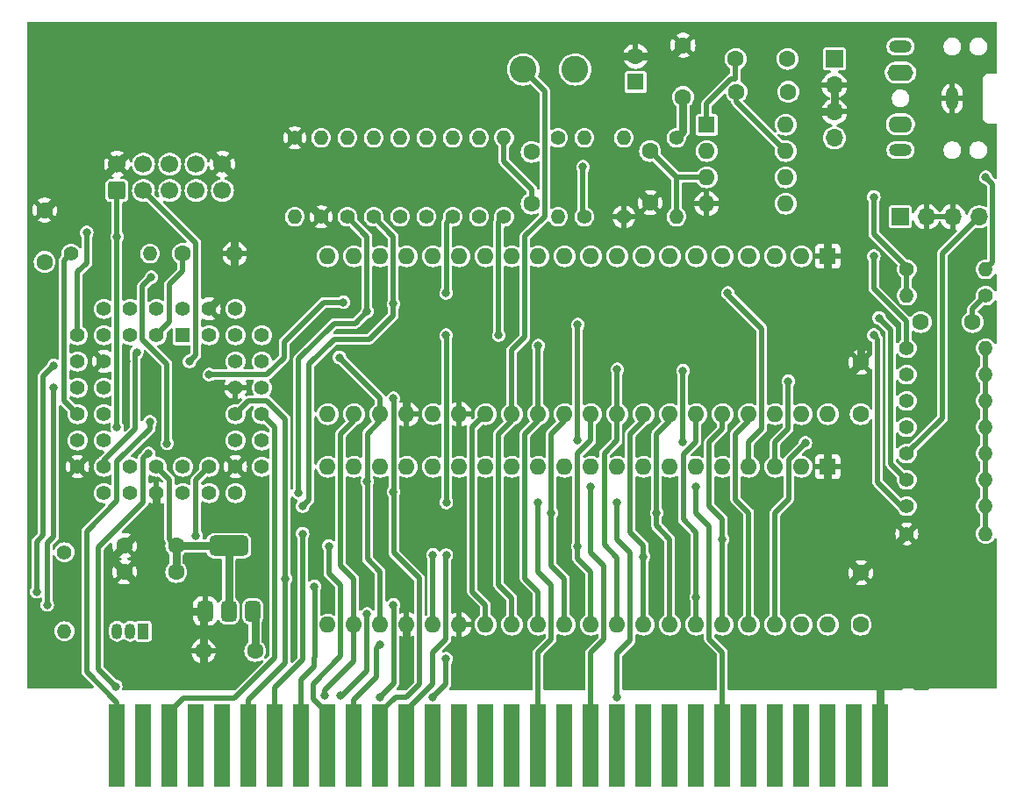
<source format=gtl>
%TF.GenerationSoftware,KiCad,Pcbnew,8.0.1*%
%TF.CreationDate,2024-04-10T12:09:54+07:00*%
%TF.ProjectId,TS_Ext_EPM3032,54535f45-7874-45f4-9550-4d333033322e,1.4*%
%TF.SameCoordinates,Original*%
%TF.FileFunction,Copper,L1,Top*%
%TF.FilePolarity,Positive*%
%FSLAX46Y46*%
G04 Gerber Fmt 4.6, Leading zero omitted, Abs format (unit mm)*
G04 Created by KiCad (PCBNEW 8.0.1) date 2024-04-10 12:09:54*
%MOMM*%
%LPD*%
G01*
G04 APERTURE LIST*
G04 Aperture macros list*
%AMRoundRect*
0 Rectangle with rounded corners*
0 $1 Rounding radius*
0 $2 $3 $4 $5 $6 $7 $8 $9 X,Y pos of 4 corners*
0 Add a 4 corners polygon primitive as box body*
4,1,4,$2,$3,$4,$5,$6,$7,$8,$9,$2,$3,0*
0 Add four circle primitives for the rounded corners*
1,1,$1+$1,$2,$3*
1,1,$1+$1,$4,$5*
1,1,$1+$1,$6,$7*
1,1,$1+$1,$8,$9*
0 Add four rect primitives between the rounded corners*
20,1,$1+$1,$2,$3,$4,$5,0*
20,1,$1+$1,$4,$5,$6,$7,0*
20,1,$1+$1,$6,$7,$8,$9,0*
20,1,$1+$1,$8,$9,$2,$3,0*%
G04 Aperture macros list end*
%TA.AperFunction,ComponentPad*%
%ADD10R,1.422400X1.422400*%
%TD*%
%TA.AperFunction,ComponentPad*%
%ADD11C,1.422400*%
%TD*%
%TA.AperFunction,SMDPad,CuDef*%
%ADD12RoundRect,0.375000X0.375000X-0.625000X0.375000X0.625000X-0.375000X0.625000X-0.375000X-0.625000X0*%
%TD*%
%TA.AperFunction,SMDPad,CuDef*%
%ADD13RoundRect,0.500000X1.400000X-0.500000X1.400000X0.500000X-1.400000X0.500000X-1.400000X-0.500000X0*%
%TD*%
%TA.AperFunction,ComponentPad*%
%ADD14O,2.200000X1.200000*%
%TD*%
%TA.AperFunction,ComponentPad*%
%ADD15O,2.300000X1.600000*%
%TD*%
%TA.AperFunction,ComponentPad*%
%ADD16O,1.200000X2.200000*%
%TD*%
%TA.AperFunction,ComponentPad*%
%ADD17O,2.500000X1.600000*%
%TD*%
%TA.AperFunction,ComponentPad*%
%ADD18RoundRect,0.250000X0.600000X-0.600000X0.600000X0.600000X-0.600000X0.600000X-0.600000X-0.600000X0*%
%TD*%
%TA.AperFunction,ComponentPad*%
%ADD19C,1.700000*%
%TD*%
%TA.AperFunction,ComponentPad*%
%ADD20C,1.600000*%
%TD*%
%TA.AperFunction,ComponentPad*%
%ADD21R,1.050000X1.500000*%
%TD*%
%TA.AperFunction,ComponentPad*%
%ADD22O,1.050000X1.500000*%
%TD*%
%TA.AperFunction,ComponentPad*%
%ADD23C,1.400000*%
%TD*%
%TA.AperFunction,ComponentPad*%
%ADD24O,1.400000X1.400000*%
%TD*%
%TA.AperFunction,ComponentPad*%
%ADD25R,1.600000X1.600000*%
%TD*%
%TA.AperFunction,ComponentPad*%
%ADD26O,1.600000X1.600000*%
%TD*%
%TA.AperFunction,SMDPad,CuDef*%
%ADD27R,1.600000X8.000000*%
%TD*%
%TA.AperFunction,ComponentPad*%
%ADD28C,2.600000*%
%TD*%
%TA.AperFunction,ComponentPad*%
%ADD29R,1.700000X1.700000*%
%TD*%
%TA.AperFunction,ComponentPad*%
%ADD30O,1.700000X1.700000*%
%TD*%
%TA.AperFunction,ViaPad*%
%ADD31C,0.800000*%
%TD*%
%TA.AperFunction,ViaPad*%
%ADD32C,1.000000*%
%TD*%
%TA.AperFunction,Conductor*%
%ADD33C,0.508000*%
%TD*%
%TA.AperFunction,Conductor*%
%ADD34C,0.762000*%
%TD*%
G04 APERTURE END LIST*
D10*
%TO.P,U1,1,I/GCLRn*%
%TO.N,unconnected-(U1-I{slash}GCLRn-Pad1)*%
X43180000Y-55880000D03*
D11*
%TO.P,U1,2,I/OE2*%
%TO.N,unconnected-(U1-I{slash}OE2-Pad2)*%
X40640000Y-53340000D03*
%TO.P,U1,3,VCCINT*%
%TO.N,+3.3V*%
X40640000Y-55880000D03*
%TO.P,U1,4,IO*%
%TO.N,/~{RESET}*%
X38100000Y-53340000D03*
%TO.P,U1,5,IO*%
%TO.N,/D4*%
X38100000Y-55880000D03*
%TO.P,U1,6,IO*%
%TO.N,/~{IORQ}*%
X35560000Y-53340000D03*
%TO.P,U1,7,TDI*%
%TO.N,/TDI*%
X33020000Y-55880000D03*
%TO.P,U1,8,IO*%
%TO.N,/~{M1}*%
X35560000Y-55880000D03*
%TO.P,U1,9,IO*%
%TO.N,/A1*%
X33020000Y-58420000D03*
%TO.P,U1,10,GNDIO*%
%TO.N,GND*%
X35560000Y-58420000D03*
%TO.P,U1,11,IO*%
%TO.N,/A0*%
X33020000Y-60960000D03*
%TO.P,U1,12,IO*%
%TO.N,/~{WR}*%
X35560000Y-60960000D03*
%TO.P,U1,13,TMS*%
%TO.N,/TMS*%
X33020000Y-63500000D03*
%TO.P,U1,14,IO*%
%TO.N,/BDIR*%
X35560000Y-63500000D03*
%TO.P,U1,15,VCCIO*%
%TO.N,+3.3V*%
X33020000Y-66040000D03*
%TO.P,U1,16,IO*%
%TO.N,/BC1*%
X35560000Y-66040000D03*
%TO.P,U1,17,GNDIO*%
%TO.N,GND*%
X33020000Y-68580000D03*
%TO.P,U1,18,IO*%
%TO.N,unconnected-(U1-IO-Pad18)*%
X35560000Y-71120000D03*
%TO.P,U1,19,IO*%
%TO.N,/A8_0*%
X35560000Y-68580000D03*
%TO.P,U1,20,IO*%
%TO.N,/A8_1*%
X38100000Y-71120000D03*
%TO.P,U1,21,IO*%
%TO.N,/BEEPER*%
X38100000Y-68580000D03*
%TO.P,U1,22,GNDINT*%
%TO.N,GND*%
X40640000Y-71120000D03*
%TO.P,U1,23,VCCINT*%
%TO.N,+3.3V*%
X40640000Y-68580000D03*
%TO.P,U1,24,IO*%
%TO.N,/TAPEOUT*%
X43180000Y-71120000D03*
%TO.P,U1,25,IO*%
%TO.N,unconnected-(U1-IO-Pad25)*%
X43180000Y-68580000D03*
%TO.P,U1,26,IO*%
%TO.N,unconnected-(U1-IO-Pad26)*%
X45720000Y-71120000D03*
%TO.P,U1,27,IO*%
%TO.N,/~{IORQGE33}*%
X45720000Y-68580000D03*
%TO.P,U1,28,IO*%
%TO.N,unconnected-(U1-IO-Pad28)*%
X48260000Y-71120000D03*
%TO.P,U1,29,IO*%
%TO.N,/A14*%
X50800000Y-68580000D03*
%TO.P,U1,30,GNDIO*%
%TO.N,GND*%
X48260000Y-68580000D03*
%TO.P,U1,31,IO*%
%TO.N,/A15*%
X50800000Y-66040000D03*
%TO.P,U1,32,TCK*%
%TO.N,/TCK*%
X48260000Y-66040000D03*
%TO.P,U1,33,IO*%
%TO.N,/D7*%
X50800000Y-63500000D03*
%TO.P,U1,34,IO*%
%TO.N,/D0*%
X48260000Y-63500000D03*
%TO.P,U1,35,VCCIO*%
%TO.N,+3.3V*%
X50800000Y-60960000D03*
%TO.P,U1,36,GNDIO*%
%TO.N,GND*%
X48260000Y-60960000D03*
%TO.P,U1,37,IO*%
%TO.N,unconnected-(U1-IO-Pad37)*%
X50800000Y-58420000D03*
%TO.P,U1,38,TDO*%
%TO.N,/TDO*%
X48260000Y-58420000D03*
%TO.P,U1,39,IO*%
%TO.N,/D6*%
X50800000Y-55880000D03*
%TO.P,U1,40,IO*%
%TO.N,/D5*%
X48260000Y-53340000D03*
%TO.P,U1,41,IO*%
%TO.N,/D3*%
X48260000Y-55880000D03*
%TO.P,U1,42,GNDINT*%
%TO.N,GND*%
X45720000Y-53340000D03*
%TO.P,U1,43,I/GCLK1*%
%TO.N,unconnected-(U1-I{slash}GCLK1-Pad43)*%
X45720000Y-55880000D03*
%TO.P,U1,44,I/OE1*%
%TO.N,unconnected-(U1-I{slash}OE1-Pad44)*%
X43180000Y-53340000D03*
%TD*%
D12*
%TO.P,U2,1,GND*%
%TO.N,GND*%
X45325000Y-82525000D03*
%TO.P,U2,2,VO*%
%TO.N,+3.3V*%
X47625000Y-82525000D03*
D13*
X47625000Y-76225000D03*
D12*
%TO.P,U2,3,VI*%
%TO.N,+5V*%
X49925000Y-82525000D03*
%TD*%
D14*
%TO.P,J5,R*%
%TO.N,/ROUT*%
X112420000Y-38020000D03*
D15*
%TO.P,J5,RN*%
%TO.N,unconnected-(J5-PadRN)*%
X112420000Y-35520000D03*
D16*
%TO.P,J5,S*%
%TO.N,GND*%
X117420000Y-33020000D03*
D14*
%TO.P,J5,T*%
%TO.N,/LOUT*%
X112420000Y-28020000D03*
D17*
%TO.P,J5,TN*%
%TO.N,unconnected-(J5-PadTN)*%
X112420000Y-30520000D03*
%TD*%
D18*
%TO.P,J1,1,Pin_1*%
%TO.N,/TCK*%
X36830000Y-41910000D03*
D19*
%TO.P,J1,2,Pin_2*%
%TO.N,GND*%
X36830000Y-39370000D03*
%TO.P,J1,3,Pin_3*%
%TO.N,/TDO*%
X39370000Y-41910000D03*
%TO.P,J1,4,Pin_4*%
%TO.N,+3.3V*%
X39370000Y-39370000D03*
%TO.P,J1,5,Pin_5*%
%TO.N,/TMS*%
X41910000Y-41910000D03*
%TO.P,J1,6,Pin_6*%
%TO.N,unconnected-(J1-Pin_6-Pad6)*%
X41910000Y-39370000D03*
%TO.P,J1,7,Pin_7*%
%TO.N,unconnected-(J1-Pin_7-Pad7)*%
X44450000Y-41910000D03*
%TO.P,J1,8,Pin_8*%
%TO.N,unconnected-(J1-Pin_8-Pad8)*%
X44450000Y-39370000D03*
%TO.P,J1,9,Pin_9*%
%TO.N,/TDI*%
X46990000Y-41910000D03*
%TO.P,J1,10,Pin_10*%
%TO.N,GND*%
X46990000Y-39370000D03*
%TD*%
D20*
%TO.P,C4,1*%
%TO.N,+5V*%
X108585000Y-83820000D03*
%TO.P,C4,2*%
%TO.N,GND*%
X108585000Y-78820000D03*
%TD*%
D21*
%TO.P,Q1,1,C*%
%TO.N,+5V*%
X39370000Y-84455000D03*
D22*
%TO.P,Q1,2,B*%
%TO.N,Net-(Q1-B)*%
X38100000Y-84455000D03*
%TO.P,Q1,3,E*%
%TO.N,/~{IORQGE}*%
X36830000Y-84455000D03*
%TD*%
D23*
%TO.P,R21,1*%
%TO.N,/VCCA*%
X90805000Y-36830000D03*
D24*
%TO.P,R21,2*%
%TO.N,Net-(U5A-+)*%
X90805000Y-44450000D03*
%TD*%
D25*
%TO.P,U4,1,VSS*%
%TO.N,GND*%
X105410000Y-68580000D03*
D26*
%TO.P,U4,2,NC*%
%TO.N,unconnected-(U4-NC-Pad2)*%
X102870000Y-68580000D03*
%TO.P,U4,3,B*%
%TO.N,/YM_1_B*%
X100330000Y-68580000D03*
%TO.P,U4,4,A*%
%TO.N,/YM_1_A*%
X97790000Y-68580000D03*
%TO.P,U4,5,NC*%
%TO.N,unconnected-(U4-NC-Pad5)*%
X95250000Y-68580000D03*
%TO.P,U4,6,IOB7*%
%TO.N,unconnected-(U4-IOB7-Pad6)*%
X92710000Y-68580000D03*
%TO.P,U4,7,IOB6*%
%TO.N,unconnected-(U4-IOB6-Pad7)*%
X90170000Y-68580000D03*
%TO.P,U4,8,IOB5*%
%TO.N,unconnected-(U4-IOB5-Pad8)*%
X87630000Y-68580000D03*
%TO.P,U4,9,IOB4*%
%TO.N,unconnected-(U4-IOB4-Pad9)*%
X85090000Y-68580000D03*
%TO.P,U4,10,IOB3*%
%TO.N,unconnected-(U4-IOB3-Pad10)*%
X82550000Y-68580000D03*
%TO.P,U4,11,IOB2*%
%TO.N,unconnected-(U4-IOB2-Pad11)*%
X80010000Y-68580000D03*
%TO.P,U4,12,IOB1*%
%TO.N,unconnected-(U4-IOB1-Pad12)*%
X77470000Y-68580000D03*
%TO.P,U4,13,IOB0*%
%TO.N,unconnected-(U4-IOB0-Pad13)*%
X74930000Y-68580000D03*
%TO.P,U4,14,IOA7*%
%TO.N,unconnected-(U4-IOA7-Pad14)*%
X72390000Y-68580000D03*
%TO.P,U4,15,IOA6*%
%TO.N,unconnected-(U4-IOA6-Pad15)*%
X69850000Y-68580000D03*
%TO.P,U4,16,IOA5*%
%TO.N,unconnected-(U4-IOA5-Pad16)*%
X67310000Y-68580000D03*
%TO.P,U4,17,IOA4*%
%TO.N,unconnected-(U4-IOA4-Pad17)*%
X64770000Y-68580000D03*
%TO.P,U4,18,IOA3*%
%TO.N,unconnected-(U4-IOA3-Pad18)*%
X62230000Y-68580000D03*
%TO.P,U4,19,IOA2*%
%TO.N,unconnected-(U4-IOA2-Pad19)*%
X59690000Y-68580000D03*
%TO.P,U4,20,IOA1*%
%TO.N,unconnected-(U4-IOA1-Pad20)*%
X57150000Y-68580000D03*
%TO.P,U4,21,IOA0*%
%TO.N,unconnected-(U4-IOA0-Pad21)*%
X57150000Y-83820000D03*
%TO.P,U4,22,CLOCK*%
%TO.N,/CLK350*%
X59690000Y-83820000D03*
%TO.P,U4,23,~{RESET}*%
%TO.N,/~{RESET}*%
X62230000Y-83820000D03*
%TO.P,U4,24,~{A9}*%
%TO.N,GND*%
X64770000Y-83820000D03*
%TO.P,U4,25,A8*%
%TO.N,/A8_1*%
X67310000Y-83820000D03*
%TO.P,U4,26,~{SEL}*%
%TO.N,GND*%
X69850000Y-83820000D03*
%TO.P,U4,27,BDIR*%
%TO.N,/BDIR*%
X72390000Y-83820000D03*
%TO.P,U4,28,BC2*%
%TO.N,+5V*%
X74930000Y-83820000D03*
%TO.P,U4,29,BC1*%
%TO.N,/BC1*%
X77470000Y-83820000D03*
%TO.P,U4,30,DA7*%
%TO.N,/D7*%
X80010000Y-83820000D03*
%TO.P,U4,31,DA6*%
%TO.N,/D6*%
X82550000Y-83820000D03*
%TO.P,U4,32,DA5*%
%TO.N,/D5*%
X85090000Y-83820000D03*
%TO.P,U4,33,DA4*%
%TO.N,/D4*%
X87630000Y-83820000D03*
%TO.P,U4,34,DA3*%
%TO.N,/D3*%
X90170000Y-83820000D03*
%TO.P,U4,35,DA2*%
%TO.N,/D2*%
X92710000Y-83820000D03*
%TO.P,U4,36,DA1*%
%TO.N,/D1*%
X95250000Y-83820000D03*
%TO.P,U4,37,DA0*%
%TO.N,/D0*%
X97790000Y-83820000D03*
%TO.P,U4,38,C*%
%TO.N,/YM_1_C*%
X100330000Y-83820000D03*
%TO.P,U4,39,TEST1*%
%TO.N,unconnected-(U4-TEST1-Pad39)*%
X102870000Y-83820000D03*
%TO.P,U4,40,VCC*%
%TO.N,+5V*%
X105410000Y-83820000D03*
%TD*%
D27*
%TO.P,J3,a1,Pin_a1*%
%TO.N,/A15*%
X36830000Y-95478600D03*
%TO.P,J3,a2,Pin_a2*%
%TO.N,unconnected-(J3-Pin_a2-Pada2)*%
X39370000Y-95478600D03*
%TO.P,J3,a3,Pin_a3*%
%TO.N,/D7*%
X41910000Y-95478600D03*
%TO.P,J3,a4,Pin_a4*%
%TO.N,unconnected-(J3-Pin_a4-Pada4)*%
X44450000Y-95478600D03*
%TO.P,J3,a5,Pin_a5*%
%TO.N,unconnected-(J3-Pin_a5-Pada5)*%
X46990000Y-95478600D03*
%TO.P,J3,a6,Pin_a6*%
%TO.N,/D0*%
X49530000Y-95478600D03*
%TO.P,J3,a7,Pin_a7*%
%TO.N,/D1*%
X52070000Y-95478600D03*
%TO.P,J3,a8,Pin_a8*%
%TO.N,/D2*%
X54610000Y-95478600D03*
%TO.P,J3,a9,Pin_a9*%
%TO.N,/D6*%
X57150000Y-95478600D03*
%TO.P,J3,a10,Pin_a10*%
%TO.N,/D5*%
X59690000Y-95478600D03*
%TO.P,J3,a11,Pin_a11*%
%TO.N,/D3*%
X62230000Y-95478600D03*
%TO.P,J3,a12,Pin_a12*%
%TO.N,/D4*%
X64770000Y-95478600D03*
%TO.P,J3,a13,Pin_a13*%
%TO.N,unconnected-(J3-Pin_a13-Pada13)*%
X67310000Y-95478600D03*
%TO.P,J3,a14,Pin_a14*%
%TO.N,unconnected-(J3-Pin_a14-Pada14)*%
X69850000Y-95478600D03*
%TO.P,J3,a15,Pin_a15*%
%TO.N,unconnected-(J3-Pin_a15-Pada15)*%
X72390000Y-95478600D03*
%TO.P,J3,a16,Pin_a16*%
%TO.N,unconnected-(J3-Pin_a16-Pada16)*%
X74930000Y-95478600D03*
%TO.P,J3,a17,Pin_a17*%
%TO.N,/~{IORQ}*%
X77470000Y-95478600D03*
%TO.P,J3,a18,Pin_a18*%
%TO.N,unconnected-(J3-Pin_a18-Pada18)*%
X80010000Y-95478600D03*
%TO.P,J3,a19,Pin_a19*%
%TO.N,/~{WR}*%
X82550000Y-95478600D03*
%TO.P,J3,a20,Pin_a20*%
%TO.N,unconnected-(J3-Pin_a20-Pada20)*%
X85090000Y-95478600D03*
%TO.P,J3,a21,Pin_a21*%
%TO.N,unconnected-(J3-Pin_a21-Pada21)*%
X87630000Y-95478600D03*
%TO.P,J3,a22,Pin_a22*%
%TO.N,unconnected-(J3-Pin_a22-Pada22)*%
X90170000Y-95478600D03*
%TO.P,J3,a23,Pin_a23*%
%TO.N,unconnected-(J3-Pin_a23-Pada23)*%
X92710000Y-95478600D03*
%TO.P,J3,a24,Pin_a24*%
%TO.N,/~{M1}*%
X95250000Y-95478600D03*
%TO.P,J3,a25,Pin_a25*%
%TO.N,unconnected-(J3-Pin_a25-Pada25)*%
X97790000Y-95478600D03*
%TO.P,J3,a26,Pin_a26*%
%TO.N,unconnected-(J3-Pin_a26-Pada26)*%
X100330000Y-95478600D03*
%TO.P,J3,a27,Pin_a27*%
%TO.N,unconnected-(J3-Pin_a27-Pada27)*%
X102870000Y-95478600D03*
%TO.P,J3,a28,Pin_a28*%
%TO.N,unconnected-(J3-Pin_a28-Pada28)*%
X105410000Y-95478600D03*
%TO.P,J3,a29,Pin_a29*%
%TO.N,unconnected-(J3-Pin_a29-Pada29)*%
X107950000Y-95478600D03*
%TO.P,J3,a30,Pin_a30*%
%TO.N,GND*%
X110490000Y-95478600D03*
%TD*%
D23*
%TO.P,R2,1*%
%TO.N,GND*%
X53975000Y-36830000D03*
D24*
%TO.P,R2,2*%
%TO.N,/TCK*%
X53975000Y-44450000D03*
%TD*%
D23*
%TO.P,R16,1*%
%TO.N,/TAPEOUT*%
X113030000Y-72390000D03*
D24*
%TO.P,R16,2*%
%TO.N,Net-(C11-Pad2)*%
X120650000Y-72390000D03*
%TD*%
D23*
%TO.P,R22,1*%
%TO.N,GND*%
X85725000Y-44450000D03*
D24*
%TO.P,R22,2*%
%TO.N,Net-(U5A-+)*%
X85725000Y-36830000D03*
%TD*%
D20*
%TO.P,C8,1*%
%TO.N,+3.3V*%
X29845000Y-48815000D03*
%TO.P,C8,2*%
%TO.N,GND*%
X29845000Y-43815000D03*
%TD*%
D23*
%TO.P,R25,1*%
%TO.N,/~{IORQGE33}*%
X31750000Y-76835000D03*
D24*
%TO.P,R25,2*%
%TO.N,Net-(Q1-B)*%
X31750000Y-84455000D03*
%TD*%
D25*
%TO.P,U5,1*%
%TO.N,Net-(C13-Pad1)*%
X93726000Y-35560000D03*
D26*
%TO.P,U5,2,-*%
%TO.N,Net-(U5A--)*%
X93726000Y-38100000D03*
%TO.P,U5,3,+*%
%TO.N,Net-(U5A-+)*%
X93726000Y-40640000D03*
%TO.P,U5,4,V-*%
%TO.N,GND*%
X93726000Y-43180000D03*
%TO.P,U5,5,+*%
%TO.N,Net-(U5A-+)*%
X101346000Y-43180000D03*
%TO.P,U5,6,-*%
%TO.N,Net-(U5B--)*%
X101346000Y-40640000D03*
%TO.P,U5,7*%
%TO.N,Net-(C14-Pad2)*%
X101346000Y-38100000D03*
%TO.P,U5,8,V+*%
%TO.N,/VCCA*%
X101346000Y-35560000D03*
%TD*%
D23*
%TO.P,R24,1*%
%TO.N,Net-(U5B--)*%
X113030000Y-49530000D03*
D24*
%TO.P,R24,2*%
%TO.N,Net-(C14-Pad2)*%
X120650000Y-49530000D03*
%TD*%
D28*
%TO.P,L1,1,1*%
%TO.N,/VCCA*%
X81026000Y-30226000D03*
%TO.P,L1,2,2*%
%TO.N,+5V*%
X76026000Y-30226000D03*
%TD*%
D23*
%TO.P,R11,1*%
%TO.N,/YM_1_B*%
X113030000Y-59690000D03*
D24*
%TO.P,R11,2*%
%TO.N,Net-(C11-Pad2)*%
X120650000Y-59690000D03*
%TD*%
D25*
%TO.P,U3,1,VSS*%
%TO.N,GND*%
X105410000Y-48260000D03*
D26*
%TO.P,U3,2,NC*%
%TO.N,unconnected-(U3-NC-Pad2)*%
X102870000Y-48260000D03*
%TO.P,U3,3,B*%
%TO.N,/YM_0_B*%
X100330000Y-48260000D03*
%TO.P,U3,4,A*%
%TO.N,/YM_0_A*%
X97790000Y-48260000D03*
%TO.P,U3,5,NC*%
%TO.N,unconnected-(U3-NC-Pad5)*%
X95250000Y-48260000D03*
%TO.P,U3,6,IOB7*%
%TO.N,unconnected-(U3-IOB7-Pad6)*%
X92710000Y-48260000D03*
%TO.P,U3,7,IOB6*%
%TO.N,unconnected-(U3-IOB6-Pad7)*%
X90170000Y-48260000D03*
%TO.P,U3,8,IOB5*%
%TO.N,unconnected-(U3-IOB5-Pad8)*%
X87630000Y-48260000D03*
%TO.P,U3,9,IOB4*%
%TO.N,unconnected-(U3-IOB4-Pad9)*%
X85090000Y-48260000D03*
%TO.P,U3,10,IOB3*%
%TO.N,unconnected-(U3-IOB3-Pad10)*%
X82550000Y-48260000D03*
%TO.P,U3,11,IOB2*%
%TO.N,unconnected-(U3-IOB2-Pad11)*%
X80010000Y-48260000D03*
%TO.P,U3,12,IOB1*%
%TO.N,unconnected-(U3-IOB1-Pad12)*%
X77470000Y-48260000D03*
%TO.P,U3,13,IOB0*%
%TO.N,unconnected-(U3-IOB0-Pad13)*%
X74930000Y-48260000D03*
%TO.P,U3,14,IOA7*%
%TO.N,unconnected-(U3-IOA7-Pad14)*%
X72390000Y-48260000D03*
%TO.P,U3,15,IOA6*%
%TO.N,unconnected-(U3-IOA6-Pad15)*%
X69850000Y-48260000D03*
%TO.P,U3,16,IOA5*%
%TO.N,unconnected-(U3-IOA5-Pad16)*%
X67310000Y-48260000D03*
%TO.P,U3,17,IOA4*%
%TO.N,unconnected-(U3-IOA4-Pad17)*%
X64770000Y-48260000D03*
%TO.P,U3,18,IOA3*%
%TO.N,unconnected-(U3-IOA3-Pad18)*%
X62230000Y-48260000D03*
%TO.P,U3,19,IOA2*%
%TO.N,unconnected-(U3-IOA2-Pad19)*%
X59690000Y-48260000D03*
%TO.P,U3,20,IOA1*%
%TO.N,unconnected-(U3-IOA1-Pad20)*%
X57150000Y-48260000D03*
%TO.P,U3,21,IOA0*%
%TO.N,unconnected-(U3-IOA0-Pad21)*%
X57150000Y-63500000D03*
%TO.P,U3,22,CLOCK*%
%TO.N,/CLK350*%
X59690000Y-63500000D03*
%TO.P,U3,23,~{RESET}*%
%TO.N,/~{RESET}*%
X62230000Y-63500000D03*
%TO.P,U3,24,~{A9}*%
%TO.N,GND*%
X64770000Y-63500000D03*
%TO.P,U3,25,A8*%
%TO.N,/A8_0*%
X67310000Y-63500000D03*
%TO.P,U3,26,~{SEL}*%
%TO.N,GND*%
X69850000Y-63500000D03*
%TO.P,U3,27,BDIR*%
%TO.N,/BDIR*%
X72390000Y-63500000D03*
%TO.P,U3,28,BC2*%
%TO.N,+5V*%
X74930000Y-63500000D03*
%TO.P,U3,29,BC1*%
%TO.N,/BC1*%
X77470000Y-63500000D03*
%TO.P,U3,30,DA7*%
%TO.N,/D7*%
X80010000Y-63500000D03*
%TO.P,U3,31,DA6*%
%TO.N,/D6*%
X82550000Y-63500000D03*
%TO.P,U3,32,DA5*%
%TO.N,/D5*%
X85090000Y-63500000D03*
%TO.P,U3,33,DA4*%
%TO.N,/D4*%
X87630000Y-63500000D03*
%TO.P,U3,34,DA3*%
%TO.N,/D3*%
X90170000Y-63500000D03*
%TO.P,U3,35,DA2*%
%TO.N,/D2*%
X92710000Y-63500000D03*
%TO.P,U3,36,DA1*%
%TO.N,/D1*%
X95250000Y-63500000D03*
%TO.P,U3,37,DA0*%
%TO.N,/D0*%
X97790000Y-63500000D03*
%TO.P,U3,38,C*%
%TO.N,/YM_0_C*%
X100330000Y-63500000D03*
%TO.P,U3,39,TEST1*%
%TO.N,unconnected-(U3-TEST1-Pad39)*%
X102870000Y-63500000D03*
%TO.P,U3,40,VCC*%
%TO.N,+5V*%
X105410000Y-63500000D03*
%TD*%
D29*
%TO.P,J4,1,Pin_1*%
%TO.N,/LOUT*%
X106045000Y-29220000D03*
D30*
%TO.P,J4,2,Pin_2*%
%TO.N,GND*%
X106045000Y-31760000D03*
%TO.P,J4,3,Pin_3*%
X106045000Y-34300000D03*
%TO.P,J4,4,Pin_4*%
%TO.N,/ROUT*%
X106045000Y-36840000D03*
%TD*%
D20*
%TO.P,C5,1*%
%TO.N,+5V*%
X50165000Y-86360000D03*
%TO.P,C5,2*%
%TO.N,GND*%
X45165000Y-86360000D03*
%TD*%
D25*
%TO.P,C1,1*%
%TO.N,/VCCA*%
X86868000Y-31431113D03*
D20*
%TO.P,C1,2*%
%TO.N,GND*%
X86868000Y-28931113D03*
%TD*%
D23*
%TO.P,R8,1*%
%TO.N,/YM_0_B*%
X71755000Y-44450000D03*
D24*
%TO.P,R8,2*%
%TO.N,Net-(C10-Pad1)*%
X71755000Y-36830000D03*
%TD*%
D23*
%TO.P,R12,1*%
%TO.N,/YM_0_C*%
X113030000Y-62230000D03*
D24*
%TO.P,R12,2*%
%TO.N,Net-(C11-Pad2)*%
X120650000Y-62230000D03*
%TD*%
D23*
%TO.P,R13,1*%
%TO.N,/YM_1_C*%
X113030000Y-64770000D03*
D24*
%TO.P,R13,2*%
%TO.N,Net-(C11-Pad2)*%
X120650000Y-64770000D03*
%TD*%
D20*
%TO.P,C6,1*%
%TO.N,+3.3V*%
X42545000Y-78740000D03*
%TO.P,C6,2*%
%TO.N,GND*%
X37545000Y-78740000D03*
%TD*%
%TO.P,C9,1*%
%TO.N,+3.3V*%
X42545000Y-76200000D03*
%TO.P,C9,2*%
%TO.N,GND*%
X37545000Y-76200000D03*
%TD*%
D23*
%TO.P,R18,1*%
%TO.N,GND*%
X56515000Y-44450000D03*
D24*
%TO.P,R18,2*%
%TO.N,Net-(C10-Pad1)*%
X56515000Y-36830000D03*
%TD*%
D23*
%TO.P,R15,1*%
%TO.N,/BEEPER*%
X113030000Y-69850000D03*
D24*
%TO.P,R15,2*%
%TO.N,Net-(C11-Pad2)*%
X120650000Y-69850000D03*
%TD*%
D20*
%TO.P,C7,1*%
%TO.N,+3.3V*%
X43180000Y-48006000D03*
%TO.P,C7,2*%
%TO.N,GND*%
X48180000Y-48006000D03*
%TD*%
%TO.P,C12,1*%
%TO.N,Net-(U5A-+)*%
X88265000Y-38100000D03*
%TO.P,C12,2*%
%TO.N,GND*%
X88265000Y-43100000D03*
%TD*%
D23*
%TO.P,R9,1*%
%TO.N,/YM_1_B*%
X74168000Y-44450000D03*
D24*
%TO.P,R9,2*%
%TO.N,Net-(C10-Pad1)*%
X74168000Y-36830000D03*
%TD*%
D23*
%TO.P,R7,1*%
%TO.N,/YM_1_A*%
X69215000Y-44450000D03*
D24*
%TO.P,R7,2*%
%TO.N,Net-(C10-Pad1)*%
X69215000Y-36830000D03*
%TD*%
D23*
%TO.P,R6,1*%
%TO.N,/YM_0_A*%
X66675000Y-44450000D03*
D24*
%TO.P,R6,2*%
%TO.N,Net-(C10-Pad1)*%
X66675000Y-36830000D03*
%TD*%
D20*
%TO.P,C2,1*%
%TO.N,/VCCA*%
X91440000Y-32893000D03*
%TO.P,C2,2*%
%TO.N,GND*%
X91440000Y-27893000D03*
%TD*%
%TO.P,C11,1*%
%TO.N,Net-(C11-Pad1)*%
X119380000Y-54610000D03*
%TO.P,C11,2*%
%TO.N,Net-(C11-Pad2)*%
X114380000Y-54610000D03*
%TD*%
D23*
%TO.P,R14,1*%
%TO.N,/CDINR*%
X113030000Y-67310000D03*
D24*
%TO.P,R14,2*%
%TO.N,Net-(C11-Pad2)*%
X120650000Y-67310000D03*
%TD*%
D23*
%TO.P,R4,1*%
%TO.N,/BEEPER*%
X61595000Y-44450000D03*
D24*
%TO.P,R4,2*%
%TO.N,Net-(C10-Pad1)*%
X61595000Y-36830000D03*
%TD*%
D20*
%TO.P,C3,1*%
%TO.N,+5V*%
X108585000Y-63500000D03*
%TO.P,C3,2*%
%TO.N,GND*%
X108585000Y-58500000D03*
%TD*%
D23*
%TO.P,R23,1*%
%TO.N,Net-(U5A--)*%
X81915000Y-44450000D03*
D24*
%TO.P,R23,2*%
%TO.N,Net-(C13-Pad1)*%
X81915000Y-36830000D03*
%TD*%
D23*
%TO.P,R10,1*%
%TO.N,/YM_0_B*%
X113030000Y-57150000D03*
D24*
%TO.P,R10,2*%
%TO.N,Net-(C11-Pad2)*%
X120650000Y-57150000D03*
%TD*%
D20*
%TO.P,C13,1*%
%TO.N,Net-(C13-Pad1)*%
X96520000Y-29210000D03*
%TO.P,C13,2*%
%TO.N,/LOUT*%
X101520000Y-29210000D03*
%TD*%
D29*
%TO.P,J2,1,Pin_1*%
%TO.N,/CDINL*%
X112395000Y-44450000D03*
D30*
%TO.P,J2,2,Pin_2*%
%TO.N,GND*%
X114935000Y-44450000D03*
%TO.P,J2,3,Pin_3*%
X117475000Y-44450000D03*
%TO.P,J2,4,Pin_4*%
%TO.N,/CDINR*%
X120015000Y-44450000D03*
%TD*%
D23*
%TO.P,R3,1*%
%TO.N,/TAPEOUT*%
X59055000Y-44450000D03*
D24*
%TO.P,R3,2*%
%TO.N,Net-(C10-Pad1)*%
X59055000Y-36830000D03*
%TD*%
D23*
%TO.P,R17,1*%
%TO.N,GND*%
X113030000Y-75057000D03*
D24*
%TO.P,R17,2*%
%TO.N,Net-(C11-Pad2)*%
X120650000Y-75057000D03*
%TD*%
D23*
%TO.P,R1,1*%
%TO.N,/TMS*%
X32385000Y-48006000D03*
D24*
%TO.P,R1,2*%
%TO.N,+3.3V*%
X40005000Y-48006000D03*
%TD*%
D20*
%TO.P,C14,1*%
%TO.N,/ROUT*%
X101600000Y-32385000D03*
%TO.P,C14,2*%
%TO.N,Net-(C14-Pad2)*%
X96600000Y-32385000D03*
%TD*%
D23*
%TO.P,R5,1*%
%TO.N,/CDINL*%
X64135000Y-44450000D03*
D24*
%TO.P,R5,2*%
%TO.N,Net-(C10-Pad1)*%
X64135000Y-36830000D03*
%TD*%
D23*
%TO.P,R20,1*%
%TO.N,Net-(C11-Pad1)*%
X120650000Y-52070000D03*
D24*
%TO.P,R20,2*%
%TO.N,Net-(U5B--)*%
X113030000Y-52070000D03*
%TD*%
D23*
%TO.P,R19,1*%
%TO.N,Net-(C10-Pad2)*%
X79375000Y-36830000D03*
D24*
%TO.P,R19,2*%
%TO.N,Net-(U5A--)*%
X79375000Y-44450000D03*
%TD*%
D20*
%TO.P,C10,1*%
%TO.N,Net-(C10-Pad1)*%
X76835000Y-43180000D03*
%TO.P,C10,2*%
%TO.N,Net-(C10-Pad2)*%
X76835000Y-38180000D03*
%TD*%
D31*
%TO.N,GND*%
X110490000Y-89535000D03*
X70485000Y-43180000D03*
X40640000Y-29210000D03*
X99060000Y-80645000D03*
X81280000Y-86360000D03*
X91440000Y-86360000D03*
X66040000Y-72136000D03*
X40640000Y-34290000D03*
X62230000Y-71882000D03*
X71120000Y-29210000D03*
X71120000Y-39370000D03*
X102870000Y-80645000D03*
X119380000Y-73660000D03*
X83185000Y-61468000D03*
X62230000Y-51689000D03*
X119380000Y-58420000D03*
X46609000Y-63754000D03*
X40005000Y-58547000D03*
D32*
X46355000Y-89535000D03*
D31*
X30480000Y-34290000D03*
X56515000Y-73025000D03*
X60452000Y-33909000D03*
X50800000Y-29210000D03*
X99695000Y-26670000D03*
X30480000Y-29210000D03*
X93980000Y-59055000D03*
D32*
X64897000Y-50165000D03*
D31*
X59690000Y-71374000D03*
X88900000Y-86360000D03*
X39370000Y-88900000D03*
X101600000Y-86360000D03*
X114300000Y-80645000D03*
X30480000Y-87630000D03*
X99949000Y-30861000D03*
X114300000Y-68580000D03*
X62103000Y-46482000D03*
X99060000Y-43180000D03*
X96520000Y-36830000D03*
X60960000Y-29210000D03*
X37719000Y-58420000D03*
X119380000Y-50800000D03*
X50800000Y-34290000D03*
X60960000Y-39370000D03*
X79121000Y-56896000D03*
X73660000Y-86360000D03*
X90170000Y-70485000D03*
X104775000Y-51435000D03*
X96520000Y-86360000D03*
X70739000Y-34036000D03*
D32*
X64730773Y-89495773D03*
D31*
X104140000Y-57150000D03*
%TO.N,Net-(C14-Pad2)*%
X120650000Y-40640000D03*
%TO.N,/TCK*%
X36830000Y-64770000D03*
X36830000Y-46355000D03*
%TO.N,/TDO*%
X43815000Y-58420000D03*
%TO.N,/TDI*%
X33909000Y-45974000D03*
%TO.N,/~{IORQGE}*%
X68580000Y-87122000D03*
X67310000Y-90805000D03*
%TO.N,/TAPEOUT*%
X60960000Y-53594000D03*
X109855000Y-55880000D03*
X54356000Y-71120000D03*
%TO.N,/BEEPER*%
X110363000Y-54229000D03*
X54737000Y-72390000D03*
X63500000Y-52832000D03*
%TO.N,Net-(U5A--)*%
X81788000Y-39624000D03*
%TO.N,Net-(U5B--)*%
X109855000Y-42545000D03*
%TO.N,/~{RESET}*%
X60960000Y-69977000D03*
X85090000Y-90805000D03*
X58293000Y-58039000D03*
X85090000Y-72009000D03*
%TO.N,/D4*%
X68596000Y-77105000D03*
X87630000Y-77251500D03*
%TO.N,/~{IORQ}*%
X68596000Y-72025000D03*
X68580000Y-55880000D03*
X77470000Y-72009000D03*
%TO.N,/~{M1}*%
X91440000Y-59309000D03*
X92710000Y-70485000D03*
X91440000Y-66167000D03*
%TO.N,/A1*%
X62230000Y-90805000D03*
X63500000Y-81915000D03*
X29083000Y-80645000D03*
X30734000Y-58801000D03*
%TO.N,/A0*%
X30734000Y-60960000D03*
X58420000Y-90678000D03*
X30099000Y-81915000D03*
X60960000Y-82804000D03*
%TO.N,/~{WR}*%
X81280000Y-54864000D03*
X58674000Y-52705000D03*
X45720000Y-59690000D03*
X82550000Y-70485000D03*
X81280000Y-66040000D03*
%TO.N,/BC1*%
X40132000Y-50292000D03*
X41656000Y-66331500D03*
X77470000Y-56896000D03*
%TO.N,/A8_0*%
X38735000Y-57531000D03*
%TO.N,/A8_1*%
X67310000Y-77089000D03*
%TO.N,/A14*%
X36703000Y-89789000D03*
X39878000Y-67310000D03*
%TO.N,/A15*%
X40005000Y-64262000D03*
%TO.N,/D7*%
X78740000Y-73025000D03*
%TO.N,/D0*%
X53086000Y-79375000D03*
%TO.N,/D6*%
X81280000Y-76237500D03*
X57277000Y-76235500D03*
%TO.N,/D5*%
X85090000Y-59182000D03*
X62230000Y-85725000D03*
%TO.N,/D3*%
X63500000Y-70993000D03*
X88900000Y-73025000D03*
X63500000Y-61976000D03*
%TO.N,/CLK350*%
X56896000Y-90678000D03*
%TO.N,/D2*%
X92710000Y-81153000D03*
X55880000Y-80137000D03*
%TO.N,/D1*%
X54737000Y-75057000D03*
X95250000Y-75565000D03*
%TO.N,/YM_0_B*%
X109855000Y-48260000D03*
%TO.N,/YM_1_A*%
X68580000Y-51816000D03*
X95758000Y-51816000D03*
%TO.N,/YM_1_B*%
X73660000Y-55880000D03*
X101600000Y-60325000D03*
%TO.N,/YM_1_C*%
X103251000Y-66294000D03*
%TO.N,/~{IORQGE33}*%
X44450000Y-75219500D03*
%TD*%
D33*
%TO.N,/D0*%
X53086000Y-79375000D02*
X53086000Y-64008000D01*
X53086000Y-64008000D02*
X51308000Y-62230000D01*
X51308000Y-62230000D02*
X49530000Y-62230000D01*
X49530000Y-62230000D02*
X48260000Y-63500000D01*
%TO.N,GND*%
X44554800Y-60960000D02*
X48260000Y-60960000D01*
D34*
X85114887Y-28931113D02*
X86868000Y-28931113D01*
X84328000Y-29718000D02*
X85114887Y-28931113D01*
X88265000Y-43100000D02*
X84328000Y-39163000D01*
X84328000Y-39163000D02*
X84328000Y-29718000D01*
X104511000Y-34300000D02*
X106045000Y-34300000D01*
X104013000Y-45085000D02*
X104013000Y-34798000D01*
X104013000Y-34798000D02*
X104511000Y-34300000D01*
X105410000Y-46482000D02*
X104013000Y-45085000D01*
X105410000Y-48260000D02*
X105410000Y-46482000D01*
X105410000Y-50038000D02*
X105410000Y-48260000D01*
X108585000Y-53213000D02*
X105410000Y-50038000D01*
X108585000Y-58500000D02*
X108585000Y-53213000D01*
X110570000Y-76835000D02*
X108585000Y-78820000D01*
X111252000Y-76835000D02*
X110570000Y-76835000D01*
X113030000Y-75057000D02*
X111252000Y-76835000D01*
X36449000Y-77296000D02*
X37545000Y-76200000D01*
X36449000Y-77644000D02*
X36449000Y-77296000D01*
X37545000Y-78740000D02*
X36449000Y-77644000D01*
X48180000Y-50880000D02*
X48180000Y-48006000D01*
X45720000Y-53340000D02*
X48180000Y-50880000D01*
X48895000Y-45720000D02*
X48895000Y-41275000D01*
X48180000Y-46435000D02*
X48895000Y-45720000D01*
X48180000Y-48006000D02*
X48180000Y-46435000D01*
X32004000Y-41656000D02*
X29845000Y-43815000D01*
X36830000Y-39370000D02*
X34544000Y-41656000D01*
X34544000Y-41656000D02*
X32004000Y-41656000D01*
X56515000Y-44450000D02*
X53340000Y-41275000D01*
X53340000Y-41275000D02*
X48895000Y-41275000D01*
X86868000Y-28931113D02*
X90401887Y-28931113D01*
X90401887Y-28931113D02*
X91440000Y-27893000D01*
D33*
%TO.N,Net-(U5A-+)*%
X90805000Y-40640000D02*
X93726000Y-40640000D01*
X90805000Y-40640000D02*
X88265000Y-38100000D01*
X90805000Y-44450000D02*
X90805000Y-40640000D01*
%TO.N,Net-(C13-Pad1)*%
X96080576Y-31131000D02*
X93726000Y-33485576D01*
X93726000Y-33485576D02*
X93726000Y-35560000D01*
X96520000Y-31131000D02*
X96080576Y-31131000D01*
X96520000Y-29210000D02*
X96520000Y-31131000D01*
D34*
%TO.N,+3.3V*%
X47600000Y-76200000D02*
X42545000Y-76200000D01*
X47625000Y-76225000D02*
X47600000Y-76200000D01*
%TO.N,/VCCA*%
X91440000Y-32893000D02*
X91440000Y-36195000D01*
X91440000Y-36195000D02*
X90805000Y-36830000D01*
D33*
%TO.N,GND*%
X33020000Y-68580000D02*
X34290000Y-67310000D01*
D34*
X110490000Y-95478600D02*
X110490000Y-89535000D01*
D33*
X46990000Y-54610000D02*
X46990000Y-56724600D01*
D34*
X64765000Y-57155000D02*
X64765000Y-63495000D01*
X106045000Y-31760000D02*
X106045000Y-34300000D01*
D33*
X34290000Y-67310000D02*
X34290000Y-59690000D01*
X46990000Y-56724600D02*
X44554800Y-59159800D01*
D34*
X64730773Y-89495773D02*
X64770000Y-89456546D01*
X46355000Y-89535000D02*
X45165000Y-88345000D01*
X105410000Y-68580000D02*
X105410000Y-66294000D01*
X37545000Y-76200000D02*
X40640000Y-73105000D01*
X45165000Y-88345000D02*
X45165000Y-82685000D01*
X105410000Y-66294000D02*
X107061000Y-64643000D01*
X41330000Y-82525000D02*
X37545000Y-78740000D01*
X108585000Y-78780000D02*
X105410000Y-75605000D01*
X64897000Y-50165000D02*
X64770000Y-50292000D01*
X64770000Y-50292000D02*
X64770000Y-57150000D01*
X64770000Y-89456546D02*
X64770000Y-83820000D01*
D33*
X34290000Y-59690000D02*
X35560000Y-58420000D01*
X44554800Y-64874800D02*
X48260000Y-68580000D01*
D34*
X105410000Y-75605000D02*
X105410000Y-68580000D01*
X107061000Y-60071000D02*
X108585000Y-58547000D01*
D33*
X44554800Y-59159800D02*
X44554800Y-64874800D01*
D34*
X107061000Y-64643000D02*
X107061000Y-60071000D01*
X108585000Y-89535000D02*
X107204000Y-88154000D01*
X107204000Y-80161000D02*
X108585000Y-78780000D01*
X38735000Y-37465000D02*
X45085000Y-37465000D01*
X64770000Y-57150000D02*
X64765000Y-57155000D01*
D33*
X45720000Y-53340000D02*
X46990000Y-54610000D01*
D34*
X45325000Y-82525000D02*
X41330000Y-82525000D01*
X45085000Y-37465000D02*
X46990000Y-39370000D01*
X107204000Y-88154000D02*
X107204000Y-80161000D01*
X40640000Y-73105000D02*
X40640000Y-71120000D01*
X36830000Y-39370000D02*
X38735000Y-37465000D01*
X110490000Y-89535000D02*
X108585000Y-89535000D01*
X48895000Y-41275000D02*
X46990000Y-39370000D01*
D33*
%TO.N,+5V*%
X74930000Y-81280000D02*
X73660000Y-80010000D01*
X76184000Y-46339000D02*
X78094000Y-44429000D01*
D34*
X50165000Y-86360000D02*
X50165000Y-82765000D01*
D33*
X78094000Y-32294000D02*
X76026000Y-30226000D01*
X74930000Y-83810000D02*
X74930000Y-81280000D01*
X78094000Y-44429000D02*
X78094000Y-32294000D01*
X74925000Y-64140000D02*
X74925000Y-63495000D01*
X74930000Y-57277000D02*
X76184000Y-56023000D01*
X76184000Y-56023000D02*
X76184000Y-46339000D01*
X74930000Y-63500000D02*
X74930000Y-57277000D01*
X73660000Y-80010000D02*
X73660000Y-65405000D01*
X73660000Y-65405000D02*
X74925000Y-64140000D01*
%TO.N,+3.3V*%
X41910000Y-75565000D02*
X41910000Y-69850000D01*
D34*
X42545000Y-76200000D02*
X42545000Y-78740000D01*
D33*
X42545000Y-76200000D02*
X41910000Y-75565000D01*
X43180000Y-48006000D02*
X43180000Y-49657000D01*
X41910000Y-50927000D02*
X41910000Y-54610000D01*
X41910000Y-69850000D02*
X40640000Y-68580000D01*
X43180000Y-49657000D02*
X41910000Y-50927000D01*
X41910000Y-54610000D02*
X40640000Y-55880000D01*
D34*
X47625000Y-82525000D02*
X47625000Y-76225000D01*
D33*
%TO.N,Net-(C11-Pad2)*%
X120650000Y-75057000D02*
X120650000Y-57150000D01*
%TO.N,Net-(C14-Pad2)*%
X121319000Y-41309000D02*
X120650000Y-40640000D01*
X96600000Y-33354000D02*
X101346000Y-38100000D01*
X96600000Y-32385000D02*
X96600000Y-33354000D01*
X120650000Y-49530000D02*
X121319000Y-48861000D01*
X121319000Y-48861000D02*
X121319000Y-41309000D01*
%TO.N,/TCK*%
X36830000Y-46355000D02*
X36830000Y-41910000D01*
X36830000Y-64770000D02*
X36830000Y-46355000D01*
%TO.N,/TDO*%
X42545000Y-45085000D02*
X39370000Y-41910000D01*
X44450000Y-49530000D02*
X44450000Y-57785000D01*
X42545000Y-45085000D02*
X44450000Y-46990000D01*
X44450000Y-46990000D02*
X44450000Y-49530000D01*
X44450000Y-57785000D02*
X43815000Y-58420000D01*
%TO.N,/TMS*%
X31750000Y-62230000D02*
X33020000Y-63500000D01*
X32385000Y-48006000D02*
X31750000Y-48641000D01*
X31750000Y-48641000D02*
X31750000Y-62230000D01*
%TO.N,/TDI*%
X33909000Y-45974000D02*
X33909000Y-48895000D01*
X33020000Y-49784000D02*
X33020000Y-55880000D01*
X33909000Y-48895000D02*
X33020000Y-49784000D01*
%TO.N,/CDINR*%
X113030000Y-67310000D02*
X116459000Y-63881000D01*
X116459000Y-48006000D02*
X120015000Y-44450000D01*
X116459000Y-63881000D02*
X116459000Y-48006000D01*
%TO.N,Net-(C10-Pad1)*%
X76835000Y-41783000D02*
X74168000Y-39116000D01*
X76835000Y-43180000D02*
X76835000Y-41783000D01*
X74168000Y-39116000D02*
X74168000Y-36830000D01*
%TO.N,/~{IORQGE}*%
X68580000Y-89535000D02*
X67310000Y-90805000D01*
X68580000Y-87122000D02*
X68580000Y-89535000D01*
%TO.N,/TAPEOUT*%
X59817000Y-54737000D02*
X60960000Y-53594000D01*
X112522000Y-72390000D02*
X113030000Y-72390000D01*
X57785000Y-54737000D02*
X59817000Y-54737000D01*
X109855000Y-55880000D02*
X110236000Y-56261000D01*
X60960000Y-46355000D02*
X59055000Y-44450000D01*
X60960000Y-53594000D02*
X60960000Y-46355000D01*
X110236000Y-56261000D02*
X110236000Y-70104000D01*
X54356000Y-58166000D02*
X57785000Y-54737000D01*
X110236000Y-70104000D02*
X112522000Y-72390000D01*
X54356000Y-71120000D02*
X54356000Y-58166000D01*
%TO.N,/BEEPER*%
X63500000Y-52832000D02*
X63500000Y-53975000D01*
X111506000Y-55372000D02*
X111506000Y-68326000D01*
X63500000Y-53975000D02*
X61214000Y-56261000D01*
X55372000Y-71755000D02*
X54737000Y-72390000D01*
X63500000Y-46355000D02*
X61595000Y-44450000D01*
X110363000Y-54229000D02*
X111506000Y-55372000D01*
X55372000Y-58674000D02*
X55372000Y-71755000D01*
X111506000Y-68326000D02*
X113030000Y-69850000D01*
X57785000Y-56261000D02*
X55372000Y-58674000D01*
X63500000Y-52832000D02*
X63500000Y-46355000D01*
X61214000Y-56261000D02*
X57785000Y-56261000D01*
%TO.N,Net-(U5A--)*%
X81788000Y-44323000D02*
X81788000Y-39624000D01*
%TO.N,Net-(U5B--)*%
X113030000Y-49276000D02*
X109855000Y-46101000D01*
X113030000Y-52070000D02*
X113030000Y-49530000D01*
X109855000Y-46101000D02*
X109855000Y-42545000D01*
%TO.N,/~{RESET}*%
X85090000Y-86614000D02*
X85090000Y-90805000D01*
X86360000Y-76835000D02*
X86360000Y-85344000D01*
X85090000Y-72009000D02*
X85090000Y-75565000D01*
X60960000Y-69977000D02*
X60971000Y-69966000D01*
X60971000Y-65394000D02*
X62225000Y-64140000D01*
X60971000Y-69966000D02*
X60971000Y-65394000D01*
X62225000Y-78735000D02*
X62225000Y-83815000D01*
X60960000Y-69977000D02*
X60971000Y-69988000D01*
X62225000Y-64140000D02*
X62225000Y-61971000D01*
X86360000Y-85344000D02*
X85090000Y-86614000D01*
X60971000Y-69988000D02*
X60971000Y-77481000D01*
X62225000Y-61971000D02*
X58293000Y-58039000D01*
X85090000Y-75565000D02*
X86360000Y-76835000D01*
X60971000Y-77481000D02*
X62225000Y-78735000D01*
%TO.N,/D4*%
X87630000Y-76200000D02*
X87630000Y-83810000D01*
X86360000Y-74930000D02*
X87630000Y-76200000D01*
X87630000Y-63490000D02*
X87630000Y-64135000D01*
X68580000Y-85217000D02*
X67310000Y-86487000D01*
X86360000Y-65405000D02*
X86360000Y-74930000D01*
X68580000Y-77121000D02*
X68580000Y-85217000D01*
X67310000Y-89597261D02*
X64770000Y-92137261D01*
X68596000Y-77105000D02*
X68580000Y-77121000D01*
X87630000Y-64135000D02*
X86360000Y-65405000D01*
X67310000Y-86487000D02*
X67310000Y-89597261D01*
%TO.N,/~{IORQ}*%
X78740000Y-80010000D02*
X77470000Y-78740000D01*
X77470000Y-95478600D02*
X77470000Y-86487000D01*
X77470000Y-78740000D02*
X77470000Y-72009000D01*
X78740000Y-85217000D02*
X78740000Y-80010000D01*
X77470000Y-86487000D02*
X78740000Y-85217000D01*
X68596000Y-55896000D02*
X68596000Y-72025000D01*
X68580000Y-55880000D02*
X68596000Y-55896000D01*
%TO.N,/~{M1}*%
X93980000Y-74295000D02*
X93980000Y-85217000D01*
X91440000Y-59309000D02*
X91440000Y-66167000D01*
X92710000Y-70485000D02*
X92710000Y-73025000D01*
X92710000Y-73025000D02*
X93980000Y-74295000D01*
X95250000Y-86487000D02*
X95250000Y-95478600D01*
X93980000Y-85217000D02*
X95250000Y-86487000D01*
%TO.N,/A1*%
X63516000Y-89519000D02*
X63516000Y-81931000D01*
X29083000Y-75819000D02*
X29718000Y-75184000D01*
X63516000Y-81931000D02*
X63500000Y-81915000D01*
X29718000Y-59817000D02*
X30734000Y-58801000D01*
X29083000Y-80645000D02*
X29083000Y-75819000D01*
X62230000Y-90805000D02*
X63516000Y-89519000D01*
X29718000Y-75184000D02*
X29718000Y-59817000D01*
%TO.N,/A0*%
X30099000Y-81915000D02*
X30099000Y-75946000D01*
X58547000Y-90678000D02*
X60960000Y-88265000D01*
X58420000Y-90678000D02*
X58547000Y-90678000D01*
X60960000Y-88265000D02*
X60960000Y-82804000D01*
X30099000Y-75946000D02*
X30734000Y-75311000D01*
X30734000Y-75311000D02*
X30734000Y-60960000D01*
%TO.N,/~{WR}*%
X51308000Y-59690000D02*
X45720000Y-59690000D01*
X83820000Y-85217000D02*
X82550000Y-86487000D01*
X58674000Y-52705000D02*
X56769000Y-52705000D01*
X82550000Y-70485000D02*
X82550000Y-76835000D01*
X52959000Y-58039000D02*
X51308000Y-59690000D01*
X83820000Y-78105000D02*
X83820000Y-85217000D01*
X52959000Y-56515000D02*
X52959000Y-58039000D01*
X82550000Y-86487000D02*
X82550000Y-95478600D01*
X82550000Y-76835000D02*
X83820000Y-78105000D01*
X81280000Y-66040000D02*
X81280000Y-54864000D01*
X56769000Y-52705000D02*
X52959000Y-56515000D01*
%TO.N,/BDIR*%
X71120000Y-64760000D02*
X71120000Y-80645000D01*
X72390000Y-81915000D02*
X72390000Y-83810000D01*
X72385000Y-63495000D02*
X71120000Y-64760000D01*
X71120000Y-80645000D02*
X72390000Y-81915000D01*
%TO.N,/BC1*%
X39265200Y-51158800D02*
X39265200Y-56283200D01*
X39265200Y-56283200D02*
X41656000Y-58674000D01*
X76200000Y-79375000D02*
X77465000Y-80640000D01*
X41656000Y-58674000D02*
X41656000Y-66331500D01*
X77465000Y-80640000D02*
X77465000Y-83815000D01*
X76200000Y-65405000D02*
X76200000Y-79375000D01*
X40132000Y-50292000D02*
X39265200Y-51158800D01*
X77470000Y-56896000D02*
X77470000Y-63500000D01*
X77465000Y-64140000D02*
X76200000Y-65405000D01*
X77465000Y-63495000D02*
X77465000Y-64140000D01*
%TO.N,/A8_0*%
X38608000Y-64897000D02*
X35560000Y-67945000D01*
X35560000Y-67945000D02*
X35560000Y-68326000D01*
X38608000Y-57658000D02*
X38608000Y-64897000D01*
X38735000Y-57531000D02*
X38608000Y-57658000D01*
%TO.N,/A8_1*%
X67305000Y-77094000D02*
X67305000Y-83815000D01*
X67310000Y-77089000D02*
X67305000Y-77094000D01*
%TO.N,/A14*%
X39751000Y-67310000D02*
X39370000Y-67691000D01*
X35052000Y-76327000D02*
X35052000Y-88138000D01*
X35052000Y-88138000D02*
X36703000Y-89789000D01*
X39878000Y-67310000D02*
X39751000Y-67310000D01*
X39370000Y-67691000D02*
X39370000Y-72009000D01*
X39370000Y-72009000D02*
X35052000Y-76327000D01*
%TO.N,/A15*%
X40005000Y-64262000D02*
X40005000Y-64897000D01*
X33909000Y-88392000D02*
X36830000Y-91313000D01*
X36830000Y-68072000D02*
X36830000Y-71882000D01*
X33909000Y-74803000D02*
X33909000Y-88392000D01*
X36830000Y-91313000D02*
X36830000Y-95478600D01*
X36830000Y-71882000D02*
X33909000Y-74803000D01*
X40005000Y-64897000D02*
X36830000Y-68072000D01*
%TO.N,/D7*%
X41910000Y-92278600D02*
X43256600Y-90932000D01*
X43256600Y-90932000D02*
X48133000Y-90932000D01*
X80005000Y-64140000D02*
X80005000Y-63495000D01*
X52070000Y-64770000D02*
X50800000Y-63500000D01*
X78740000Y-73025000D02*
X78740000Y-65405000D01*
X48133000Y-90932000D02*
X52070000Y-86995000D01*
X80005000Y-79370000D02*
X80005000Y-83815000D01*
X78740000Y-78105000D02*
X80005000Y-79370000D01*
X78740000Y-65405000D02*
X80005000Y-64140000D01*
X78740000Y-73025000D02*
X78740000Y-78105000D01*
X52070000Y-86995000D02*
X52070000Y-64770000D01*
%TO.N,/D0*%
X53086000Y-87503000D02*
X49530000Y-91059000D01*
X96520000Y-65405000D02*
X97790000Y-64135000D01*
X49530000Y-91059000D02*
X49530000Y-92166576D01*
X97790000Y-73025000D02*
X96520000Y-71755000D01*
X96520000Y-71755000D02*
X96520000Y-65405000D01*
X97790000Y-64135000D02*
X97790000Y-63500000D01*
X53086000Y-79375000D02*
X53086000Y-87503000D01*
X97790000Y-83820000D02*
X97790000Y-73025000D01*
%TO.N,/D6*%
X57277000Y-78867000D02*
X58420000Y-80010000D01*
X57277000Y-76235500D02*
X57277000Y-78867000D01*
X82545000Y-83815000D02*
X82545000Y-78735000D01*
X82545000Y-66045000D02*
X82545000Y-63495000D01*
X58420000Y-86868000D02*
X55753000Y-89535000D01*
X81280000Y-77470000D02*
X81280000Y-67310000D01*
X55753000Y-89535000D02*
X55753000Y-90961239D01*
X55753000Y-90961239D02*
X57150000Y-92358239D01*
X58420000Y-80010000D02*
X58420000Y-86868000D01*
X82545000Y-78735000D02*
X81280000Y-77470000D01*
X81280000Y-67310000D02*
X82545000Y-66045000D01*
%TO.N,/D5*%
X83831000Y-67299000D02*
X83831000Y-76084000D01*
X85090000Y-59182000D02*
X85085000Y-59187000D01*
X61849000Y-86106000D02*
X61849000Y-88900000D01*
X85085000Y-59187000D02*
X85085000Y-66045000D01*
X85085000Y-66045000D02*
X83831000Y-67299000D01*
X62230000Y-85725000D02*
X61849000Y-86106000D01*
X59690000Y-91059000D02*
X59690000Y-95478600D01*
X61849000Y-88900000D02*
X59690000Y-91059000D01*
X85090000Y-77343000D02*
X85090000Y-83810000D01*
X83831000Y-76084000D02*
X85090000Y-77343000D01*
%TO.N,/D3*%
X66024000Y-89551000D02*
X64770000Y-90805000D01*
X63735600Y-90805000D02*
X62230000Y-92310600D01*
X88884000Y-65421000D02*
X90165000Y-64140000D01*
X63500000Y-61976000D02*
X63516000Y-61992000D01*
X90165000Y-75560000D02*
X90165000Y-83815000D01*
X88884000Y-74279000D02*
X90165000Y-75560000D01*
X88884000Y-73009000D02*
X88884000Y-65421000D01*
X63516000Y-61992000D02*
X63516000Y-76851000D01*
X88900000Y-73025000D02*
X88884000Y-73009000D01*
X90165000Y-64140000D02*
X90165000Y-63500000D01*
X63516000Y-76851000D02*
X66024000Y-79359000D01*
X64770000Y-90805000D02*
X63735600Y-90805000D01*
X88900000Y-73025000D02*
X88884000Y-73041000D01*
X88884000Y-73041000D02*
X88884000Y-74279000D01*
X66024000Y-79359000D02*
X66024000Y-89551000D01*
%TO.N,/CLK350*%
X59685000Y-64140000D02*
X59685000Y-63495000D01*
X59685000Y-79370000D02*
X58420000Y-78105000D01*
X56896000Y-90134500D02*
X59690000Y-87340500D01*
X58420000Y-78105000D02*
X58420000Y-65405000D01*
X59685000Y-83815000D02*
X59685000Y-79370000D01*
X58420000Y-65405000D02*
X59685000Y-64140000D01*
X56896000Y-90678000D02*
X56896000Y-90134500D01*
X59690000Y-87340500D02*
X59690000Y-84054688D01*
%TO.N,/D2*%
X55880000Y-80137000D02*
X55896000Y-80153000D01*
X92710000Y-83810000D02*
X92710000Y-81153000D01*
X92705000Y-66172000D02*
X92705000Y-63182500D01*
X92710000Y-74930000D02*
X91456000Y-73676000D01*
X91456000Y-67421000D02*
X92705000Y-66172000D01*
X55880000Y-86995000D02*
X55880000Y-87869264D01*
X91456000Y-73676000D02*
X91456000Y-67421000D01*
X55896000Y-80153000D02*
X55896000Y-86979000D01*
X55880000Y-87869264D02*
X54610000Y-89139264D01*
X92710000Y-81153000D02*
X92710000Y-74930000D01*
X54610000Y-89139264D02*
X54610000Y-95478600D01*
X55896000Y-86979000D02*
X55880000Y-86995000D01*
%TO.N,/D1*%
X95250000Y-75565000D02*
X95250000Y-83820000D01*
X93980000Y-66167000D02*
X95250000Y-64897000D01*
X54737000Y-75057000D02*
X54753000Y-75073000D01*
X93980000Y-72390000D02*
X93980000Y-66167000D01*
X52070000Y-89916000D02*
X52070000Y-95478600D01*
X95250000Y-64897000D02*
X95250000Y-63500000D01*
X54753000Y-87233000D02*
X52070000Y-89916000D01*
X54753000Y-75073000D02*
X54753000Y-87233000D01*
X95250000Y-73660000D02*
X93980000Y-72390000D01*
X95250000Y-75565000D02*
X95250000Y-73660000D01*
%TO.N,/YM_0_B*%
X109855000Y-51372739D02*
X109855000Y-48260000D01*
X113030000Y-54547739D02*
X109855000Y-51372739D01*
X113030000Y-57150000D02*
X113030000Y-54547739D01*
%TO.N,/YM_1_A*%
X95758000Y-51943000D02*
X99060000Y-55245000D01*
X68580000Y-51816000D02*
X68596000Y-51800000D01*
X99060000Y-64897000D02*
X97790000Y-66167000D01*
X97790000Y-66167000D02*
X97790000Y-68580000D01*
X68596000Y-45069000D02*
X69215000Y-44450000D01*
X68596000Y-51800000D02*
X68596000Y-45069000D01*
X99060000Y-55245000D02*
X99060000Y-64897000D01*
X95758000Y-51816000D02*
X95758000Y-51943000D01*
%TO.N,/YM_1_B*%
X73660000Y-55880000D02*
X73660000Y-44958000D01*
X100330000Y-66167000D02*
X100330000Y-68580000D01*
X101600000Y-64897000D02*
X100330000Y-66167000D01*
X101600000Y-64897000D02*
X101600000Y-60325000D01*
X73660000Y-44958000D02*
X74168000Y-44450000D01*
%TO.N,/YM_1_C*%
X101616000Y-71739000D02*
X101616000Y-67929000D01*
X100330000Y-83820000D02*
X100330000Y-73025000D01*
X100330000Y-73025000D02*
X101616000Y-71739000D01*
X101616000Y-67929000D02*
X103251000Y-66294000D01*
%TO.N,Net-(C11-Pad1)*%
X119380000Y-53340000D02*
X120650000Y-52070000D01*
X119380000Y-54610000D02*
X119380000Y-53340000D01*
%TO.N,/~{IORQGE33}*%
X44450000Y-69850000D02*
X44450000Y-75219500D01*
X45720000Y-68580000D02*
X44450000Y-69850000D01*
%TD*%
%TA.AperFunction,Conductor*%
%TO.N,GND*%
G36*
X106299000Y-33869297D02*
G01*
X106237993Y-33834075D01*
X106110826Y-33800000D01*
X105979174Y-33800000D01*
X105852007Y-33834075D01*
X105791000Y-33869297D01*
X105791000Y-32190702D01*
X105852007Y-32225925D01*
X105979174Y-32260000D01*
X106110826Y-32260000D01*
X106237993Y-32225925D01*
X106299000Y-32190702D01*
X106299000Y-33869297D01*
G37*
%TD.AperFunction*%
%TA.AperFunction,Conductor*%
G36*
X121661621Y-25620502D02*
G01*
X121708114Y-25674158D01*
X121719500Y-25726500D01*
X121719500Y-30493500D01*
X121699498Y-30561621D01*
X121645842Y-30608114D01*
X121593500Y-30619500D01*
X120852339Y-30619500D01*
X120720412Y-30649611D01*
X120720411Y-30649611D01*
X120598491Y-30708325D01*
X120492694Y-30792694D01*
X120408325Y-30898491D01*
X120349611Y-31020411D01*
X120349611Y-31020412D01*
X120319500Y-31152338D01*
X120319500Y-34887661D01*
X120330821Y-34937263D01*
X120347362Y-35009736D01*
X120349611Y-35019587D01*
X120349611Y-35019588D01*
X120408325Y-35141508D01*
X120492694Y-35247305D01*
X120598491Y-35331674D01*
X120598492Y-35331674D01*
X120598493Y-35331675D01*
X120720412Y-35390389D01*
X120822228Y-35413627D01*
X120852339Y-35420500D01*
X120852340Y-35420500D01*
X120880118Y-35420500D01*
X121593500Y-35420500D01*
X121661621Y-35440502D01*
X121708114Y-35494158D01*
X121719500Y-35546500D01*
X121719500Y-40686183D01*
X121699498Y-40754304D01*
X121645842Y-40800797D01*
X121575568Y-40810901D01*
X121510988Y-40781407D01*
X121504405Y-40775278D01*
X121331784Y-40602657D01*
X121297758Y-40540345D01*
X121295800Y-40528768D01*
X121290149Y-40482218D01*
X121233787Y-40333605D01*
X121143498Y-40202799D01*
X121024529Y-40097401D01*
X121024528Y-40097400D01*
X121024525Y-40097398D01*
X120883797Y-40023539D01*
X120883795Y-40023538D01*
X120883793Y-40023537D01*
X120883791Y-40023536D01*
X120883790Y-40023536D01*
X120729472Y-39985500D01*
X120729471Y-39985500D01*
X120570529Y-39985500D01*
X120570527Y-39985500D01*
X120416209Y-40023536D01*
X120416202Y-40023539D01*
X120275474Y-40097398D01*
X120275469Y-40097402D01*
X120156501Y-40202800D01*
X120066215Y-40333601D01*
X120066212Y-40333607D01*
X120009849Y-40482220D01*
X119990693Y-40639996D01*
X119990693Y-40640003D01*
X120009849Y-40797779D01*
X120049686Y-40902818D01*
X120066213Y-40946395D01*
X120156502Y-41077201D01*
X120275471Y-41182599D01*
X120275472Y-41182599D01*
X120275474Y-41182601D01*
X120320780Y-41206379D01*
X120416207Y-41256463D01*
X120556123Y-41290949D01*
X120615064Y-41324192D01*
X120773595Y-41482722D01*
X120807620Y-41545034D01*
X120810500Y-41571818D01*
X120810500Y-43417259D01*
X120790498Y-43485380D01*
X120736842Y-43531873D01*
X120666568Y-43541977D01*
X120618170Y-43524386D01*
X120509438Y-43457062D01*
X120509431Y-43457058D01*
X120509427Y-43457056D01*
X120449913Y-43434000D01*
X120318559Y-43383113D01*
X120318560Y-43383113D01*
X120318557Y-43383112D01*
X120318556Y-43383112D01*
X120117347Y-43345500D01*
X119912653Y-43345500D01*
X119721266Y-43381276D01*
X119711439Y-43383113D01*
X119520577Y-43457054D01*
X119520566Y-43457059D01*
X119346536Y-43564814D01*
X119195266Y-43702715D01*
X119071913Y-43866063D01*
X118980671Y-44049299D01*
X118944661Y-44175863D01*
X118906780Y-44235909D01*
X118842449Y-44265944D01*
X118772093Y-44256430D01*
X118718049Y-44210389D01*
X118701764Y-44173992D01*
X118660139Y-44018647D01*
X118660137Y-44018641D01*
X118567229Y-43819400D01*
X118441136Y-43639320D01*
X118285681Y-43483864D01*
X118285678Y-43483862D01*
X118105600Y-43357770D01*
X118105598Y-43357769D01*
X117906358Y-43264862D01*
X117906355Y-43264861D01*
X117729000Y-43217338D01*
X117729000Y-44019297D01*
X117667993Y-43984075D01*
X117540826Y-43950000D01*
X117409174Y-43950000D01*
X117282007Y-43984075D01*
X117221000Y-44019297D01*
X117221000Y-43217338D01*
X117043644Y-43264861D01*
X117043641Y-43264862D01*
X116844400Y-43357770D01*
X116664320Y-43483863D01*
X116664314Y-43483868D01*
X116508868Y-43639314D01*
X116508863Y-43639320D01*
X116382770Y-43819400D01*
X116319195Y-43955738D01*
X116272278Y-44009023D01*
X116204000Y-44028484D01*
X116136040Y-44007942D01*
X116090805Y-43955738D01*
X116027229Y-43819400D01*
X115901136Y-43639320D01*
X115745681Y-43483864D01*
X115745678Y-43483862D01*
X115565600Y-43357770D01*
X115565598Y-43357769D01*
X115366358Y-43264862D01*
X115366355Y-43264861D01*
X115189000Y-43217338D01*
X115189000Y-44019297D01*
X115127993Y-43984075D01*
X115000826Y-43950000D01*
X114869174Y-43950000D01*
X114742007Y-43984075D01*
X114681000Y-44019297D01*
X114681000Y-43217338D01*
X114503644Y-43264861D01*
X114503641Y-43264862D01*
X114304400Y-43357770D01*
X114124320Y-43483863D01*
X114124314Y-43483868D01*
X113968868Y-43639314D01*
X113968863Y-43639320D01*
X113842770Y-43819400D01*
X113749862Y-44018641D01*
X113749858Y-44018652D01*
X113747205Y-44028555D01*
X113710253Y-44089177D01*
X113646391Y-44120198D01*
X113575897Y-44111768D01*
X113521151Y-44066564D01*
X113499535Y-43998938D01*
X113499499Y-43995942D01*
X113499499Y-43574936D01*
X113499498Y-43574926D01*
X113484734Y-43500699D01*
X113466053Y-43472741D01*
X113428484Y-43416516D01*
X113428483Y-43416515D01*
X113344302Y-43360266D01*
X113270067Y-43345500D01*
X111519936Y-43345500D01*
X111519926Y-43345501D01*
X111445699Y-43360265D01*
X111361515Y-43416516D01*
X111305266Y-43500697D01*
X111290500Y-43574930D01*
X111290500Y-45325063D01*
X111290501Y-45325073D01*
X111305265Y-45399300D01*
X111361516Y-45483484D01*
X111445697Y-45539733D01*
X111445699Y-45539734D01*
X111519933Y-45554500D01*
X113270066Y-45554499D01*
X113270069Y-45554498D01*
X113270073Y-45554498D01*
X113319326Y-45544701D01*
X113344301Y-45539734D01*
X113428484Y-45483484D01*
X113484734Y-45399301D01*
X113499500Y-45325067D01*
X113499499Y-44904056D01*
X113519501Y-44835939D01*
X113573156Y-44789445D01*
X113643430Y-44779341D01*
X113708011Y-44808834D01*
X113746395Y-44868560D01*
X113747205Y-44871444D01*
X113749860Y-44881351D01*
X113749862Y-44881358D01*
X113842769Y-45080598D01*
X113842770Y-45080600D01*
X113968862Y-45260678D01*
X113968869Y-45260687D01*
X114124312Y-45416130D01*
X114124321Y-45416137D01*
X114304399Y-45542229D01*
X114304401Y-45542230D01*
X114503641Y-45635137D01*
X114503647Y-45635139D01*
X114681000Y-45682660D01*
X114681000Y-44880702D01*
X114742007Y-44915925D01*
X114869174Y-44950000D01*
X115000826Y-44950000D01*
X115127993Y-44915925D01*
X115189000Y-44880702D01*
X115189000Y-45682660D01*
X115366352Y-45635139D01*
X115366358Y-45635137D01*
X115565598Y-45542230D01*
X115565600Y-45542229D01*
X115745678Y-45416137D01*
X115745687Y-45416130D01*
X115901130Y-45260687D01*
X115901137Y-45260678D01*
X116027229Y-45080600D01*
X116027230Y-45080598D01*
X116090805Y-44944262D01*
X116137722Y-44890977D01*
X116205999Y-44871516D01*
X116273959Y-44892058D01*
X116319195Y-44944262D01*
X116382769Y-45080598D01*
X116382770Y-45080600D01*
X116508862Y-45260678D01*
X116508869Y-45260687D01*
X116664312Y-45416130D01*
X116664321Y-45416137D01*
X116844399Y-45542229D01*
X116844401Y-45542230D01*
X117043641Y-45635137D01*
X117043647Y-45635139D01*
X117221000Y-45682660D01*
X117221000Y-44880702D01*
X117282007Y-44915925D01*
X117409174Y-44950000D01*
X117540826Y-44950000D01*
X117667993Y-44915925D01*
X117729000Y-44880702D01*
X117729000Y-45682660D01*
X117731323Y-45682038D01*
X117802300Y-45683726D01*
X117861096Y-45723520D01*
X117889045Y-45788784D01*
X117877272Y-45858797D01*
X117853031Y-45892839D01*
X116052104Y-47693766D01*
X116052096Y-47693776D01*
X116016520Y-47755397D01*
X116016520Y-47755398D01*
X115985153Y-47809724D01*
X115985153Y-47809725D01*
X115985153Y-47809726D01*
X115951862Y-47933974D01*
X115950500Y-47939056D01*
X115950500Y-63618181D01*
X115930498Y-63686302D01*
X115913595Y-63707276D01*
X113290611Y-66330259D01*
X113228299Y-66364285D01*
X113189167Y-66366557D01*
X113030004Y-66350882D01*
X113029997Y-66350882D01*
X112842892Y-66369309D01*
X112842881Y-66369311D01*
X112662961Y-66423890D01*
X112662959Y-66423891D01*
X112497145Y-66512521D01*
X112497143Y-66512523D01*
X112351801Y-66631801D01*
X112237898Y-66770593D01*
X112179223Y-66810561D01*
X112108252Y-66812462D01*
X112047519Y-66775692D01*
X112016307Y-66711924D01*
X112014500Y-66690659D01*
X112014500Y-65389340D01*
X112034502Y-65321219D01*
X112088158Y-65274726D01*
X112158432Y-65264622D01*
X112223012Y-65294116D01*
X112237889Y-65309396D01*
X112351801Y-65448199D01*
X112497143Y-65567477D01*
X112518181Y-65578722D01*
X112662959Y-65656108D01*
X112662961Y-65656109D01*
X112842881Y-65710688D01*
X112842882Y-65710688D01*
X112842885Y-65710689D01*
X112842888Y-65710689D01*
X112842892Y-65710690D01*
X113029997Y-65729118D01*
X113030000Y-65729118D01*
X113030003Y-65729118D01*
X113217107Y-65710690D01*
X113217109Y-65710689D01*
X113217115Y-65710689D01*
X113397039Y-65656109D01*
X113562857Y-65567477D01*
X113708199Y-65448199D01*
X113827477Y-65302857D01*
X113916109Y-65137039D01*
X113970689Y-64957115D01*
X113981113Y-64851275D01*
X113989118Y-64770003D01*
X113989118Y-64769996D01*
X113970690Y-64582892D01*
X113970688Y-64582881D01*
X113916109Y-64402961D01*
X113916108Y-64402959D01*
X113833948Y-64249249D01*
X113827477Y-64237143D01*
X113708199Y-64091801D01*
X113562857Y-63972523D01*
X113562855Y-63972522D01*
X113562854Y-63972521D01*
X113397040Y-63883891D01*
X113397038Y-63883890D01*
X113217118Y-63829311D01*
X113217107Y-63829309D01*
X113030003Y-63810882D01*
X113029997Y-63810882D01*
X112842892Y-63829309D01*
X112842881Y-63829311D01*
X112662961Y-63883890D01*
X112662959Y-63883891D01*
X112497145Y-63972521D01*
X112462464Y-64000983D01*
X112351801Y-64091801D01*
X112237898Y-64230593D01*
X112179223Y-64270561D01*
X112108252Y-64272462D01*
X112047519Y-64235692D01*
X112016307Y-64171924D01*
X112014500Y-64150659D01*
X112014500Y-62849340D01*
X112034502Y-62781219D01*
X112088158Y-62734726D01*
X112158432Y-62724622D01*
X112223012Y-62754116D01*
X112237889Y-62769396D01*
X112351801Y-62908199D01*
X112497143Y-63027477D01*
X112497145Y-63027478D01*
X112662959Y-63116108D01*
X112662961Y-63116109D01*
X112842881Y-63170688D01*
X112842882Y-63170688D01*
X112842885Y-63170689D01*
X112842888Y-63170689D01*
X112842892Y-63170690D01*
X113029997Y-63189118D01*
X113030000Y-63189118D01*
X113030003Y-63189118D01*
X113217107Y-63170690D01*
X113217109Y-63170689D01*
X113217115Y-63170689D01*
X113397039Y-63116109D01*
X113562857Y-63027477D01*
X113708199Y-62908199D01*
X113827477Y-62762857D01*
X113916109Y-62597039D01*
X113970689Y-62417115D01*
X113970690Y-62417107D01*
X113989118Y-62230003D01*
X113989118Y-62229996D01*
X113970690Y-62042892D01*
X113970688Y-62042881D01*
X113916109Y-61862961D01*
X113916108Y-61862959D01*
X113830759Y-61703284D01*
X113827477Y-61697143D01*
X113708199Y-61551801D01*
X113562857Y-61432523D01*
X113562855Y-61432522D01*
X113562854Y-61432521D01*
X113397040Y-61343891D01*
X113397038Y-61343890D01*
X113217118Y-61289311D01*
X113217107Y-61289309D01*
X113030003Y-61270882D01*
X113029997Y-61270882D01*
X112842892Y-61289309D01*
X112842881Y-61289311D01*
X112662961Y-61343890D01*
X112662959Y-61343891D01*
X112497145Y-61432521D01*
X112475435Y-61450338D01*
X112351801Y-61551801D01*
X112237898Y-61690593D01*
X112179223Y-61730561D01*
X112108252Y-61732462D01*
X112047519Y-61695692D01*
X112016307Y-61631924D01*
X112014500Y-61610659D01*
X112014500Y-60309340D01*
X112034502Y-60241219D01*
X112088158Y-60194726D01*
X112158432Y-60184622D01*
X112223012Y-60214116D01*
X112237889Y-60229396D01*
X112351801Y-60368199D01*
X112497143Y-60487477D01*
X112573586Y-60528337D01*
X112662959Y-60576108D01*
X112662961Y-60576109D01*
X112842881Y-60630688D01*
X112842882Y-60630688D01*
X112842885Y-60630689D01*
X112842888Y-60630689D01*
X112842892Y-60630690D01*
X113029997Y-60649118D01*
X113030000Y-60649118D01*
X113030003Y-60649118D01*
X113217107Y-60630690D01*
X113217109Y-60630689D01*
X113217115Y-60630689D01*
X113397039Y-60576109D01*
X113562857Y-60487477D01*
X113708199Y-60368199D01*
X113827477Y-60222857D01*
X113916109Y-60057039D01*
X113970689Y-59877115D01*
X113973578Y-59847782D01*
X113989118Y-59690003D01*
X113989118Y-59689996D01*
X113970690Y-59502892D01*
X113970688Y-59502881D01*
X113916109Y-59322961D01*
X113916108Y-59322959D01*
X113830759Y-59163284D01*
X113827477Y-59157143D01*
X113708199Y-59011801D01*
X113562857Y-58892523D01*
X113562855Y-58892522D01*
X113562854Y-58892521D01*
X113397040Y-58803891D01*
X113397038Y-58803890D01*
X113217118Y-58749311D01*
X113217107Y-58749309D01*
X113030003Y-58730882D01*
X113029997Y-58730882D01*
X112842892Y-58749309D01*
X112842881Y-58749311D01*
X112662961Y-58803890D01*
X112662959Y-58803891D01*
X112497145Y-58892521D01*
X112416006Y-58959110D01*
X112351801Y-59011801D01*
X112237898Y-59150593D01*
X112179223Y-59190561D01*
X112108252Y-59192462D01*
X112047519Y-59155692D01*
X112016307Y-59091924D01*
X112014500Y-59070659D01*
X112014500Y-57769340D01*
X112034502Y-57701219D01*
X112088158Y-57654726D01*
X112158432Y-57644622D01*
X112223012Y-57674116D01*
X112237889Y-57689396D01*
X112351801Y-57828199D01*
X112497143Y-57947477D01*
X112632823Y-58020000D01*
X112662959Y-58036108D01*
X112662961Y-58036109D01*
X112842881Y-58090688D01*
X112842882Y-58090688D01*
X112842885Y-58090689D01*
X112842888Y-58090689D01*
X112842892Y-58090690D01*
X113029997Y-58109118D01*
X113030000Y-58109118D01*
X113030003Y-58109118D01*
X113217107Y-58090690D01*
X113217109Y-58090689D01*
X113217115Y-58090689D01*
X113397039Y-58036109D01*
X113562857Y-57947477D01*
X113708199Y-57828199D01*
X113827477Y-57682857D01*
X113916109Y-57517039D01*
X113970689Y-57337115D01*
X113970690Y-57337107D01*
X113989118Y-57150003D01*
X113989118Y-57149996D01*
X113970690Y-56962892D01*
X113970688Y-56962881D01*
X113916109Y-56782961D01*
X113916108Y-56782959D01*
X113842675Y-56645577D01*
X113827477Y-56617143D01*
X113708199Y-56471801D01*
X113692356Y-56458799D01*
X113584566Y-56370338D01*
X113544598Y-56311661D01*
X113538500Y-56272939D01*
X113538500Y-55549950D01*
X113558502Y-55481829D01*
X113612158Y-55435336D01*
X113682432Y-55425232D01*
X113744433Y-55452550D01*
X113791317Y-55491027D01*
X113974508Y-55588945D01*
X114173282Y-55649242D01*
X114173286Y-55649242D01*
X114173288Y-55649243D01*
X114379997Y-55669602D01*
X114380000Y-55669602D01*
X114380003Y-55669602D01*
X114586711Y-55649243D01*
X114586712Y-55649242D01*
X114586718Y-55649242D01*
X114785492Y-55588945D01*
X114968683Y-55491027D01*
X114968684Y-55491025D01*
X114968686Y-55491025D01*
X114968686Y-55491024D01*
X115129252Y-55359252D01*
X115261027Y-55198683D01*
X115358945Y-55015492D01*
X115419242Y-54816718D01*
X115425253Y-54755694D01*
X115439602Y-54610003D01*
X115439602Y-54609996D01*
X115419243Y-54403288D01*
X115419242Y-54403286D01*
X115419242Y-54403282D01*
X115358945Y-54204508D01*
X115261027Y-54021317D01*
X115261025Y-54021313D01*
X115129252Y-53860747D01*
X114968686Y-53728975D01*
X114968686Y-53728974D01*
X114785492Y-53631055D01*
X114724446Y-53612537D01*
X114586718Y-53570758D01*
X114586717Y-53570757D01*
X114586711Y-53570756D01*
X114380003Y-53550398D01*
X114379997Y-53550398D01*
X114173288Y-53570756D01*
X113974507Y-53631055D01*
X113791313Y-53728974D01*
X113791313Y-53728975D01*
X113630747Y-53860747D01*
X113498976Y-54021312D01*
X113498973Y-54021315D01*
X113498973Y-54021317D01*
X113496386Y-54026157D01*
X113482826Y-54051525D01*
X113433072Y-54102172D01*
X113363835Y-54117880D01*
X113297097Y-54093662D01*
X113282610Y-54081221D01*
X110400405Y-51199016D01*
X110366379Y-51136704D01*
X110363500Y-51109921D01*
X110363500Y-48714729D01*
X110383502Y-48646608D01*
X110385777Y-48643191D01*
X110438787Y-48566395D01*
X110495149Y-48417782D01*
X110495149Y-48417781D01*
X110495150Y-48417779D01*
X110514307Y-48260000D01*
X110514307Y-48259996D01*
X110495150Y-48102220D01*
X110458656Y-48005996D01*
X110438787Y-47953605D01*
X110348498Y-47822799D01*
X110229529Y-47717401D01*
X110229528Y-47717400D01*
X110229525Y-47717398D01*
X110088797Y-47643539D01*
X110088795Y-47643538D01*
X110088793Y-47643537D01*
X110088791Y-47643536D01*
X110088790Y-47643536D01*
X109934472Y-47605500D01*
X109934471Y-47605500D01*
X109775529Y-47605500D01*
X109775527Y-47605500D01*
X109621209Y-47643536D01*
X109621202Y-47643539D01*
X109480474Y-47717398D01*
X109480469Y-47717402D01*
X109431942Y-47760394D01*
X109365925Y-47818881D01*
X109361501Y-47822800D01*
X109271215Y-47953601D01*
X109271212Y-47953607D01*
X109214849Y-48102220D01*
X109195693Y-48259996D01*
X109195693Y-48260000D01*
X109214849Y-48417779D01*
X109251342Y-48514000D01*
X109271213Y-48566395D01*
X109324196Y-48643154D01*
X109346432Y-48710577D01*
X109346500Y-48714729D01*
X109346500Y-51305794D01*
X109346500Y-51439684D01*
X109381153Y-51569013D01*
X109381154Y-51569015D01*
X109381155Y-51569017D01*
X109448096Y-51684962D01*
X109448104Y-51684972D01*
X112484595Y-54721462D01*
X112518621Y-54783774D01*
X112521500Y-54810557D01*
X112521500Y-56272939D01*
X112501498Y-56341060D01*
X112475434Y-56370338D01*
X112351801Y-56471800D01*
X112300346Y-56534500D01*
X112237898Y-56610593D01*
X112179223Y-56650561D01*
X112108252Y-56652462D01*
X112047519Y-56615692D01*
X112016307Y-56551924D01*
X112014500Y-56530659D01*
X112014500Y-55305056D01*
X112008431Y-55282405D01*
X111979847Y-55175726D01*
X111946807Y-55118500D01*
X111912901Y-55059773D01*
X111044782Y-54191654D01*
X111010759Y-54129344D01*
X111008800Y-54117766D01*
X111003149Y-54071218D01*
X110946787Y-53922605D01*
X110856498Y-53791799D01*
X110737529Y-53686401D01*
X110737528Y-53686400D01*
X110737525Y-53686398D01*
X110596797Y-53612539D01*
X110596795Y-53612538D01*
X110596793Y-53612537D01*
X110596791Y-53612536D01*
X110596790Y-53612536D01*
X110442472Y-53574500D01*
X110442471Y-53574500D01*
X110283529Y-53574500D01*
X110283527Y-53574500D01*
X110129209Y-53612536D01*
X110129202Y-53612539D01*
X109988474Y-53686398D01*
X109988469Y-53686402D01*
X109869501Y-53791800D01*
X109779215Y-53922601D01*
X109779212Y-53922607D01*
X109722849Y-54071220D01*
X109703693Y-54228996D01*
X109703693Y-54229003D01*
X109722849Y-54386779D01*
X109749709Y-54457600D01*
X109779213Y-54535395D01*
X109869502Y-54666201D01*
X109988471Y-54771599D01*
X109988472Y-54771599D01*
X109988474Y-54771601D01*
X110020292Y-54788300D01*
X110129207Y-54845463D01*
X110129208Y-54845463D01*
X110129210Y-54845464D01*
X110173665Y-54856421D01*
X110269123Y-54879949D01*
X110328065Y-54913193D01*
X110960595Y-55545723D01*
X110994621Y-55608035D01*
X110997500Y-55634818D01*
X110997500Y-68259055D01*
X110997500Y-68392945D01*
X111032153Y-68522274D01*
X111032154Y-68522276D01*
X111032155Y-68522278D01*
X111099096Y-68638223D01*
X111099098Y-68638225D01*
X111099099Y-68638227D01*
X112050260Y-69589388D01*
X112084284Y-69651699D01*
X112086557Y-69690831D01*
X112070882Y-69849995D01*
X112070882Y-69850003D01*
X112089309Y-70037107D01*
X112089311Y-70037118D01*
X112143890Y-70217038D01*
X112143891Y-70217040D01*
X112228906Y-70376090D01*
X112232523Y-70382857D01*
X112351801Y-70528199D01*
X112497143Y-70647477D01*
X112570346Y-70686605D01*
X112662959Y-70736108D01*
X112662961Y-70736109D01*
X112842881Y-70790688D01*
X112842882Y-70790688D01*
X112842885Y-70790689D01*
X112842888Y-70790689D01*
X112842892Y-70790690D01*
X113029997Y-70809118D01*
X113030000Y-70809118D01*
X113030003Y-70809118D01*
X113217107Y-70790690D01*
X113217109Y-70790689D01*
X113217115Y-70790689D01*
X113397039Y-70736109D01*
X113562857Y-70647477D01*
X113708199Y-70528199D01*
X113827477Y-70382857D01*
X113916109Y-70217039D01*
X113970689Y-70037115D01*
X113973504Y-70008538D01*
X113989118Y-69850003D01*
X113989118Y-69849996D01*
X113970690Y-69662892D01*
X113970688Y-69662881D01*
X113916109Y-69482961D01*
X113916108Y-69482959D01*
X113833136Y-69327731D01*
X113827477Y-69317143D01*
X113708199Y-69171801D01*
X113562857Y-69052523D01*
X113562855Y-69052522D01*
X113562854Y-69052521D01*
X113397040Y-68963891D01*
X113397038Y-68963890D01*
X113217118Y-68909311D01*
X113217107Y-68909309D01*
X113030003Y-68890882D01*
X113029996Y-68890882D01*
X112870831Y-68906557D01*
X112801078Y-68893328D01*
X112769387Y-68870259D01*
X112051405Y-68152277D01*
X112017379Y-68089965D01*
X112014500Y-68063182D01*
X112014500Y-67929340D01*
X112034502Y-67861219D01*
X112088158Y-67814726D01*
X112158432Y-67804622D01*
X112223012Y-67834116D01*
X112237889Y-67849396D01*
X112351801Y-67988199D01*
X112497143Y-68107477D01*
X112518587Y-68118939D01*
X112662959Y-68196108D01*
X112662961Y-68196109D01*
X112842881Y-68250688D01*
X112842882Y-68250688D01*
X112842885Y-68250689D01*
X112842888Y-68250689D01*
X112842892Y-68250690D01*
X113029997Y-68269118D01*
X113030000Y-68269118D01*
X113030003Y-68269118D01*
X113217107Y-68250690D01*
X113217109Y-68250689D01*
X113217115Y-68250689D01*
X113397039Y-68196109D01*
X113562857Y-68107477D01*
X113708199Y-67988199D01*
X113827477Y-67842857D01*
X113916109Y-67677039D01*
X113970689Y-67497115D01*
X113970924Y-67494728D01*
X113989118Y-67310003D01*
X113989118Y-67309998D01*
X113982525Y-67243056D01*
X113973441Y-67150830D01*
X113986669Y-67081079D01*
X114009733Y-67049393D01*
X116865901Y-64193227D01*
X116932847Y-64077274D01*
X116949867Y-64013752D01*
X116967500Y-63947945D01*
X116967500Y-48268817D01*
X116987502Y-48200696D01*
X117004400Y-48179727D01*
X119627239Y-45556887D01*
X119689549Y-45522863D01*
X119739481Y-45522129D01*
X119912653Y-45554500D01*
X119912655Y-45554500D01*
X120117345Y-45554500D01*
X120117347Y-45554500D01*
X120318556Y-45516888D01*
X120509427Y-45442944D01*
X120618171Y-45375612D01*
X120686616Y-45356758D01*
X120754391Y-45377901D01*
X120799976Y-45432330D01*
X120810500Y-45482740D01*
X120810500Y-48447670D01*
X120790498Y-48515791D01*
X120736842Y-48562284D01*
X120672151Y-48573063D01*
X120650005Y-48570882D01*
X120649997Y-48570882D01*
X120462892Y-48589309D01*
X120462881Y-48589311D01*
X120282961Y-48643890D01*
X120282959Y-48643891D01*
X120117145Y-48732521D01*
X119971801Y-48851801D01*
X119852521Y-48997145D01*
X119763891Y-49162959D01*
X119763890Y-49162961D01*
X119709311Y-49342881D01*
X119709309Y-49342892D01*
X119690882Y-49529996D01*
X119690882Y-49530003D01*
X119709309Y-49717107D01*
X119709311Y-49717118D01*
X119763890Y-49897038D01*
X119763891Y-49897040D01*
X119843949Y-50046817D01*
X119852523Y-50062857D01*
X119971801Y-50208199D01*
X120117143Y-50327477D01*
X120117145Y-50327478D01*
X120282959Y-50416108D01*
X120282961Y-50416109D01*
X120462881Y-50470688D01*
X120462882Y-50470688D01*
X120462885Y-50470689D01*
X120462888Y-50470689D01*
X120462892Y-50470690D01*
X120649997Y-50489118D01*
X120650000Y-50489118D01*
X120650003Y-50489118D01*
X120837107Y-50470690D01*
X120837109Y-50470689D01*
X120837115Y-50470689D01*
X121017039Y-50416109D01*
X121182857Y-50327477D01*
X121328199Y-50208199D01*
X121447477Y-50062857D01*
X121482378Y-49997561D01*
X121532130Y-49946914D01*
X121601367Y-49931204D01*
X121668106Y-49955420D01*
X121711158Y-50011874D01*
X121719500Y-50056958D01*
X121719500Y-51543041D01*
X121699498Y-51611162D01*
X121645842Y-51657655D01*
X121575568Y-51667759D01*
X121510988Y-51638265D01*
X121482378Y-51602438D01*
X121447477Y-51537143D01*
X121328199Y-51391801D01*
X121182857Y-51272523D01*
X121182855Y-51272522D01*
X121182854Y-51272521D01*
X121017040Y-51183891D01*
X121017038Y-51183890D01*
X120837118Y-51129311D01*
X120837107Y-51129309D01*
X120650003Y-51110882D01*
X120649997Y-51110882D01*
X120462892Y-51129309D01*
X120462881Y-51129311D01*
X120282961Y-51183890D01*
X120282959Y-51183891D01*
X120117145Y-51272521D01*
X119971801Y-51391801D01*
X119852521Y-51537145D01*
X119763891Y-51702959D01*
X119763890Y-51702961D01*
X119709311Y-51882881D01*
X119709309Y-51882892D01*
X119690882Y-52069996D01*
X119690882Y-52070004D01*
X119706557Y-52229166D01*
X119693328Y-52298919D01*
X119670260Y-52330610D01*
X118973101Y-53027770D01*
X118973096Y-53027776D01*
X118939770Y-53085500D01*
X118906155Y-53143721D01*
X118906154Y-53143724D01*
X118906153Y-53143726D01*
X118877569Y-53250405D01*
X118871500Y-53273056D01*
X118871500Y-53610592D01*
X118851498Y-53678713D01*
X118804900Y-53721712D01*
X118791314Y-53728974D01*
X118791313Y-53728975D01*
X118630747Y-53860747D01*
X118498975Y-54021313D01*
X118498974Y-54021313D01*
X118401055Y-54204507D01*
X118340756Y-54403288D01*
X118320398Y-54609996D01*
X118320398Y-54610003D01*
X118340756Y-54816711D01*
X118340757Y-54816717D01*
X118340758Y-54816718D01*
X118391348Y-54983492D01*
X118401055Y-55015492D01*
X118498974Y-55198686D01*
X118630747Y-55359252D01*
X118791313Y-55491024D01*
X118791313Y-55491025D01*
X118822731Y-55507818D01*
X118974508Y-55588945D01*
X119173282Y-55649242D01*
X119173286Y-55649242D01*
X119173288Y-55649243D01*
X119379997Y-55669602D01*
X119380000Y-55669602D01*
X119380003Y-55669602D01*
X119586711Y-55649243D01*
X119586712Y-55649242D01*
X119586718Y-55649242D01*
X119785492Y-55588945D01*
X119968683Y-55491027D01*
X119968684Y-55491025D01*
X119968686Y-55491025D01*
X119968686Y-55491024D01*
X120129252Y-55359252D01*
X120261027Y-55198683D01*
X120358945Y-55015492D01*
X120419242Y-54816718D01*
X120425253Y-54755694D01*
X120439602Y-54610003D01*
X120439602Y-54609996D01*
X120419243Y-54403288D01*
X120419242Y-54403286D01*
X120419242Y-54403282D01*
X120358945Y-54204508D01*
X120261027Y-54021317D01*
X120261025Y-54021313D01*
X120129252Y-53860747D01*
X119968686Y-53728975D01*
X119968685Y-53728974D01*
X119955100Y-53721712D01*
X119904453Y-53671958D01*
X119888500Y-53610592D01*
X119888500Y-53602818D01*
X119908502Y-53534697D01*
X119925400Y-53513727D01*
X120389389Y-53049737D01*
X120451700Y-53015714D01*
X120490829Y-53013441D01*
X120615181Y-53025688D01*
X120649998Y-53029118D01*
X120650000Y-53029118D01*
X120650003Y-53029118D01*
X120837107Y-53010690D01*
X120837109Y-53010689D01*
X120837115Y-53010689D01*
X121017039Y-52956109D01*
X121182857Y-52867477D01*
X121328199Y-52748199D01*
X121447477Y-52602857D01*
X121482378Y-52537561D01*
X121532130Y-52486914D01*
X121601367Y-52471204D01*
X121668106Y-52495420D01*
X121711158Y-52551874D01*
X121719500Y-52596958D01*
X121719500Y-56623041D01*
X121699498Y-56691162D01*
X121645842Y-56737655D01*
X121575568Y-56747759D01*
X121510988Y-56718265D01*
X121482378Y-56682438D01*
X121474609Y-56667903D01*
X121447477Y-56617143D01*
X121328199Y-56471801D01*
X121182857Y-56352523D01*
X121182855Y-56352522D01*
X121182854Y-56352521D01*
X121017040Y-56263891D01*
X121017038Y-56263890D01*
X120837118Y-56209311D01*
X120837107Y-56209309D01*
X120650003Y-56190882D01*
X120649997Y-56190882D01*
X120462892Y-56209309D01*
X120462881Y-56209311D01*
X120282961Y-56263890D01*
X120282959Y-56263891D01*
X120117145Y-56352521D01*
X119971801Y-56471801D01*
X119852521Y-56617145D01*
X119763891Y-56782959D01*
X119763890Y-56782961D01*
X119709311Y-56962881D01*
X119709309Y-56962892D01*
X119690882Y-57149996D01*
X119690882Y-57150003D01*
X119709309Y-57337107D01*
X119709311Y-57337118D01*
X119763890Y-57517038D01*
X119763891Y-57517040D01*
X119849370Y-57676958D01*
X119852523Y-57682857D01*
X119971801Y-57828199D01*
X120095433Y-57929660D01*
X120135402Y-57988337D01*
X120141500Y-58027060D01*
X120141500Y-58812939D01*
X120121498Y-58881060D01*
X120095434Y-58910338D01*
X119971801Y-59011800D01*
X119852521Y-59157145D01*
X119763891Y-59322959D01*
X119763890Y-59322961D01*
X119709311Y-59502881D01*
X119709309Y-59502892D01*
X119690882Y-59689996D01*
X119690882Y-59690003D01*
X119709309Y-59877107D01*
X119709311Y-59877118D01*
X119763890Y-60057038D01*
X119763891Y-60057040D01*
X119849370Y-60216958D01*
X119852523Y-60222857D01*
X119971801Y-60368199D01*
X120036005Y-60420889D01*
X120095433Y-60469660D01*
X120135402Y-60528337D01*
X120141500Y-60567060D01*
X120141500Y-61352939D01*
X120121498Y-61421060D01*
X120095434Y-61450338D01*
X119971801Y-61551800D01*
X119852521Y-61697145D01*
X119763891Y-61862959D01*
X119763890Y-61862961D01*
X119709311Y-62042881D01*
X119709309Y-62042892D01*
X119690882Y-62229996D01*
X119690882Y-62230003D01*
X119709309Y-62417107D01*
X119709311Y-62417118D01*
X119763890Y-62597038D01*
X119763891Y-62597040D01*
X119849370Y-62756958D01*
X119852523Y-62762857D01*
X119971801Y-62908199D01*
X120095433Y-63009660D01*
X120135402Y-63068337D01*
X120141500Y-63107060D01*
X120141500Y-63892939D01*
X120121498Y-63961060D01*
X120095434Y-63990338D01*
X119971801Y-64091800D01*
X119852521Y-64237145D01*
X119763891Y-64402959D01*
X119763890Y-64402961D01*
X119709311Y-64582881D01*
X119709309Y-64582892D01*
X119690882Y-64769996D01*
X119690882Y-64770003D01*
X119709309Y-64957107D01*
X119709311Y-64957118D01*
X119763890Y-65137038D01*
X119763891Y-65137039D01*
X119847850Y-65294116D01*
X119852523Y-65302857D01*
X119971801Y-65448199D01*
X120095433Y-65549660D01*
X120135402Y-65608337D01*
X120141500Y-65647060D01*
X120141500Y-66432939D01*
X120121498Y-66501060D01*
X120095434Y-66530338D01*
X119971801Y-66631800D01*
X119852521Y-66777145D01*
X119763891Y-66942959D01*
X119763890Y-66942961D01*
X119709311Y-67122881D01*
X119709309Y-67122892D01*
X119690882Y-67309996D01*
X119690882Y-67310003D01*
X119709309Y-67497107D01*
X119709311Y-67497118D01*
X119763890Y-67677038D01*
X119763891Y-67677039D01*
X119847850Y-67834116D01*
X119852523Y-67842857D01*
X119971801Y-67988199D01*
X120036005Y-68040889D01*
X120095433Y-68089660D01*
X120135402Y-68148337D01*
X120141500Y-68187060D01*
X120141500Y-68972939D01*
X120121498Y-69041060D01*
X120095434Y-69070338D01*
X119971801Y-69171800D01*
X119852521Y-69317145D01*
X119763891Y-69482959D01*
X119763890Y-69482961D01*
X119709311Y-69662881D01*
X119709309Y-69662892D01*
X119690882Y-69849996D01*
X119690882Y-69850003D01*
X119709309Y-70037107D01*
X119709311Y-70037118D01*
X119763890Y-70217038D01*
X119763891Y-70217040D01*
X119848906Y-70376090D01*
X119852523Y-70382857D01*
X119971801Y-70528199D01*
X120095433Y-70629660D01*
X120135402Y-70688337D01*
X120141500Y-70727060D01*
X120141500Y-71512939D01*
X120121498Y-71581060D01*
X120095434Y-71610338D01*
X119971801Y-71711800D01*
X119852521Y-71857145D01*
X119763891Y-72022959D01*
X119763890Y-72022961D01*
X119709311Y-72202881D01*
X119709309Y-72202892D01*
X119690882Y-72389996D01*
X119690882Y-72390003D01*
X119709309Y-72577107D01*
X119709311Y-72577118D01*
X119763890Y-72757038D01*
X119763891Y-72757040D01*
X119849370Y-72916958D01*
X119852523Y-72922857D01*
X119971801Y-73068199D01*
X120095433Y-73169660D01*
X120135402Y-73228337D01*
X120141500Y-73267060D01*
X120141500Y-74179939D01*
X120121498Y-74248060D01*
X120095434Y-74277338D01*
X119971801Y-74378800D01*
X119852521Y-74524145D01*
X119763891Y-74689959D01*
X119763890Y-74689961D01*
X119709311Y-74869881D01*
X119709309Y-74869892D01*
X119690882Y-75056996D01*
X119690882Y-75057003D01*
X119709309Y-75244107D01*
X119709311Y-75244118D01*
X119763890Y-75424038D01*
X119763891Y-75424040D01*
X119848062Y-75581512D01*
X119852523Y-75589857D01*
X119971801Y-75735199D01*
X120117143Y-75854477D01*
X120148794Y-75871395D01*
X120282959Y-75943108D01*
X120282961Y-75943109D01*
X120462881Y-75997688D01*
X120462882Y-75997688D01*
X120462885Y-75997689D01*
X120462888Y-75997689D01*
X120462892Y-75997690D01*
X120649997Y-76016118D01*
X120650000Y-76016118D01*
X120650003Y-76016118D01*
X120837107Y-75997690D01*
X120837109Y-75997689D01*
X120837115Y-75997689D01*
X121017039Y-75943109D01*
X121182857Y-75854477D01*
X121328199Y-75735199D01*
X121447477Y-75589857D01*
X121482378Y-75524561D01*
X121532130Y-75473914D01*
X121601367Y-75458204D01*
X121668106Y-75482420D01*
X121711158Y-75538874D01*
X121719500Y-75583958D01*
X121719500Y-89843500D01*
X121699498Y-89911621D01*
X121645842Y-89958114D01*
X121593500Y-89969500D01*
X115276118Y-89969500D01*
X115202426Y-90000023D01*
X115202422Y-90000026D01*
X115146026Y-90056422D01*
X115146023Y-90056427D01*
X115131199Y-90092217D01*
X115086652Y-90147498D01*
X115019288Y-90169920D01*
X115014790Y-90170000D01*
X113839210Y-90170000D01*
X113771089Y-90149998D01*
X113724596Y-90096342D01*
X113722801Y-90092217D01*
X113707976Y-90056426D01*
X113707974Y-90056424D01*
X113707973Y-90056422D01*
X113651577Y-90000026D01*
X113651573Y-90000023D01*
X113577882Y-89969500D01*
X112815882Y-89969500D01*
X112736118Y-89969500D01*
X112662426Y-90000023D01*
X112662422Y-90000026D01*
X112606026Y-90056422D01*
X112606023Y-90056427D01*
X112591199Y-90092217D01*
X112546652Y-90147498D01*
X112479288Y-90169920D01*
X112474790Y-90170000D01*
X95884500Y-90170000D01*
X95816379Y-90149998D01*
X95769886Y-90096342D01*
X95758500Y-90044000D01*
X95758500Y-86420056D01*
X95757876Y-86417726D01*
X95723847Y-86290726D01*
X95656901Y-86174773D01*
X95656899Y-86174771D01*
X95656895Y-86174766D01*
X94525405Y-85043276D01*
X94491379Y-84980964D01*
X94488500Y-84954181D01*
X94488500Y-84818872D01*
X94508502Y-84750751D01*
X94562158Y-84704258D01*
X94632432Y-84694154D01*
X94673891Y-84707748D01*
X94844508Y-84798945D01*
X95043282Y-84859242D01*
X95043286Y-84859242D01*
X95043288Y-84859243D01*
X95249997Y-84879602D01*
X95250000Y-84879602D01*
X95250003Y-84879602D01*
X95456711Y-84859243D01*
X95456712Y-84859242D01*
X95456718Y-84859242D01*
X95655492Y-84798945D01*
X95838683Y-84701027D01*
X95838684Y-84701025D01*
X95838686Y-84701025D01*
X95838686Y-84701024D01*
X95999252Y-84569252D01*
X96131027Y-84408683D01*
X96228945Y-84225492D01*
X96289242Y-84026718D01*
X96291616Y-84002621D01*
X96309602Y-83820003D01*
X96309602Y-83819996D01*
X96289243Y-83613288D01*
X96289242Y-83613286D01*
X96289242Y-83613282D01*
X96228945Y-83414508D01*
X96131027Y-83231317D01*
X96131025Y-83231313D01*
X95999252Y-83070747D01*
X95838686Y-82938975D01*
X95838685Y-82938974D01*
X95825100Y-82931712D01*
X95774453Y-82881958D01*
X95758500Y-82820592D01*
X95758500Y-76019729D01*
X95778502Y-75951608D01*
X95780777Y-75948191D01*
X95833787Y-75871395D01*
X95890149Y-75722782D01*
X95890149Y-75722781D01*
X95890150Y-75722779D01*
X95909307Y-75565003D01*
X95909307Y-75564996D01*
X95890150Y-75407220D01*
X95873655Y-75363728D01*
X95833787Y-75258605D01*
X95780803Y-75181845D01*
X95758568Y-75114421D01*
X95758500Y-75110270D01*
X95758500Y-73593056D01*
X95758500Y-73593055D01*
X95723847Y-73463726D01*
X95696235Y-73415901D01*
X95678378Y-73384972D01*
X95656903Y-73347776D01*
X95656895Y-73347766D01*
X94525405Y-72216276D01*
X94491379Y-72153964D01*
X94488500Y-72127181D01*
X94488500Y-69578872D01*
X94508502Y-69510751D01*
X94562158Y-69464258D01*
X94632432Y-69454154D01*
X94673891Y-69467748D01*
X94844508Y-69558945D01*
X95043282Y-69619242D01*
X95043286Y-69619242D01*
X95043288Y-69619243D01*
X95249997Y-69639602D01*
X95250000Y-69639602D01*
X95250003Y-69639602D01*
X95456711Y-69619243D01*
X95456712Y-69619242D01*
X95456718Y-69619242D01*
X95655492Y-69558945D01*
X95826106Y-69467749D01*
X95895609Y-69453278D01*
X95961906Y-69478681D01*
X96003944Y-69535894D01*
X96011500Y-69578872D01*
X96011500Y-71688054D01*
X96011500Y-71688055D01*
X96011500Y-71821945D01*
X96046153Y-71951274D01*
X96046154Y-71951275D01*
X96046155Y-71951278D01*
X96113096Y-72067223D01*
X96113104Y-72067233D01*
X97244595Y-73198723D01*
X97278620Y-73261035D01*
X97281500Y-73287818D01*
X97281500Y-82820592D01*
X97261498Y-82888713D01*
X97214900Y-82931712D01*
X97201314Y-82938974D01*
X97201313Y-82938975D01*
X97040747Y-83070747D01*
X96908975Y-83231313D01*
X96908974Y-83231313D01*
X96811055Y-83414507D01*
X96750756Y-83613288D01*
X96730398Y-83819996D01*
X96730398Y-83820003D01*
X96750756Y-84026711D01*
X96750757Y-84026717D01*
X96750758Y-84026718D01*
X96765101Y-84074000D01*
X96811055Y-84225492D01*
X96908974Y-84408686D01*
X97040747Y-84569252D01*
X97201313Y-84701024D01*
X97201313Y-84701025D01*
X97223361Y-84712810D01*
X97384508Y-84798945D01*
X97583282Y-84859242D01*
X97583286Y-84859242D01*
X97583288Y-84859243D01*
X97789997Y-84879602D01*
X97790000Y-84879602D01*
X97790003Y-84879602D01*
X97996711Y-84859243D01*
X97996712Y-84859242D01*
X97996718Y-84859242D01*
X98195492Y-84798945D01*
X98378683Y-84701027D01*
X98378684Y-84701025D01*
X98378686Y-84701025D01*
X98378686Y-84701024D01*
X98539252Y-84569252D01*
X98671027Y-84408683D01*
X98768945Y-84225492D01*
X98829242Y-84026718D01*
X98831616Y-84002621D01*
X98849602Y-83820003D01*
X98849602Y-83819996D01*
X98829243Y-83613288D01*
X98829242Y-83613286D01*
X98829242Y-83613282D01*
X98768945Y-83414508D01*
X98671027Y-83231317D01*
X98671025Y-83231313D01*
X98539252Y-83070747D01*
X98378686Y-82938975D01*
X98378685Y-82938974D01*
X98365100Y-82931712D01*
X98314453Y-82881958D01*
X98298500Y-82820592D01*
X98298500Y-72958056D01*
X98298500Y-72958055D01*
X98263847Y-72828726D01*
X98245473Y-72796901D01*
X98222459Y-72757040D01*
X98196902Y-72712774D01*
X98196900Y-72712771D01*
X97065405Y-71581276D01*
X97031379Y-71518964D01*
X97028500Y-71492181D01*
X97028500Y-69578872D01*
X97048502Y-69510751D01*
X97102158Y-69464258D01*
X97172432Y-69454154D01*
X97213891Y-69467748D01*
X97384508Y-69558945D01*
X97583282Y-69619242D01*
X97583286Y-69619242D01*
X97583288Y-69619243D01*
X97789997Y-69639602D01*
X97790000Y-69639602D01*
X97790003Y-69639602D01*
X97996711Y-69619243D01*
X97996712Y-69619242D01*
X97996718Y-69619242D01*
X98195492Y-69558945D01*
X98378683Y-69461027D01*
X98378684Y-69461025D01*
X98378686Y-69461025D01*
X98378686Y-69461024D01*
X98539252Y-69329252D01*
X98671027Y-69168683D01*
X98768945Y-68985492D01*
X98829242Y-68786718D01*
X98829290Y-68786236D01*
X98849602Y-68580003D01*
X98849602Y-68579996D01*
X98829243Y-68373288D01*
X98829242Y-68373286D01*
X98829242Y-68373282D01*
X98768945Y-68174508D01*
X98671027Y-67991317D01*
X98671025Y-67991313D01*
X98539252Y-67830747D01*
X98378686Y-67698975D01*
X98378685Y-67698974D01*
X98365100Y-67691712D01*
X98314453Y-67641958D01*
X98298500Y-67580592D01*
X98298500Y-66429818D01*
X98318502Y-66361697D01*
X98335405Y-66340723D01*
X99466895Y-65209233D01*
X99466901Y-65209227D01*
X99533847Y-65093274D01*
X99540183Y-65069627D01*
X99543411Y-65057582D01*
X99557791Y-65003911D01*
X99568500Y-64963945D01*
X99568500Y-64498872D01*
X99588502Y-64430751D01*
X99642158Y-64384258D01*
X99712432Y-64374154D01*
X99753891Y-64387748D01*
X99924508Y-64478945D01*
X100123282Y-64539242D01*
X100123286Y-64539242D01*
X100123288Y-64539243D01*
X100329997Y-64559602D01*
X100330000Y-64559602D01*
X100330003Y-64559602D01*
X100536711Y-64539243D01*
X100536712Y-64539242D01*
X100536718Y-64539242D01*
X100735492Y-64478945D01*
X100906106Y-64387749D01*
X100975609Y-64373278D01*
X101041906Y-64398681D01*
X101083944Y-64455894D01*
X101091500Y-64498872D01*
X101091500Y-64634181D01*
X101071498Y-64702302D01*
X101054595Y-64723276D01*
X99923104Y-65854766D01*
X99923096Y-65854776D01*
X99856155Y-65970721D01*
X99856154Y-65970724D01*
X99856153Y-65970726D01*
X99829471Y-66070306D01*
X99821500Y-66100056D01*
X99821500Y-67580592D01*
X99801498Y-67648713D01*
X99754900Y-67691712D01*
X99741314Y-67698974D01*
X99741313Y-67698975D01*
X99580747Y-67830747D01*
X99448975Y-67991313D01*
X99448974Y-67991313D01*
X99351055Y-68174507D01*
X99290756Y-68373288D01*
X99270398Y-68579996D01*
X99270398Y-68580003D01*
X99290756Y-68786711D01*
X99290757Y-68786717D01*
X99290758Y-68786718D01*
X99305101Y-68834000D01*
X99351055Y-68985492D01*
X99448974Y-69168686D01*
X99580747Y-69329252D01*
X99741313Y-69461024D01*
X99741313Y-69461025D01*
X99763361Y-69472810D01*
X99924508Y-69558945D01*
X100123282Y-69619242D01*
X100123286Y-69619242D01*
X100123288Y-69619243D01*
X100329997Y-69639602D01*
X100330000Y-69639602D01*
X100330003Y-69639602D01*
X100536711Y-69619243D01*
X100536712Y-69619242D01*
X100536718Y-69619242D01*
X100735492Y-69558945D01*
X100918683Y-69461027D01*
X100918684Y-69461025D01*
X100922104Y-69459198D01*
X100991610Y-69444726D01*
X101057906Y-69470129D01*
X101099944Y-69527342D01*
X101107500Y-69570320D01*
X101107500Y-71476181D01*
X101087498Y-71544302D01*
X101070595Y-71565276D01*
X99923099Y-72712771D01*
X99923097Y-72712774D01*
X99874527Y-72796901D01*
X99856154Y-72828723D01*
X99856153Y-72828725D01*
X99856153Y-72828726D01*
X99821501Y-72958054D01*
X99821500Y-72958056D01*
X99821500Y-82820592D01*
X99801498Y-82888713D01*
X99754900Y-82931712D01*
X99741314Y-82938974D01*
X99741313Y-82938975D01*
X99580747Y-83070747D01*
X99448975Y-83231313D01*
X99448974Y-83231313D01*
X99351055Y-83414507D01*
X99290756Y-83613288D01*
X99270398Y-83819996D01*
X99270398Y-83820003D01*
X99290756Y-84026711D01*
X99290757Y-84026717D01*
X99290758Y-84026718D01*
X99305101Y-84074000D01*
X99351055Y-84225492D01*
X99448974Y-84408686D01*
X99580747Y-84569252D01*
X99741313Y-84701024D01*
X99741313Y-84701025D01*
X99763361Y-84712810D01*
X99924508Y-84798945D01*
X100123282Y-84859242D01*
X100123286Y-84859242D01*
X100123288Y-84859243D01*
X100329997Y-84879602D01*
X100330000Y-84879602D01*
X100330003Y-84879602D01*
X100536711Y-84859243D01*
X100536712Y-84859242D01*
X100536718Y-84859242D01*
X100735492Y-84798945D01*
X100918683Y-84701027D01*
X100918684Y-84701025D01*
X100918686Y-84701025D01*
X100918686Y-84701024D01*
X101079252Y-84569252D01*
X101211027Y-84408683D01*
X101308945Y-84225492D01*
X101369242Y-84026718D01*
X101371616Y-84002621D01*
X101389602Y-83820003D01*
X101810398Y-83820003D01*
X101830756Y-84026711D01*
X101830757Y-84026717D01*
X101830758Y-84026718D01*
X101845101Y-84074000D01*
X101891055Y-84225492D01*
X101988974Y-84408686D01*
X102120747Y-84569252D01*
X102281313Y-84701024D01*
X102281313Y-84701025D01*
X102303361Y-84712810D01*
X102464508Y-84798945D01*
X102663282Y-84859242D01*
X102663286Y-84859242D01*
X102663288Y-84859243D01*
X102869997Y-84879602D01*
X102870000Y-84879602D01*
X102870003Y-84879602D01*
X103076711Y-84859243D01*
X103076712Y-84859242D01*
X103076718Y-84859242D01*
X103275492Y-84798945D01*
X103458683Y-84701027D01*
X103458684Y-84701025D01*
X103458686Y-84701025D01*
X103458686Y-84701024D01*
X103619252Y-84569252D01*
X103751027Y-84408683D01*
X103848945Y-84225492D01*
X103909242Y-84026718D01*
X103911616Y-84002621D01*
X103929602Y-83820003D01*
X104350398Y-83820003D01*
X104370756Y-84026711D01*
X104370757Y-84026717D01*
X104370758Y-84026718D01*
X104385101Y-84074000D01*
X104431055Y-84225492D01*
X104528974Y-84408686D01*
X104660747Y-84569252D01*
X104821313Y-84701024D01*
X104821313Y-84701025D01*
X104843361Y-84712810D01*
X105004508Y-84798945D01*
X105203282Y-84859242D01*
X105203286Y-84859242D01*
X105203288Y-84859243D01*
X105409997Y-84879602D01*
X105410000Y-84879602D01*
X105410003Y-84879602D01*
X105616711Y-84859243D01*
X105616712Y-84859242D01*
X105616718Y-84859242D01*
X105815492Y-84798945D01*
X105998683Y-84701027D01*
X105998684Y-84701025D01*
X105998686Y-84701025D01*
X105998686Y-84701024D01*
X106159252Y-84569252D01*
X106291027Y-84408683D01*
X106388945Y-84225492D01*
X106449242Y-84026718D01*
X106451616Y-84002621D01*
X106469602Y-83820003D01*
X107525398Y-83820003D01*
X107545756Y-84026711D01*
X107545757Y-84026717D01*
X107545758Y-84026718D01*
X107560101Y-84074000D01*
X107606055Y-84225492D01*
X107703974Y-84408686D01*
X107835747Y-84569252D01*
X107996313Y-84701024D01*
X107996313Y-84701025D01*
X108018361Y-84712810D01*
X108179508Y-84798945D01*
X108378282Y-84859242D01*
X108378286Y-84859242D01*
X108378288Y-84859243D01*
X108584997Y-84879602D01*
X108585000Y-84879602D01*
X108585003Y-84879602D01*
X108791711Y-84859243D01*
X108791712Y-84859242D01*
X108791718Y-84859242D01*
X108990492Y-84798945D01*
X109173683Y-84701027D01*
X109173684Y-84701025D01*
X109173686Y-84701025D01*
X109173686Y-84701024D01*
X109334252Y-84569252D01*
X109466027Y-84408683D01*
X109563945Y-84225492D01*
X109624242Y-84026718D01*
X109626616Y-84002621D01*
X109644602Y-83820003D01*
X109644602Y-83819996D01*
X109624243Y-83613288D01*
X109624242Y-83613286D01*
X109624242Y-83613282D01*
X109563945Y-83414508D01*
X109466027Y-83231317D01*
X109466025Y-83231313D01*
X109334252Y-83070747D01*
X109173686Y-82938975D01*
X109173686Y-82938974D01*
X108990492Y-82841055D01*
X108952990Y-82829679D01*
X108791718Y-82780758D01*
X108791717Y-82780757D01*
X108791711Y-82780756D01*
X108585003Y-82760398D01*
X108584997Y-82760398D01*
X108378288Y-82780756D01*
X108179507Y-82841055D01*
X107996313Y-82938974D01*
X107996313Y-82938975D01*
X107835747Y-83070747D01*
X107703975Y-83231313D01*
X107703974Y-83231313D01*
X107606055Y-83414507D01*
X107545756Y-83613288D01*
X107525398Y-83819996D01*
X107525398Y-83820003D01*
X106469602Y-83820003D01*
X106469602Y-83819996D01*
X106449243Y-83613288D01*
X106449242Y-83613286D01*
X106449242Y-83613282D01*
X106388945Y-83414508D01*
X106291027Y-83231317D01*
X106291025Y-83231313D01*
X106159252Y-83070747D01*
X105998686Y-82938975D01*
X105998686Y-82938974D01*
X105815492Y-82841055D01*
X105777990Y-82829679D01*
X105616718Y-82780758D01*
X105616717Y-82780757D01*
X105616711Y-82780756D01*
X105410003Y-82760398D01*
X105409997Y-82760398D01*
X105203288Y-82780756D01*
X105004507Y-82841055D01*
X104821313Y-82938974D01*
X104821313Y-82938975D01*
X104660747Y-83070747D01*
X104528975Y-83231313D01*
X104528974Y-83231313D01*
X104431055Y-83414507D01*
X104370756Y-83613288D01*
X104350398Y-83819996D01*
X104350398Y-83820003D01*
X103929602Y-83820003D01*
X103929602Y-83819996D01*
X103909243Y-83613288D01*
X103909242Y-83613286D01*
X103909242Y-83613282D01*
X103848945Y-83414508D01*
X103751027Y-83231317D01*
X103751025Y-83231313D01*
X103619252Y-83070747D01*
X103458686Y-82938975D01*
X103458686Y-82938974D01*
X103275492Y-82841055D01*
X103237990Y-82829679D01*
X103076718Y-82780758D01*
X103076717Y-82780757D01*
X103076711Y-82780756D01*
X102870003Y-82760398D01*
X102869997Y-82760398D01*
X102663288Y-82780756D01*
X102464507Y-82841055D01*
X102281313Y-82938974D01*
X102281313Y-82938975D01*
X102120747Y-83070747D01*
X101988975Y-83231313D01*
X101988974Y-83231313D01*
X101891055Y-83414507D01*
X101830756Y-83613288D01*
X101810398Y-83819996D01*
X101810398Y-83820003D01*
X101389602Y-83820003D01*
X101389602Y-83819996D01*
X101369243Y-83613288D01*
X101369242Y-83613286D01*
X101369242Y-83613282D01*
X101308945Y-83414508D01*
X101211027Y-83231317D01*
X101211025Y-83231313D01*
X101079252Y-83070747D01*
X100918686Y-82938975D01*
X100918685Y-82938974D01*
X100905100Y-82931712D01*
X100854453Y-82881958D01*
X100838500Y-82820592D01*
X100838500Y-78820000D01*
X107373432Y-78820000D01*
X107394061Y-79042626D01*
X107455245Y-79257668D01*
X107455246Y-79257670D01*
X107554903Y-79457806D01*
X107554906Y-79457812D01*
X107569134Y-79476653D01*
X108185000Y-78860787D01*
X108185000Y-78872661D01*
X108212259Y-78974394D01*
X108264920Y-79065606D01*
X108339394Y-79140080D01*
X108430606Y-79192741D01*
X108532339Y-79220000D01*
X108544210Y-79220000D01*
X107930517Y-79833691D01*
X108044952Y-79904547D01*
X108044962Y-79904552D01*
X108253432Y-79985315D01*
X108473214Y-80026400D01*
X108696786Y-80026400D01*
X108916567Y-79985315D01*
X109125036Y-79904553D01*
X109125045Y-79904548D01*
X109239482Y-79833691D01*
X108625791Y-79220000D01*
X108637661Y-79220000D01*
X108739394Y-79192741D01*
X108830606Y-79140080D01*
X108905080Y-79065606D01*
X108957741Y-78974394D01*
X108985000Y-78872661D01*
X108985000Y-78860791D01*
X109600862Y-79476653D01*
X109600863Y-79476653D01*
X109615099Y-79457801D01*
X109714751Y-79257674D01*
X109714754Y-79257668D01*
X109775938Y-79042626D01*
X109796567Y-78820000D01*
X109775938Y-78597373D01*
X109714754Y-78382331D01*
X109714753Y-78382329D01*
X109615094Y-78182190D01*
X109615094Y-78182189D01*
X109600863Y-78163345D01*
X108985000Y-78779208D01*
X108985000Y-78767339D01*
X108957741Y-78665606D01*
X108905080Y-78574394D01*
X108830606Y-78499920D01*
X108739394Y-78447259D01*
X108637661Y-78420000D01*
X108625790Y-78420000D01*
X109239482Y-77806307D01*
X109125045Y-77735451D01*
X109125037Y-77735447D01*
X108916567Y-77654684D01*
X108696786Y-77613600D01*
X108473214Y-77613600D01*
X108253432Y-77654684D01*
X108044964Y-77735446D01*
X108044957Y-77735449D01*
X107930516Y-77806307D01*
X108544209Y-78420000D01*
X108532339Y-78420000D01*
X108430606Y-78447259D01*
X108339394Y-78499920D01*
X108264920Y-78574394D01*
X108212259Y-78665606D01*
X108185000Y-78767339D01*
X108185000Y-78779210D01*
X107569134Y-78163345D01*
X107554902Y-78182195D01*
X107554898Y-78182201D01*
X107455248Y-78382325D01*
X107455245Y-78382331D01*
X107394061Y-78597373D01*
X107373432Y-78820000D01*
X100838500Y-78820000D01*
X100838500Y-75998052D01*
X112448156Y-75998052D01*
X112534716Y-76051648D01*
X112534720Y-76051650D01*
X112725920Y-76125722D01*
X112927479Y-76163400D01*
X113132521Y-76163400D01*
X113334079Y-76125722D01*
X113525278Y-76051651D01*
X113525281Y-76051649D01*
X113611842Y-75998053D01*
X113030000Y-75416210D01*
X113029999Y-75416210D01*
X112448156Y-75998052D01*
X100838500Y-75998052D01*
X100838500Y-75057000D01*
X111918860Y-75057000D01*
X111937779Y-75261172D01*
X111993891Y-75458385D01*
X112085290Y-75641940D01*
X112085530Y-75642257D01*
X112624710Y-75103078D01*
X112680000Y-75103078D01*
X112703852Y-75192095D01*
X112749930Y-75271905D01*
X112815095Y-75337070D01*
X112894905Y-75383148D01*
X112983922Y-75407000D01*
X113076078Y-75407000D01*
X113165095Y-75383148D01*
X113244905Y-75337070D01*
X113310070Y-75271905D01*
X113356148Y-75192095D01*
X113380000Y-75103078D01*
X113380000Y-75056999D01*
X113389210Y-75056999D01*
X113974468Y-75642257D01*
X113974709Y-75641940D01*
X113974709Y-75641939D01*
X114066108Y-75458385D01*
X114122220Y-75261172D01*
X114141139Y-75057000D01*
X114122220Y-74852827D01*
X114066108Y-74655614D01*
X113974707Y-74472057D01*
X113974469Y-74471741D01*
X113389210Y-75056999D01*
X113380000Y-75056999D01*
X113380000Y-75010922D01*
X113356148Y-74921905D01*
X113310070Y-74842095D01*
X113244905Y-74776930D01*
X113165095Y-74730852D01*
X113076078Y-74707000D01*
X112983922Y-74707000D01*
X112894905Y-74730852D01*
X112815095Y-74776930D01*
X112749930Y-74842095D01*
X112703852Y-74921905D01*
X112680000Y-75010922D01*
X112680000Y-75103078D01*
X112624710Y-75103078D01*
X112670789Y-75056999D01*
X112085531Y-74471741D01*
X112085530Y-74471741D01*
X112085290Y-74472059D01*
X111993891Y-74655614D01*
X111937779Y-74852827D01*
X111918860Y-75057000D01*
X100838500Y-75057000D01*
X100838500Y-74115946D01*
X112448156Y-74115946D01*
X113029999Y-74697789D01*
X113030000Y-74697789D01*
X113611842Y-74115946D01*
X113525281Y-74062350D01*
X113525279Y-74062349D01*
X113334079Y-73988277D01*
X113132521Y-73950600D01*
X112927479Y-73950600D01*
X112725920Y-73988277D01*
X112534723Y-74062348D01*
X112534721Y-74062348D01*
X112448156Y-74115946D01*
X100838500Y-74115946D01*
X100838500Y-73287817D01*
X100858502Y-73219696D01*
X100875405Y-73198722D01*
X102022894Y-72051233D01*
X102022901Y-72051226D01*
X102042946Y-72016508D01*
X102089847Y-71935274D01*
X102124500Y-71805945D01*
X102124500Y-69587424D01*
X102144502Y-69519303D01*
X102198158Y-69472810D01*
X102268432Y-69462706D01*
X102309890Y-69476299D01*
X102464508Y-69558945D01*
X102663282Y-69619242D01*
X102663286Y-69619242D01*
X102663288Y-69619243D01*
X102869997Y-69639602D01*
X102870000Y-69639602D01*
X102870003Y-69639602D01*
X103076711Y-69619243D01*
X103076712Y-69619242D01*
X103076718Y-69619242D01*
X103275492Y-69558945D01*
X103458683Y-69461027D01*
X103458684Y-69461025D01*
X103458686Y-69461025D01*
X103458686Y-69461024D01*
X103619252Y-69329252D01*
X103751027Y-69168683D01*
X103848945Y-68985492D01*
X103909242Y-68786718D01*
X103909290Y-68786236D01*
X103929602Y-68580003D01*
X103929602Y-68579996D01*
X103909243Y-68373288D01*
X103909242Y-68373286D01*
X103909242Y-68373282D01*
X103894899Y-68326000D01*
X104203600Y-68326000D01*
X105098314Y-68326000D01*
X105089920Y-68334394D01*
X105037259Y-68425606D01*
X105010000Y-68527339D01*
X105010000Y-68632661D01*
X105037259Y-68734394D01*
X105089920Y-68825606D01*
X105098314Y-68834000D01*
X104203601Y-68834000D01*
X104203601Y-69411982D01*
X104218672Y-69507148D01*
X104277118Y-69621856D01*
X104368143Y-69712881D01*
X104482848Y-69771326D01*
X104578018Y-69786399D01*
X105156000Y-69786399D01*
X105156000Y-68891686D01*
X105164394Y-68900080D01*
X105255606Y-68952741D01*
X105357339Y-68980000D01*
X105462661Y-68980000D01*
X105564394Y-68952741D01*
X105655606Y-68900080D01*
X105664000Y-68891686D01*
X105664000Y-69786399D01*
X106241982Y-69786399D01*
X106337148Y-69771327D01*
X106451856Y-69712881D01*
X106542881Y-69621856D01*
X106601326Y-69507151D01*
X106616400Y-69411981D01*
X106616400Y-68834000D01*
X105721686Y-68834000D01*
X105730080Y-68825606D01*
X105782741Y-68734394D01*
X105810000Y-68632661D01*
X105810000Y-68527339D01*
X105782741Y-68425606D01*
X105730080Y-68334394D01*
X105721686Y-68326000D01*
X106616399Y-68326000D01*
X106616399Y-67748017D01*
X106601327Y-67652851D01*
X106542881Y-67538143D01*
X106451856Y-67447118D01*
X106337151Y-67388673D01*
X106241982Y-67373600D01*
X105664000Y-67373600D01*
X105664000Y-68268314D01*
X105655606Y-68259920D01*
X105564394Y-68207259D01*
X105462661Y-68180000D01*
X105357339Y-68180000D01*
X105255606Y-68207259D01*
X105164394Y-68259920D01*
X105156000Y-68268314D01*
X105156000Y-67373600D01*
X104578017Y-67373600D01*
X104482851Y-67388672D01*
X104368143Y-67447118D01*
X104277118Y-67538143D01*
X104218673Y-67652848D01*
X104203600Y-67748018D01*
X104203600Y-68326000D01*
X103894899Y-68326000D01*
X103848945Y-68174508D01*
X103751027Y-67991317D01*
X103751025Y-67991313D01*
X103619252Y-67830747D01*
X103458686Y-67698975D01*
X103458686Y-67698974D01*
X103275492Y-67601055D01*
X103240393Y-67590408D01*
X103076718Y-67540758D01*
X103076717Y-67540757D01*
X103076711Y-67540756D01*
X103020173Y-67535188D01*
X102954341Y-67508605D01*
X102913331Y-67450651D01*
X102910164Y-67379725D01*
X102943428Y-67320700D01*
X103285935Y-66978193D01*
X103344876Y-66944949D01*
X103484793Y-66910463D01*
X103625529Y-66836599D01*
X103744498Y-66731201D01*
X103834787Y-66600395D01*
X103891149Y-66451782D01*
X103891149Y-66451781D01*
X103891150Y-66451779D01*
X103910307Y-66294003D01*
X103910307Y-66293996D01*
X103891150Y-66136220D01*
X103868600Y-66076761D01*
X103834787Y-65987605D01*
X103744498Y-65856799D01*
X103625529Y-65751401D01*
X103625528Y-65751400D01*
X103625525Y-65751398D01*
X103484797Y-65677539D01*
X103484795Y-65677538D01*
X103484793Y-65677537D01*
X103484791Y-65677536D01*
X103484790Y-65677536D01*
X103330472Y-65639500D01*
X103330471Y-65639500D01*
X103171529Y-65639500D01*
X103171527Y-65639500D01*
X103017209Y-65677536D01*
X103017202Y-65677539D01*
X102876474Y-65751398D01*
X102876469Y-65751402D01*
X102839848Y-65783846D01*
X102759786Y-65854776D01*
X102757501Y-65856800D01*
X102667215Y-65987601D01*
X102667212Y-65987607D01*
X102610850Y-66136220D01*
X102605200Y-66182750D01*
X102577132Y-66247962D01*
X102569214Y-66256656D01*
X101209104Y-67616766D01*
X101209096Y-67616776D01*
X101157786Y-67705649D01*
X101106403Y-67754642D01*
X101036690Y-67768078D01*
X100970779Y-67741692D01*
X100968733Y-67740048D01*
X100918683Y-67698972D01*
X100905100Y-67691712D01*
X100854453Y-67641958D01*
X100838500Y-67580592D01*
X100838500Y-66429818D01*
X100858502Y-66361697D01*
X100875405Y-66340723D01*
X102006895Y-65209233D01*
X102006901Y-65209227D01*
X102073847Y-65093274D01*
X102080183Y-65069627D01*
X102083411Y-65057582D01*
X102097791Y-65003911D01*
X102108500Y-64963945D01*
X102108500Y-64498872D01*
X102128502Y-64430751D01*
X102182158Y-64384258D01*
X102252432Y-64374154D01*
X102293891Y-64387748D01*
X102464508Y-64478945D01*
X102663282Y-64539242D01*
X102663286Y-64539242D01*
X102663288Y-64539243D01*
X102869997Y-64559602D01*
X102870000Y-64559602D01*
X102870003Y-64559602D01*
X103076711Y-64539243D01*
X103076712Y-64539242D01*
X103076718Y-64539242D01*
X103275492Y-64478945D01*
X103458683Y-64381027D01*
X103458684Y-64381025D01*
X103458686Y-64381025D01*
X103458686Y-64381024D01*
X103619252Y-64249252D01*
X103751027Y-64088683D01*
X103848945Y-63905492D01*
X103909242Y-63706718D01*
X103910958Y-63689303D01*
X103929602Y-63500003D01*
X104350398Y-63500003D01*
X104370756Y-63706711D01*
X104370757Y-63706717D01*
X104370758Y-63706718D01*
X104385101Y-63754000D01*
X104431055Y-63905492D01*
X104528974Y-64088686D01*
X104660747Y-64249252D01*
X104821313Y-64381024D01*
X104821313Y-64381025D01*
X104838347Y-64390130D01*
X105004508Y-64478945D01*
X105203282Y-64539242D01*
X105203286Y-64539242D01*
X105203288Y-64539243D01*
X105409997Y-64559602D01*
X105410000Y-64559602D01*
X105410003Y-64559602D01*
X105616711Y-64539243D01*
X105616712Y-64539242D01*
X105616718Y-64539242D01*
X105815492Y-64478945D01*
X105998683Y-64381027D01*
X105998684Y-64381025D01*
X105998686Y-64381025D01*
X105998686Y-64381024D01*
X106159252Y-64249252D01*
X106291027Y-64088683D01*
X106388945Y-63905492D01*
X106449242Y-63706718D01*
X106450958Y-63689303D01*
X106469602Y-63500003D01*
X106469602Y-63499996D01*
X106449243Y-63293288D01*
X106449242Y-63293286D01*
X106449242Y-63293282D01*
X106388945Y-63094508D01*
X106291027Y-62911317D01*
X106291025Y-62911313D01*
X106159252Y-62750747D01*
X105998686Y-62618975D01*
X105998686Y-62618974D01*
X105815492Y-62521055D01*
X105777990Y-62509679D01*
X105616718Y-62460758D01*
X105616717Y-62460757D01*
X105616711Y-62460756D01*
X105410003Y-62440398D01*
X105409997Y-62440398D01*
X105203288Y-62460756D01*
X105004507Y-62521055D01*
X104821313Y-62618974D01*
X104821313Y-62618975D01*
X104660747Y-62750747D01*
X104528975Y-62911313D01*
X104528974Y-62911313D01*
X104431055Y-63094507D01*
X104370756Y-63293288D01*
X104350398Y-63499996D01*
X104350398Y-63500003D01*
X103929602Y-63500003D01*
X103929602Y-63499996D01*
X103909243Y-63293288D01*
X103909242Y-63293286D01*
X103909242Y-63293282D01*
X103848945Y-63094508D01*
X103751027Y-62911317D01*
X103751025Y-62911313D01*
X103619252Y-62750747D01*
X103458686Y-62618975D01*
X103458686Y-62618974D01*
X103275492Y-62521055D01*
X103237990Y-62509679D01*
X103076718Y-62460758D01*
X103076717Y-62460757D01*
X103076711Y-62460756D01*
X102870003Y-62440398D01*
X102869997Y-62440398D01*
X102663288Y-62460756D01*
X102464507Y-62521055D01*
X102293896Y-62612249D01*
X102224390Y-62626721D01*
X102158094Y-62601317D01*
X102116056Y-62544104D01*
X102108500Y-62501127D01*
X102108500Y-60779729D01*
X102128502Y-60711608D01*
X102130777Y-60708191D01*
X102183787Y-60631395D01*
X102240149Y-60482782D01*
X102240149Y-60482781D01*
X102240150Y-60482779D01*
X102259307Y-60325003D01*
X102259307Y-60324996D01*
X102240150Y-60167220D01*
X102207002Y-60079818D01*
X102183787Y-60018605D01*
X102093498Y-59887799D01*
X101974529Y-59782401D01*
X101974528Y-59782400D01*
X101974525Y-59782398D01*
X101833797Y-59708539D01*
X101833795Y-59708538D01*
X101833793Y-59708537D01*
X101833791Y-59708536D01*
X101833790Y-59708536D01*
X101679472Y-59670500D01*
X101679471Y-59670500D01*
X101520529Y-59670500D01*
X101520527Y-59670500D01*
X101366209Y-59708536D01*
X101366202Y-59708539D01*
X101225474Y-59782398D01*
X101225469Y-59782402D01*
X101106501Y-59887800D01*
X101016215Y-60018601D01*
X101016212Y-60018607D01*
X100959849Y-60167220D01*
X100940693Y-60324996D01*
X100940693Y-60325003D01*
X100959849Y-60482779D01*
X100999474Y-60587259D01*
X101016213Y-60631395D01*
X101069196Y-60708154D01*
X101091432Y-60775577D01*
X101091500Y-60779729D01*
X101091500Y-62501127D01*
X101071498Y-62569248D01*
X101017842Y-62615741D01*
X100947568Y-62625845D01*
X100906104Y-62612249D01*
X100735492Y-62521055D01*
X100697990Y-62509679D01*
X100536718Y-62460758D01*
X100536717Y-62460757D01*
X100536711Y-62460756D01*
X100330003Y-62440398D01*
X100329997Y-62440398D01*
X100123288Y-62460756D01*
X99924507Y-62521055D01*
X99753896Y-62612249D01*
X99684390Y-62626721D01*
X99618094Y-62601317D01*
X99576056Y-62544104D01*
X99568500Y-62501127D01*
X99568500Y-58500000D01*
X107373432Y-58500000D01*
X107394061Y-58722626D01*
X107455245Y-58937668D01*
X107455246Y-58937670D01*
X107554903Y-59137806D01*
X107554906Y-59137812D01*
X107569134Y-59156653D01*
X108185000Y-58540787D01*
X108185000Y-58552661D01*
X108212259Y-58654394D01*
X108264920Y-58745606D01*
X108339394Y-58820080D01*
X108430606Y-58872741D01*
X108532339Y-58900000D01*
X108544210Y-58900000D01*
X107930517Y-59513691D01*
X108044952Y-59584547D01*
X108044962Y-59584552D01*
X108253432Y-59665315D01*
X108473214Y-59706400D01*
X108696786Y-59706400D01*
X108916567Y-59665315D01*
X109125036Y-59584553D01*
X109125045Y-59584548D01*
X109239482Y-59513691D01*
X108625791Y-58900000D01*
X108637661Y-58900000D01*
X108739394Y-58872741D01*
X108830606Y-58820080D01*
X108905080Y-58745606D01*
X108957741Y-58654394D01*
X108985000Y-58552661D01*
X108985000Y-58540791D01*
X109603859Y-59159650D01*
X109662115Y-59172450D01*
X109712213Y-59222757D01*
X109727500Y-59282912D01*
X109727500Y-62897478D01*
X109707498Y-62965599D01*
X109653842Y-63012092D01*
X109583568Y-63022196D01*
X109518988Y-62992702D01*
X109490378Y-62956875D01*
X109466027Y-62911317D01*
X109466024Y-62911313D01*
X109466023Y-62911311D01*
X109334252Y-62750747D01*
X109173686Y-62618975D01*
X109173686Y-62618974D01*
X108990492Y-62521055D01*
X108952990Y-62509679D01*
X108791718Y-62460758D01*
X108791717Y-62460757D01*
X108791711Y-62460756D01*
X108585003Y-62440398D01*
X108584997Y-62440398D01*
X108378288Y-62460756D01*
X108179507Y-62521055D01*
X107996313Y-62618974D01*
X107996313Y-62618975D01*
X107835747Y-62750747D01*
X107703975Y-62911313D01*
X107703974Y-62911313D01*
X107606055Y-63094507D01*
X107545756Y-63293288D01*
X107525398Y-63499996D01*
X107525398Y-63500003D01*
X107545756Y-63706711D01*
X107545757Y-63706717D01*
X107545758Y-63706718D01*
X107560101Y-63754000D01*
X107606055Y-63905492D01*
X107703974Y-64088686D01*
X107835747Y-64249252D01*
X107996313Y-64381024D01*
X107996313Y-64381025D01*
X108013347Y-64390130D01*
X108179508Y-64478945D01*
X108378282Y-64539242D01*
X108378286Y-64539242D01*
X108378288Y-64539243D01*
X108584997Y-64559602D01*
X108585000Y-64559602D01*
X108585003Y-64559602D01*
X108791711Y-64539243D01*
X108791712Y-64539242D01*
X108791718Y-64539242D01*
X108990492Y-64478945D01*
X109173683Y-64381027D01*
X109173684Y-64381025D01*
X109173686Y-64381025D01*
X109173686Y-64381024D01*
X109334252Y-64249252D01*
X109466027Y-64088683D01*
X109490378Y-64043124D01*
X109540130Y-63992477D01*
X109609366Y-63976767D01*
X109676106Y-64000983D01*
X109719158Y-64057436D01*
X109727500Y-64102521D01*
X109727500Y-70037055D01*
X109727500Y-70170945D01*
X109762153Y-70300274D01*
X109762154Y-70300276D01*
X109762155Y-70300278D01*
X109829096Y-70416223D01*
X109829104Y-70416233D01*
X112110242Y-72697370D01*
X112141720Y-72749883D01*
X112143891Y-72757039D01*
X112232523Y-72922857D01*
X112351801Y-73068199D01*
X112497143Y-73187477D01*
X112497145Y-73187478D01*
X112662959Y-73276108D01*
X112662961Y-73276109D01*
X112842881Y-73330688D01*
X112842882Y-73330688D01*
X112842885Y-73330689D01*
X112842888Y-73330689D01*
X112842892Y-73330690D01*
X113029997Y-73349118D01*
X113030000Y-73349118D01*
X113030003Y-73349118D01*
X113217107Y-73330690D01*
X113217109Y-73330689D01*
X113217115Y-73330689D01*
X113397039Y-73276109D01*
X113562857Y-73187477D01*
X113708199Y-73068199D01*
X113827477Y-72922857D01*
X113916109Y-72757039D01*
X113970689Y-72577115D01*
X113970690Y-72577107D01*
X113989118Y-72390003D01*
X113989118Y-72389996D01*
X113970690Y-72202892D01*
X113970688Y-72202881D01*
X113916109Y-72022961D01*
X113916108Y-72022959D01*
X113832862Y-71867218D01*
X113827477Y-71857143D01*
X113708199Y-71711801D01*
X113562857Y-71592523D01*
X113562855Y-71592522D01*
X113562854Y-71592521D01*
X113397040Y-71503891D01*
X113397038Y-71503890D01*
X113217118Y-71449311D01*
X113217107Y-71449309D01*
X113030003Y-71430882D01*
X113029997Y-71430882D01*
X112842892Y-71449309D01*
X112842881Y-71449311D01*
X112662961Y-71503890D01*
X112662959Y-71503891D01*
X112585906Y-71545078D01*
X112548119Y-71565276D01*
X112544697Y-71567105D01*
X112475191Y-71581577D01*
X112408895Y-71556174D01*
X112396206Y-71545078D01*
X110781405Y-69930277D01*
X110747379Y-69867965D01*
X110744500Y-69841182D01*
X110744500Y-56194056D01*
X110742448Y-56186398D01*
X110709847Y-56064726D01*
X110694289Y-56037779D01*
X110647105Y-55956054D01*
X110647105Y-55956053D01*
X110642905Y-55948779D01*
X110642902Y-55948776D01*
X110642901Y-55948773D01*
X110536782Y-55842654D01*
X110502759Y-55780345D01*
X110500800Y-55768766D01*
X110495149Y-55722218D01*
X110438787Y-55573605D01*
X110348498Y-55442799D01*
X110229529Y-55337401D01*
X110229528Y-55337400D01*
X110229525Y-55337398D01*
X110088797Y-55263539D01*
X110088795Y-55263538D01*
X110088793Y-55263537D01*
X110088791Y-55263536D01*
X110088790Y-55263536D01*
X109934472Y-55225500D01*
X109934471Y-55225500D01*
X109775529Y-55225500D01*
X109775527Y-55225500D01*
X109621209Y-55263536D01*
X109621202Y-55263539D01*
X109480474Y-55337398D01*
X109480469Y-55337402D01*
X109361501Y-55442800D01*
X109271215Y-55573601D01*
X109271212Y-55573607D01*
X109214849Y-55722220D01*
X109195693Y-55879996D01*
X109195693Y-55880003D01*
X109214849Y-56037779D01*
X109263447Y-56165919D01*
X109271213Y-56186395D01*
X109361502Y-56317201D01*
X109480471Y-56422599D01*
X109621207Y-56496463D01*
X109631652Y-56499037D01*
X109693005Y-56534757D01*
X109725309Y-56597979D01*
X109727500Y-56621376D01*
X109727500Y-57717085D01*
X109707498Y-57785206D01*
X109653842Y-57831699D01*
X109603344Y-57840864D01*
X108985000Y-58459208D01*
X108985000Y-58447339D01*
X108957741Y-58345606D01*
X108905080Y-58254394D01*
X108830606Y-58179920D01*
X108739394Y-58127259D01*
X108637661Y-58100000D01*
X108625790Y-58100000D01*
X109239482Y-57486307D01*
X109125045Y-57415451D01*
X109125037Y-57415447D01*
X108916567Y-57334684D01*
X108696786Y-57293600D01*
X108473214Y-57293600D01*
X108253432Y-57334684D01*
X108044964Y-57415446D01*
X108044957Y-57415449D01*
X107930516Y-57486307D01*
X108544209Y-58100000D01*
X108532339Y-58100000D01*
X108430606Y-58127259D01*
X108339394Y-58179920D01*
X108264920Y-58254394D01*
X108212259Y-58345606D01*
X108185000Y-58447339D01*
X108185000Y-58459210D01*
X107569134Y-57843345D01*
X107554902Y-57862195D01*
X107554898Y-57862201D01*
X107455248Y-58062325D01*
X107455245Y-58062331D01*
X107394061Y-58277373D01*
X107373432Y-58500000D01*
X99568500Y-58500000D01*
X99568500Y-55178056D01*
X99567876Y-55175726D01*
X99533847Y-55048726D01*
X99518291Y-55021782D01*
X99466901Y-54932773D01*
X99466899Y-54932771D01*
X99466895Y-54932766D01*
X96453414Y-51919286D01*
X96419388Y-51856974D01*
X96417832Y-51823622D01*
X96417307Y-51823622D01*
X96417307Y-51815997D01*
X96398150Y-51658220D01*
X96364319Y-51569017D01*
X96341787Y-51509605D01*
X96251498Y-51378799D01*
X96132529Y-51273401D01*
X96132528Y-51273400D01*
X96132525Y-51273398D01*
X95991797Y-51199539D01*
X95991795Y-51199538D01*
X95991793Y-51199537D01*
X95991791Y-51199536D01*
X95991790Y-51199536D01*
X95837472Y-51161500D01*
X95837471Y-51161500D01*
X95678529Y-51161500D01*
X95678527Y-51161500D01*
X95524209Y-51199536D01*
X95524202Y-51199539D01*
X95383474Y-51273398D01*
X95383469Y-51273402D01*
X95264501Y-51378800D01*
X95174215Y-51509601D01*
X95174212Y-51509607D01*
X95117849Y-51658220D01*
X95098693Y-51815996D01*
X95098693Y-51816003D01*
X95117849Y-51973779D01*
X95161372Y-52088536D01*
X95174213Y-52122395D01*
X95264502Y-52253201D01*
X95383471Y-52358599D01*
X95383472Y-52358599D01*
X95383474Y-52358601D01*
X95515916Y-52428112D01*
X95546456Y-52450584D01*
X98514595Y-55418723D01*
X98548621Y-55481035D01*
X98551500Y-55507818D01*
X98551500Y-62501127D01*
X98531498Y-62569248D01*
X98477842Y-62615741D01*
X98407568Y-62625845D01*
X98366104Y-62612249D01*
X98195492Y-62521055D01*
X98157990Y-62509679D01*
X97996718Y-62460758D01*
X97996717Y-62460757D01*
X97996711Y-62460756D01*
X97790003Y-62440398D01*
X97789997Y-62440398D01*
X97583288Y-62460756D01*
X97384507Y-62521055D01*
X97201313Y-62618974D01*
X97201313Y-62618975D01*
X97040747Y-62750747D01*
X96908975Y-62911313D01*
X96908974Y-62911313D01*
X96811055Y-63094507D01*
X96750756Y-63293288D01*
X96730398Y-63499996D01*
X96730398Y-63500003D01*
X96750756Y-63706711D01*
X96750757Y-63706717D01*
X96750758Y-63706718D01*
X96765101Y-63754000D01*
X96811055Y-63905492D01*
X96908974Y-64088686D01*
X96930379Y-64114768D01*
X96958132Y-64180115D01*
X96946149Y-64250093D01*
X96922075Y-64283795D01*
X96113101Y-65092770D01*
X96113098Y-65092773D01*
X96087542Y-65137039D01*
X96087541Y-65137038D01*
X96046155Y-65208721D01*
X96046154Y-65208724D01*
X96046153Y-65208726D01*
X96014447Y-65327056D01*
X96011500Y-65338056D01*
X96011500Y-67581127D01*
X95991498Y-67649248D01*
X95937842Y-67695741D01*
X95867568Y-67705845D01*
X95826104Y-67692249D01*
X95655492Y-67601055D01*
X95620393Y-67590408D01*
X95456718Y-67540758D01*
X95456717Y-67540757D01*
X95456711Y-67540756D01*
X95250003Y-67520398D01*
X95249997Y-67520398D01*
X95043288Y-67540756D01*
X94844507Y-67601055D01*
X94673896Y-67692249D01*
X94604390Y-67706721D01*
X94538094Y-67681317D01*
X94496056Y-67624104D01*
X94488500Y-67581127D01*
X94488500Y-66429818D01*
X94508502Y-66361697D01*
X94525405Y-66340723D01*
X95656895Y-65209233D01*
X95656901Y-65209227D01*
X95723847Y-65093274D01*
X95730183Y-65069627D01*
X95733411Y-65057582D01*
X95747791Y-65003911D01*
X95758500Y-64963945D01*
X95758500Y-64499407D01*
X95778502Y-64431286D01*
X95825106Y-64388284D01*
X95838677Y-64381030D01*
X95838683Y-64381027D01*
X95999252Y-64249252D01*
X95999253Y-64249250D01*
X95999255Y-64249249D01*
X96090715Y-64137803D01*
X96131027Y-64088683D01*
X96228945Y-63905492D01*
X96289242Y-63706718D01*
X96290958Y-63689303D01*
X96309602Y-63500003D01*
X96309602Y-63499996D01*
X96289243Y-63293288D01*
X96289242Y-63293286D01*
X96289242Y-63293282D01*
X96228945Y-63094508D01*
X96131027Y-62911317D01*
X96131025Y-62911313D01*
X95999252Y-62750747D01*
X95838686Y-62618975D01*
X95838686Y-62618974D01*
X95655492Y-62521055D01*
X95617990Y-62509679D01*
X95456718Y-62460758D01*
X95456717Y-62460757D01*
X95456711Y-62460756D01*
X95250003Y-62440398D01*
X95249997Y-62440398D01*
X95043288Y-62460756D01*
X94844507Y-62521055D01*
X94661313Y-62618974D01*
X94661313Y-62618975D01*
X94500747Y-62750747D01*
X94368975Y-62911313D01*
X94368974Y-62911313D01*
X94271055Y-63094507D01*
X94210756Y-63293288D01*
X94190398Y-63499996D01*
X94190398Y-63500003D01*
X94210756Y-63706711D01*
X94210757Y-63706717D01*
X94210758Y-63706718D01*
X94225101Y-63754000D01*
X94271055Y-63905492D01*
X94368974Y-64088686D01*
X94500744Y-64249249D01*
X94542839Y-64283795D01*
X94661317Y-64381027D01*
X94661319Y-64381028D01*
X94661322Y-64381030D01*
X94674894Y-64388284D01*
X94725543Y-64438035D01*
X94741500Y-64499407D01*
X94741500Y-64634181D01*
X94721498Y-64702302D01*
X94704595Y-64723276D01*
X93573104Y-65854766D01*
X93573096Y-65854776D01*
X93506155Y-65970721D01*
X93506154Y-65970724D01*
X93506153Y-65970726D01*
X93479471Y-66070306D01*
X93471500Y-66100056D01*
X93471500Y-67581127D01*
X93451498Y-67649248D01*
X93397842Y-67695741D01*
X93327568Y-67705845D01*
X93286104Y-67692249D01*
X93115492Y-67601055D01*
X93080393Y-67590408D01*
X92916718Y-67540758D01*
X92916717Y-67540757D01*
X92916711Y-67540756D01*
X92710003Y-67520398D01*
X92709997Y-67520398D01*
X92503288Y-67540756D01*
X92341691Y-67589775D01*
X92270697Y-67590408D01*
X92210631Y-67552558D01*
X92180563Y-67488243D01*
X92190040Y-67417882D01*
X92216016Y-67380110D01*
X93111901Y-66484226D01*
X93178847Y-66368274D01*
X93213500Y-66238945D01*
X93213500Y-66105054D01*
X93213500Y-64502079D01*
X93233502Y-64433958D01*
X93280104Y-64390957D01*
X93298683Y-64381027D01*
X93459252Y-64249252D01*
X93459253Y-64249250D01*
X93459255Y-64249249D01*
X93550715Y-64137803D01*
X93591027Y-64088683D01*
X93688945Y-63905492D01*
X93749242Y-63706718D01*
X93750958Y-63689303D01*
X93769602Y-63500003D01*
X93769602Y-63499996D01*
X93749243Y-63293288D01*
X93749242Y-63293286D01*
X93749242Y-63293282D01*
X93688945Y-63094508D01*
X93591027Y-62911317D01*
X93591025Y-62911313D01*
X93459252Y-62750747D01*
X93298686Y-62618975D01*
X93298686Y-62618974D01*
X93115492Y-62521055D01*
X93077990Y-62509679D01*
X92916718Y-62460758D01*
X92916717Y-62460757D01*
X92916711Y-62460756D01*
X92710003Y-62440398D01*
X92709997Y-62440398D01*
X92503288Y-62460756D01*
X92304507Y-62521055D01*
X92133896Y-62612249D01*
X92064390Y-62626721D01*
X91998094Y-62601317D01*
X91956056Y-62544104D01*
X91948500Y-62501127D01*
X91948500Y-59763729D01*
X91968502Y-59695608D01*
X91970777Y-59692191D01*
X92023787Y-59615395D01*
X92080149Y-59466782D01*
X92080149Y-59466781D01*
X92080150Y-59466779D01*
X92099307Y-59309003D01*
X92099307Y-59308996D01*
X92080150Y-59151220D01*
X92064855Y-59110892D01*
X92023787Y-59002605D01*
X91933498Y-58871799D01*
X91814529Y-58766401D01*
X91814528Y-58766400D01*
X91814525Y-58766398D01*
X91673797Y-58692539D01*
X91673795Y-58692538D01*
X91673793Y-58692537D01*
X91673791Y-58692536D01*
X91673790Y-58692536D01*
X91519472Y-58654500D01*
X91519471Y-58654500D01*
X91360529Y-58654500D01*
X91360527Y-58654500D01*
X91206209Y-58692536D01*
X91206202Y-58692539D01*
X91065474Y-58766398D01*
X91065469Y-58766402D01*
X90998812Y-58825456D01*
X90950004Y-58868697D01*
X90946501Y-58871800D01*
X90856215Y-59002601D01*
X90856212Y-59002607D01*
X90799849Y-59151220D01*
X90780693Y-59308996D01*
X90780693Y-59309003D01*
X90799849Y-59466779D01*
X90839906Y-59572397D01*
X90856213Y-59615395D01*
X90909196Y-59692154D01*
X90931432Y-59759577D01*
X90931500Y-59763729D01*
X90931500Y-62501127D01*
X90911498Y-62569248D01*
X90857842Y-62615741D01*
X90787568Y-62625845D01*
X90746104Y-62612249D01*
X90575492Y-62521055D01*
X90537990Y-62509679D01*
X90376718Y-62460758D01*
X90376717Y-62460757D01*
X90376711Y-62460756D01*
X90170003Y-62440398D01*
X90169997Y-62440398D01*
X89963288Y-62460756D01*
X89764507Y-62521055D01*
X89581313Y-62618974D01*
X89581313Y-62618975D01*
X89420747Y-62750747D01*
X89288975Y-62911313D01*
X89288974Y-62911313D01*
X89191055Y-63094507D01*
X89130756Y-63293288D01*
X89110398Y-63499996D01*
X89110398Y-63500003D01*
X89130756Y-63706711D01*
X89130757Y-63706717D01*
X89130758Y-63706718D01*
X89145101Y-63754000D01*
X89191055Y-63905492D01*
X89282874Y-64077274D01*
X89288973Y-64088683D01*
X89310380Y-64114768D01*
X89338133Y-64180115D01*
X89326151Y-64250093D01*
X89302076Y-64283795D01*
X88477101Y-65108770D01*
X88477098Y-65108774D01*
X88457054Y-65143492D01*
X88457053Y-65143491D01*
X88410155Y-65224721D01*
X88410154Y-65224724D01*
X88410153Y-65224726D01*
X88375557Y-65353843D01*
X88375500Y-65354056D01*
X88375500Y-67572575D01*
X88355498Y-67640696D01*
X88301842Y-67687189D01*
X88231568Y-67697293D01*
X88190104Y-67683697D01*
X88035492Y-67601055D01*
X88000393Y-67590408D01*
X87836718Y-67540758D01*
X87836717Y-67540757D01*
X87836711Y-67540756D01*
X87630003Y-67520398D01*
X87629997Y-67520398D01*
X87423288Y-67540756D01*
X87224507Y-67601055D01*
X87053896Y-67692249D01*
X86984390Y-67706721D01*
X86918094Y-67681317D01*
X86876056Y-67624104D01*
X86868500Y-67581127D01*
X86868500Y-65667817D01*
X86888502Y-65599696D01*
X86905400Y-65578726D01*
X87969668Y-64514458D01*
X88022188Y-64482980D01*
X88035492Y-64478945D01*
X88218683Y-64381027D01*
X88218684Y-64381025D01*
X88218686Y-64381025D01*
X88218686Y-64381024D01*
X88379252Y-64249252D01*
X88511027Y-64088683D01*
X88608945Y-63905492D01*
X88669242Y-63706718D01*
X88670958Y-63689303D01*
X88689602Y-63500003D01*
X88689602Y-63499996D01*
X88669243Y-63293288D01*
X88669242Y-63293286D01*
X88669242Y-63293282D01*
X88608945Y-63094508D01*
X88511027Y-62911317D01*
X88511025Y-62911313D01*
X88379252Y-62750747D01*
X88218686Y-62618975D01*
X88218686Y-62618974D01*
X88035492Y-62521055D01*
X87997990Y-62509679D01*
X87836718Y-62460758D01*
X87836717Y-62460757D01*
X87836711Y-62460756D01*
X87630003Y-62440398D01*
X87629997Y-62440398D01*
X87423288Y-62460756D01*
X87224507Y-62521055D01*
X87041313Y-62618974D01*
X87041313Y-62618975D01*
X86880747Y-62750747D01*
X86748975Y-62911313D01*
X86748974Y-62911313D01*
X86651055Y-63094507D01*
X86590756Y-63293288D01*
X86570398Y-63499996D01*
X86570398Y-63500003D01*
X86590756Y-63706711D01*
X86590757Y-63706717D01*
X86590758Y-63706718D01*
X86605101Y-63754000D01*
X86651055Y-63905492D01*
X86748974Y-64088686D01*
X86770379Y-64114768D01*
X86798132Y-64180115D01*
X86786149Y-64250093D01*
X86762075Y-64283795D01*
X85953101Y-65092770D01*
X85953098Y-65092773D01*
X85927542Y-65137039D01*
X85927541Y-65137038D01*
X85886155Y-65208721D01*
X85886154Y-65208724D01*
X85886153Y-65208726D01*
X85854447Y-65327056D01*
X85851500Y-65338056D01*
X85851500Y-67581127D01*
X85831498Y-67649248D01*
X85777842Y-67695741D01*
X85707568Y-67705845D01*
X85666104Y-67692249D01*
X85495492Y-67601055D01*
X85460393Y-67590408D01*
X85296718Y-67540758D01*
X85296717Y-67540757D01*
X85296711Y-67540756D01*
X85090003Y-67520398D01*
X85089997Y-67520398D01*
X84883288Y-67540756D01*
X84684507Y-67601055D01*
X84524896Y-67686369D01*
X84455390Y-67700841D01*
X84389094Y-67675437D01*
X84347056Y-67618224D01*
X84339500Y-67575247D01*
X84339500Y-67561817D01*
X84359502Y-67493696D01*
X84376405Y-67472722D01*
X85491900Y-66357227D01*
X85491902Y-66357224D01*
X85495564Y-66350882D01*
X85558847Y-66241274D01*
X85593500Y-66111945D01*
X85593500Y-65978055D01*
X85593500Y-64502079D01*
X85613502Y-64433958D01*
X85660104Y-64390957D01*
X85678683Y-64381027D01*
X85839252Y-64249252D01*
X85839253Y-64249250D01*
X85839255Y-64249249D01*
X85930715Y-64137803D01*
X85971027Y-64088683D01*
X86068945Y-63905492D01*
X86129242Y-63706718D01*
X86130958Y-63689303D01*
X86149602Y-63500003D01*
X86149602Y-63499996D01*
X86129243Y-63293288D01*
X86129242Y-63293286D01*
X86129242Y-63293282D01*
X86068945Y-63094508D01*
X85971027Y-62911317D01*
X85971025Y-62911313D01*
X85839252Y-62750747D01*
X85678686Y-62618975D01*
X85678677Y-62618969D01*
X85660101Y-62609039D01*
X85609454Y-62559286D01*
X85593500Y-62497919D01*
X85593500Y-59643973D01*
X85613502Y-59575852D01*
X85615804Y-59572397D01*
X85639823Y-59537600D01*
X85673787Y-59488395D01*
X85730149Y-59339782D01*
X85730149Y-59339781D01*
X85730150Y-59339779D01*
X85749307Y-59182003D01*
X85749307Y-59181996D01*
X85730150Y-59024220D01*
X85711698Y-58975567D01*
X85673787Y-58875605D01*
X85583498Y-58744799D01*
X85464529Y-58639401D01*
X85464528Y-58639400D01*
X85464525Y-58639398D01*
X85323797Y-58565539D01*
X85323795Y-58565538D01*
X85323793Y-58565537D01*
X85323791Y-58565536D01*
X85323790Y-58565536D01*
X85169472Y-58527500D01*
X85169471Y-58527500D01*
X85010529Y-58527500D01*
X85010527Y-58527500D01*
X84856209Y-58565536D01*
X84856202Y-58565539D01*
X84715474Y-58639398D01*
X84715469Y-58639402D01*
X84596501Y-58744800D01*
X84506215Y-58875601D01*
X84506212Y-58875607D01*
X84449849Y-59024220D01*
X84430693Y-59181996D01*
X84430693Y-59182003D01*
X84449849Y-59339779D01*
X84506212Y-59488392D01*
X84506215Y-59488398D01*
X84554196Y-59557910D01*
X84576432Y-59625335D01*
X84576500Y-59629486D01*
X84576500Y-62503264D01*
X84556498Y-62571385D01*
X84509902Y-62614383D01*
X84501319Y-62618971D01*
X84501313Y-62618975D01*
X84340747Y-62750747D01*
X84208975Y-62911313D01*
X84208974Y-62911313D01*
X84111055Y-63094507D01*
X84050756Y-63293288D01*
X84030398Y-63499996D01*
X84030398Y-63500003D01*
X84050756Y-63706711D01*
X84050757Y-63706717D01*
X84050758Y-63706718D01*
X84065101Y-63754000D01*
X84111055Y-63905492D01*
X84208974Y-64088686D01*
X84340744Y-64249249D01*
X84356285Y-64262003D01*
X84501317Y-64381027D01*
X84509895Y-64385612D01*
X84560543Y-64435361D01*
X84576500Y-64496734D01*
X84576500Y-65782181D01*
X84556498Y-65850302D01*
X84539595Y-65871276D01*
X83424104Y-66986766D01*
X83424096Y-66986776D01*
X83357155Y-67102721D01*
X83357154Y-67102724D01*
X83357153Y-67102726D01*
X83326247Y-67218071D01*
X83322500Y-67232056D01*
X83322500Y-67587007D01*
X83302498Y-67655128D01*
X83248842Y-67701621D01*
X83178568Y-67711725D01*
X83137104Y-67698129D01*
X82955492Y-67601055D01*
X82920393Y-67590408D01*
X82756718Y-67540758D01*
X82756717Y-67540757D01*
X82756711Y-67540756D01*
X82550003Y-67520398D01*
X82549997Y-67520398D01*
X82343288Y-67540756D01*
X82144507Y-67601055D01*
X81973896Y-67692249D01*
X81904390Y-67706721D01*
X81838094Y-67681317D01*
X81796056Y-67624104D01*
X81788500Y-67581127D01*
X81788500Y-67572818D01*
X81808502Y-67504697D01*
X81825405Y-67483723D01*
X82951895Y-66357233D01*
X82951901Y-66357227D01*
X83018847Y-66241274D01*
X83036948Y-66173718D01*
X83053500Y-66111945D01*
X83053500Y-64502079D01*
X83073502Y-64433958D01*
X83120104Y-64390957D01*
X83138683Y-64381027D01*
X83299252Y-64249252D01*
X83299253Y-64249250D01*
X83299255Y-64249249D01*
X83390715Y-64137803D01*
X83431027Y-64088683D01*
X83528945Y-63905492D01*
X83589242Y-63706718D01*
X83590958Y-63689303D01*
X83609602Y-63500003D01*
X83609602Y-63499996D01*
X83589243Y-63293288D01*
X83589242Y-63293286D01*
X83589242Y-63293282D01*
X83528945Y-63094508D01*
X83431027Y-62911317D01*
X83431025Y-62911313D01*
X83299252Y-62750747D01*
X83138686Y-62618975D01*
X83138686Y-62618974D01*
X82955492Y-62521055D01*
X82917990Y-62509679D01*
X82756718Y-62460758D01*
X82756717Y-62460757D01*
X82756711Y-62460756D01*
X82550003Y-62440398D01*
X82549997Y-62440398D01*
X82343288Y-62460756D01*
X82144507Y-62521055D01*
X81973896Y-62612249D01*
X81904390Y-62626721D01*
X81838094Y-62601317D01*
X81796056Y-62544104D01*
X81788500Y-62501127D01*
X81788500Y-55318729D01*
X81808502Y-55250608D01*
X81810777Y-55247191D01*
X81863787Y-55170395D01*
X81920149Y-55021782D01*
X81920149Y-55021781D01*
X81920150Y-55021779D01*
X81939307Y-54864003D01*
X81939307Y-54863996D01*
X81920150Y-54706220D01*
X81883656Y-54609996D01*
X81863787Y-54557605D01*
X81773498Y-54426799D01*
X81654529Y-54321401D01*
X81654528Y-54321400D01*
X81654525Y-54321398D01*
X81513797Y-54247539D01*
X81513795Y-54247538D01*
X81513793Y-54247537D01*
X81513791Y-54247536D01*
X81513790Y-54247536D01*
X81359472Y-54209500D01*
X81359471Y-54209500D01*
X81200529Y-54209500D01*
X81200527Y-54209500D01*
X81046209Y-54247536D01*
X81046202Y-54247539D01*
X80905474Y-54321398D01*
X80905469Y-54321402D01*
X80786501Y-54426800D01*
X80696215Y-54557601D01*
X80696212Y-54557607D01*
X80639849Y-54706220D01*
X80620693Y-54863996D01*
X80620693Y-54864003D01*
X80639849Y-55021779D01*
X80676532Y-55118501D01*
X80696213Y-55170395D01*
X80749196Y-55247154D01*
X80771432Y-55314577D01*
X80771500Y-55318729D01*
X80771500Y-62501127D01*
X80751498Y-62569248D01*
X80697842Y-62615741D01*
X80627568Y-62625845D01*
X80586104Y-62612249D01*
X80415492Y-62521055D01*
X80377990Y-62509679D01*
X80216718Y-62460758D01*
X80216717Y-62460757D01*
X80216711Y-62460756D01*
X80010003Y-62440398D01*
X80009997Y-62440398D01*
X79803288Y-62460756D01*
X79604507Y-62521055D01*
X79421313Y-62618974D01*
X79421313Y-62618975D01*
X79260747Y-62750747D01*
X79128975Y-62911313D01*
X79128974Y-62911313D01*
X79031055Y-63094507D01*
X78970756Y-63293288D01*
X78950398Y-63499996D01*
X78950398Y-63500003D01*
X78970756Y-63706711D01*
X78970757Y-63706717D01*
X78970758Y-63706718D01*
X78985101Y-63754000D01*
X79031055Y-63905492D01*
X79128974Y-64088686D01*
X79150379Y-64114768D01*
X79178132Y-64180115D01*
X79166149Y-64250093D01*
X79142075Y-64283795D01*
X78333101Y-65092770D01*
X78333098Y-65092773D01*
X78307542Y-65137039D01*
X78307541Y-65137038D01*
X78266155Y-65208721D01*
X78266154Y-65208724D01*
X78266153Y-65208726D01*
X78234447Y-65327056D01*
X78231500Y-65338056D01*
X78231500Y-67581127D01*
X78211498Y-67649248D01*
X78157842Y-67695741D01*
X78087568Y-67705845D01*
X78046104Y-67692249D01*
X77875492Y-67601055D01*
X77840393Y-67590408D01*
X77676718Y-67540758D01*
X77676717Y-67540757D01*
X77676711Y-67540756D01*
X77470003Y-67520398D01*
X77469997Y-67520398D01*
X77263288Y-67540756D01*
X77064507Y-67601055D01*
X76893896Y-67692249D01*
X76824390Y-67706721D01*
X76758094Y-67681317D01*
X76716056Y-67624104D01*
X76708500Y-67581127D01*
X76708500Y-65667817D01*
X76728502Y-65599696D01*
X76745400Y-65578726D01*
X77809668Y-64514458D01*
X77862188Y-64482980D01*
X77875492Y-64478945D01*
X78058683Y-64381027D01*
X78058684Y-64381025D01*
X78058686Y-64381025D01*
X78058686Y-64381024D01*
X78219252Y-64249252D01*
X78351027Y-64088683D01*
X78448945Y-63905492D01*
X78509242Y-63706718D01*
X78510958Y-63689303D01*
X78529602Y-63500003D01*
X78529602Y-63499996D01*
X78509243Y-63293288D01*
X78509242Y-63293286D01*
X78509242Y-63293282D01*
X78448945Y-63094508D01*
X78351027Y-62911317D01*
X78351025Y-62911313D01*
X78219252Y-62750747D01*
X78058686Y-62618975D01*
X78058685Y-62618974D01*
X78045100Y-62611712D01*
X77994453Y-62561958D01*
X77978500Y-62500592D01*
X77978500Y-57350729D01*
X77998502Y-57282608D01*
X78000777Y-57279191D01*
X78053787Y-57202395D01*
X78110149Y-57053782D01*
X78110149Y-57053781D01*
X78110150Y-57053779D01*
X78129307Y-56896003D01*
X78129307Y-56895996D01*
X78110150Y-56738220D01*
X78083479Y-56667895D01*
X78053787Y-56589605D01*
X77963498Y-56458799D01*
X77844529Y-56353401D01*
X77844528Y-56353400D01*
X77844525Y-56353398D01*
X77703797Y-56279539D01*
X77703795Y-56279538D01*
X77703793Y-56279537D01*
X77703791Y-56279536D01*
X77703790Y-56279536D01*
X77549472Y-56241500D01*
X77549471Y-56241500D01*
X77390529Y-56241500D01*
X77390527Y-56241500D01*
X77236209Y-56279536D01*
X77236202Y-56279539D01*
X77095474Y-56353398D01*
X77095469Y-56353402D01*
X76976501Y-56458800D01*
X76886215Y-56589601D01*
X76886212Y-56589607D01*
X76829849Y-56738220D01*
X76810693Y-56895996D01*
X76810693Y-56896003D01*
X76829849Y-57053779D01*
X76866340Y-57149996D01*
X76886213Y-57202395D01*
X76939196Y-57279154D01*
X76961432Y-57346577D01*
X76961500Y-57350729D01*
X76961500Y-62500592D01*
X76941498Y-62568713D01*
X76894900Y-62611712D01*
X76881314Y-62618974D01*
X76881313Y-62618975D01*
X76720747Y-62750747D01*
X76588975Y-62911313D01*
X76588974Y-62911313D01*
X76491055Y-63094507D01*
X76430756Y-63293288D01*
X76410398Y-63499996D01*
X76410398Y-63500003D01*
X76430756Y-63706711D01*
X76430757Y-63706717D01*
X76430758Y-63706718D01*
X76445101Y-63754000D01*
X76491055Y-63905492D01*
X76588974Y-64088686D01*
X76610379Y-64114768D01*
X76638132Y-64180115D01*
X76626149Y-64250093D01*
X76602075Y-64283795D01*
X75793101Y-65092770D01*
X75793098Y-65092773D01*
X75767542Y-65137039D01*
X75767541Y-65137038D01*
X75726155Y-65208721D01*
X75726154Y-65208724D01*
X75726153Y-65208726D01*
X75694447Y-65327056D01*
X75691500Y-65338056D01*
X75691500Y-67581127D01*
X75671498Y-67649248D01*
X75617842Y-67695741D01*
X75547568Y-67705845D01*
X75506104Y-67692249D01*
X75335492Y-67601055D01*
X75300393Y-67590408D01*
X75136718Y-67540758D01*
X75136717Y-67540757D01*
X75136711Y-67540756D01*
X74930003Y-67520398D01*
X74929997Y-67520398D01*
X74723288Y-67540756D01*
X74524507Y-67601055D01*
X74353896Y-67692249D01*
X74284390Y-67706721D01*
X74218094Y-67681317D01*
X74176056Y-67624104D01*
X74168500Y-67581127D01*
X74168500Y-65667817D01*
X74188502Y-65599696D01*
X74205400Y-65578726D01*
X75269668Y-64514458D01*
X75322188Y-64482980D01*
X75335492Y-64478945D01*
X75518683Y-64381027D01*
X75518684Y-64381025D01*
X75518686Y-64381025D01*
X75518686Y-64381024D01*
X75679252Y-64249252D01*
X75811027Y-64088683D01*
X75908945Y-63905492D01*
X75969242Y-63706718D01*
X75970958Y-63689303D01*
X75989602Y-63500003D01*
X75989602Y-63499996D01*
X75969243Y-63293288D01*
X75969242Y-63293286D01*
X75969242Y-63293282D01*
X75908945Y-63094508D01*
X75811027Y-62911317D01*
X75811025Y-62911313D01*
X75679252Y-62750747D01*
X75518686Y-62618975D01*
X75518685Y-62618974D01*
X75505100Y-62611712D01*
X75454453Y-62561958D01*
X75438500Y-62500592D01*
X75438500Y-57539817D01*
X75458502Y-57471696D01*
X75475405Y-57450722D01*
X76590900Y-56335227D01*
X76590902Y-56335224D01*
X76600430Y-56318721D01*
X76657847Y-56219274D01*
X76692500Y-56089945D01*
X76692500Y-55956055D01*
X76692500Y-49250320D01*
X76712502Y-49182199D01*
X76766158Y-49135706D01*
X76836432Y-49125602D01*
X76877896Y-49139198D01*
X76881315Y-49141025D01*
X76881317Y-49141027D01*
X77064508Y-49238945D01*
X77263282Y-49299242D01*
X77263286Y-49299242D01*
X77263288Y-49299243D01*
X77469997Y-49319602D01*
X77470000Y-49319602D01*
X77470003Y-49319602D01*
X77676711Y-49299243D01*
X77676712Y-49299242D01*
X77676718Y-49299242D01*
X77875492Y-49238945D01*
X78058683Y-49141027D01*
X78058684Y-49141025D01*
X78058686Y-49141025D01*
X78058686Y-49141024D01*
X78219252Y-49009252D01*
X78351027Y-48848683D01*
X78448945Y-48665492D01*
X78509242Y-48466718D01*
X78511513Y-48443667D01*
X78529602Y-48260000D01*
X78950398Y-48260000D01*
X78970756Y-48466711D01*
X78970757Y-48466717D01*
X78970758Y-48466718D01*
X79021120Y-48632741D01*
X79031055Y-48665492D01*
X79128974Y-48848686D01*
X79260747Y-49009252D01*
X79421313Y-49141024D01*
X79421313Y-49141025D01*
X79443361Y-49152810D01*
X79604508Y-49238945D01*
X79803282Y-49299242D01*
X79803286Y-49299242D01*
X79803288Y-49299243D01*
X80009997Y-49319602D01*
X80010000Y-49319602D01*
X80010003Y-49319602D01*
X80216711Y-49299243D01*
X80216712Y-49299242D01*
X80216718Y-49299242D01*
X80415492Y-49238945D01*
X80598683Y-49141027D01*
X80598684Y-49141025D01*
X80598686Y-49141025D01*
X80598686Y-49141024D01*
X80759252Y-49009252D01*
X80891027Y-48848683D01*
X80988945Y-48665492D01*
X81049242Y-48466718D01*
X81051513Y-48443667D01*
X81069602Y-48260000D01*
X81490398Y-48260000D01*
X81510756Y-48466711D01*
X81510757Y-48466717D01*
X81510758Y-48466718D01*
X81561120Y-48632741D01*
X81571055Y-48665492D01*
X81668974Y-48848686D01*
X81800747Y-49009252D01*
X81961313Y-49141024D01*
X81961313Y-49141025D01*
X81983361Y-49152810D01*
X82144508Y-49238945D01*
X82343282Y-49299242D01*
X82343286Y-49299242D01*
X82343288Y-49299243D01*
X82549997Y-49319602D01*
X82550000Y-49319602D01*
X82550003Y-49319602D01*
X82756711Y-49299243D01*
X82756712Y-49299242D01*
X82756718Y-49299242D01*
X82955492Y-49238945D01*
X83138683Y-49141027D01*
X83138684Y-49141025D01*
X83138686Y-49141025D01*
X83138686Y-49141024D01*
X83299252Y-49009252D01*
X83431027Y-48848683D01*
X83528945Y-48665492D01*
X83589242Y-48466718D01*
X83591513Y-48443667D01*
X83609602Y-48260000D01*
X84030398Y-48260000D01*
X84050756Y-48466711D01*
X84050757Y-48466717D01*
X84050758Y-48466718D01*
X84101120Y-48632741D01*
X84111055Y-48665492D01*
X84208974Y-48848686D01*
X84340747Y-49009252D01*
X84501313Y-49141024D01*
X84501313Y-49141025D01*
X84523361Y-49152810D01*
X84684508Y-49238945D01*
X84883282Y-49299242D01*
X84883286Y-49299242D01*
X84883288Y-49299243D01*
X85089997Y-49319602D01*
X85090000Y-49319602D01*
X85090003Y-49319602D01*
X85296711Y-49299243D01*
X85296712Y-49299242D01*
X85296718Y-49299242D01*
X85495492Y-49238945D01*
X85678683Y-49141027D01*
X85678684Y-49141025D01*
X85678686Y-49141025D01*
X85678686Y-49141024D01*
X85839252Y-49009252D01*
X85971027Y-48848683D01*
X86068945Y-48665492D01*
X86129242Y-48466718D01*
X86131513Y-48443667D01*
X86149602Y-48260000D01*
X86570398Y-48260000D01*
X86590756Y-48466711D01*
X86590757Y-48466717D01*
X86590758Y-48466718D01*
X86641120Y-48632741D01*
X86651055Y-48665492D01*
X86748974Y-48848686D01*
X86880747Y-49009252D01*
X87041313Y-49141024D01*
X87041313Y-49141025D01*
X87063361Y-49152810D01*
X87224508Y-49238945D01*
X87423282Y-49299242D01*
X87423286Y-49299242D01*
X87423288Y-49299243D01*
X87629997Y-49319602D01*
X87630000Y-49319602D01*
X87630003Y-49319602D01*
X87836711Y-49299243D01*
X87836712Y-49299242D01*
X87836718Y-49299242D01*
X88035492Y-49238945D01*
X88218683Y-49141027D01*
X88218684Y-49141025D01*
X88218686Y-49141025D01*
X88218686Y-49141024D01*
X88379252Y-49009252D01*
X88511027Y-48848683D01*
X88608945Y-48665492D01*
X88669242Y-48466718D01*
X88671513Y-48443667D01*
X88689602Y-48260000D01*
X89110398Y-48260000D01*
X89130756Y-48466711D01*
X89130757Y-48466717D01*
X89130758Y-48466718D01*
X89181120Y-48632741D01*
X89191055Y-48665492D01*
X89288974Y-48848686D01*
X89420747Y-49009252D01*
X89581313Y-49141024D01*
X89581313Y-49141025D01*
X89603361Y-49152810D01*
X89764508Y-49238945D01*
X89963282Y-49299242D01*
X89963286Y-49299242D01*
X89963288Y-49299243D01*
X90169997Y-49319602D01*
X90170000Y-49319602D01*
X90170003Y-49319602D01*
X90376711Y-49299243D01*
X90376712Y-49299242D01*
X90376718Y-49299242D01*
X90575492Y-49238945D01*
X90758683Y-49141027D01*
X90758684Y-49141025D01*
X90758686Y-49141025D01*
X90758686Y-49141024D01*
X90919252Y-49009252D01*
X91051027Y-48848683D01*
X91148945Y-48665492D01*
X91209242Y-48466718D01*
X91211513Y-48443667D01*
X91229602Y-48260000D01*
X91650398Y-48260000D01*
X91670756Y-48466711D01*
X91670757Y-48466717D01*
X91670758Y-48466718D01*
X91721120Y-48632741D01*
X91731055Y-48665492D01*
X91828974Y-48848686D01*
X91960747Y-49009252D01*
X92121313Y-49141024D01*
X92121313Y-49141025D01*
X92143361Y-49152810D01*
X92304508Y-49238945D01*
X92503282Y-49299242D01*
X92503286Y-49299242D01*
X92503288Y-49299243D01*
X92709997Y-49319602D01*
X92710000Y-49319602D01*
X92710003Y-49319602D01*
X92916711Y-49299243D01*
X92916712Y-49299242D01*
X92916718Y-49299242D01*
X93115492Y-49238945D01*
X93298683Y-49141027D01*
X93298684Y-49141025D01*
X93298686Y-49141025D01*
X93298686Y-49141024D01*
X93459252Y-49009252D01*
X93591027Y-48848683D01*
X93688945Y-48665492D01*
X93749242Y-48466718D01*
X93751513Y-48443667D01*
X93769602Y-48260000D01*
X94190398Y-48260000D01*
X94210756Y-48466711D01*
X94210757Y-48466717D01*
X94210758Y-48466718D01*
X94261120Y-48632741D01*
X94271055Y-48665492D01*
X94368974Y-48848686D01*
X94500747Y-49009252D01*
X94661313Y-49141024D01*
X94661313Y-49141025D01*
X94683361Y-49152810D01*
X94844508Y-49238945D01*
X95043282Y-49299242D01*
X95043286Y-49299242D01*
X95043288Y-49299243D01*
X95249997Y-49319602D01*
X95250000Y-49319602D01*
X95250003Y-49319602D01*
X95456711Y-49299243D01*
X95456712Y-49299242D01*
X95456718Y-49299242D01*
X95655492Y-49238945D01*
X95838683Y-49141027D01*
X95838684Y-49141025D01*
X95838686Y-49141025D01*
X95838686Y-49141024D01*
X95999252Y-49009252D01*
X96131027Y-48848683D01*
X96228945Y-48665492D01*
X96289242Y-48466718D01*
X96291513Y-48443667D01*
X96309602Y-48260000D01*
X96730398Y-48260000D01*
X96750756Y-48466711D01*
X96750757Y-48466717D01*
X96750758Y-48466718D01*
X96801120Y-48632741D01*
X96811055Y-48665492D01*
X96908974Y-48848686D01*
X97040747Y-49009252D01*
X97201313Y-49141024D01*
X97201313Y-49141025D01*
X97223361Y-49152810D01*
X97384508Y-49238945D01*
X97583282Y-49299242D01*
X97583286Y-49299242D01*
X97583288Y-49299243D01*
X97789997Y-49319602D01*
X97790000Y-49319602D01*
X97790003Y-49319602D01*
X97996711Y-49299243D01*
X97996712Y-49299242D01*
X97996718Y-49299242D01*
X98195492Y-49238945D01*
X98378683Y-49141027D01*
X98378684Y-49141025D01*
X98378686Y-49141025D01*
X98378686Y-49141024D01*
X98539252Y-49009252D01*
X98671027Y-48848683D01*
X98768945Y-48665492D01*
X98829242Y-48466718D01*
X98831513Y-48443667D01*
X98849602Y-48260000D01*
X99270398Y-48260000D01*
X99290756Y-48466711D01*
X99290757Y-48466717D01*
X99290758Y-48466718D01*
X99341120Y-48632741D01*
X99351055Y-48665492D01*
X99448974Y-48848686D01*
X99580747Y-49009252D01*
X99741313Y-49141024D01*
X99741313Y-49141025D01*
X99763361Y-49152810D01*
X99924508Y-49238945D01*
X100123282Y-49299242D01*
X100123286Y-49299242D01*
X100123288Y-49299243D01*
X100329997Y-49319602D01*
X100330000Y-49319602D01*
X100330003Y-49319602D01*
X100536711Y-49299243D01*
X100536712Y-49299242D01*
X100536718Y-49299242D01*
X100735492Y-49238945D01*
X100918683Y-49141027D01*
X100918684Y-49141025D01*
X100918686Y-49141025D01*
X100918686Y-49141024D01*
X101079252Y-49009252D01*
X101211027Y-48848683D01*
X101308945Y-48665492D01*
X101369242Y-48466718D01*
X101371513Y-48443667D01*
X101389602Y-48260000D01*
X101810398Y-48260000D01*
X101830756Y-48466711D01*
X101830757Y-48466717D01*
X101830758Y-48466718D01*
X101881120Y-48632741D01*
X101891055Y-48665492D01*
X101988974Y-48848686D01*
X102120747Y-49009252D01*
X102281313Y-49141024D01*
X102281313Y-49141025D01*
X102303361Y-49152810D01*
X102464508Y-49238945D01*
X102663282Y-49299242D01*
X102663286Y-49299242D01*
X102663288Y-49299243D01*
X102869997Y-49319602D01*
X102870000Y-49319602D01*
X102870003Y-49319602D01*
X103076711Y-49299243D01*
X103076712Y-49299242D01*
X103076718Y-49299242D01*
X103275492Y-49238945D01*
X103458683Y-49141027D01*
X103458684Y-49141025D01*
X103458686Y-49141025D01*
X103458686Y-49141024D01*
X103619252Y-49009252D01*
X103751027Y-48848683D01*
X103848945Y-48665492D01*
X103909242Y-48466718D01*
X103911513Y-48443667D01*
X103929602Y-48260000D01*
X103929602Y-48259996D01*
X103909243Y-48053288D01*
X103909242Y-48053286D01*
X103909242Y-48053282D01*
X103894899Y-48006000D01*
X104203600Y-48006000D01*
X105098314Y-48006000D01*
X105089920Y-48014394D01*
X105037259Y-48105606D01*
X105010000Y-48207339D01*
X105010000Y-48312661D01*
X105037259Y-48414394D01*
X105089920Y-48505606D01*
X105098314Y-48514000D01*
X104203601Y-48514000D01*
X104203601Y-49091982D01*
X104218672Y-49187148D01*
X104277118Y-49301856D01*
X104368143Y-49392881D01*
X104482848Y-49451326D01*
X104578018Y-49466399D01*
X105156000Y-49466399D01*
X105156000Y-48571686D01*
X105164394Y-48580080D01*
X105255606Y-48632741D01*
X105357339Y-48660000D01*
X105462661Y-48660000D01*
X105564394Y-48632741D01*
X105655606Y-48580080D01*
X105664000Y-48571686D01*
X105664000Y-49466399D01*
X106241982Y-49466399D01*
X106337148Y-49451327D01*
X106451856Y-49392881D01*
X106542881Y-49301856D01*
X106601326Y-49187151D01*
X106616400Y-49091981D01*
X106616400Y-48514000D01*
X105721686Y-48514000D01*
X105730080Y-48505606D01*
X105782741Y-48414394D01*
X105810000Y-48312661D01*
X105810000Y-48207339D01*
X105782741Y-48105606D01*
X105730080Y-48014394D01*
X105721686Y-48006000D01*
X106616399Y-48006000D01*
X106616399Y-47428017D01*
X106601327Y-47332851D01*
X106542881Y-47218143D01*
X106451856Y-47127118D01*
X106337151Y-47068673D01*
X106241982Y-47053600D01*
X105664000Y-47053600D01*
X105664000Y-47948314D01*
X105655606Y-47939920D01*
X105564394Y-47887259D01*
X105462661Y-47860000D01*
X105357339Y-47860000D01*
X105255606Y-47887259D01*
X105164394Y-47939920D01*
X105156000Y-47948314D01*
X105156000Y-47053600D01*
X104578017Y-47053600D01*
X104482851Y-47068672D01*
X104368143Y-47127118D01*
X104277118Y-47218143D01*
X104218673Y-47332848D01*
X104203600Y-47428018D01*
X104203600Y-48006000D01*
X103894899Y-48006000D01*
X103848945Y-47854508D01*
X103763026Y-47693766D01*
X103751025Y-47671313D01*
X103619252Y-47510747D01*
X103458686Y-47378975D01*
X103458686Y-47378974D01*
X103275492Y-47281055D01*
X103076711Y-47220756D01*
X102870003Y-47200398D01*
X102869997Y-47200398D01*
X102663288Y-47220756D01*
X102464507Y-47281055D01*
X102281313Y-47378974D01*
X102281313Y-47378975D01*
X102120747Y-47510747D01*
X101988975Y-47671313D01*
X101988974Y-47671313D01*
X101891055Y-47854507D01*
X101830756Y-48053288D01*
X101810398Y-48259996D01*
X101810398Y-48260000D01*
X101389602Y-48260000D01*
X101389602Y-48259996D01*
X101369243Y-48053288D01*
X101369242Y-48053286D01*
X101369242Y-48053282D01*
X101308945Y-47854508D01*
X101223026Y-47693766D01*
X101211025Y-47671313D01*
X101079252Y-47510747D01*
X100918686Y-47378975D01*
X100918686Y-47378974D01*
X100735492Y-47281055D01*
X100536711Y-47220756D01*
X100330003Y-47200398D01*
X100329997Y-47200398D01*
X100123288Y-47220756D01*
X99924507Y-47281055D01*
X99741313Y-47378974D01*
X99741313Y-47378975D01*
X99580747Y-47510747D01*
X99448975Y-47671313D01*
X99448974Y-47671313D01*
X99351055Y-47854507D01*
X99290756Y-48053288D01*
X99270398Y-48259996D01*
X99270398Y-48260000D01*
X98849602Y-48260000D01*
X98849602Y-48259996D01*
X98829243Y-48053288D01*
X98829242Y-48053286D01*
X98829242Y-48053282D01*
X98768945Y-47854508D01*
X98683026Y-47693766D01*
X98671025Y-47671313D01*
X98539252Y-47510747D01*
X98378686Y-47378975D01*
X98378686Y-47378974D01*
X98195492Y-47281055D01*
X97996711Y-47220756D01*
X97790003Y-47200398D01*
X97789997Y-47200398D01*
X97583288Y-47220756D01*
X97384507Y-47281055D01*
X97201313Y-47378974D01*
X97201313Y-47378975D01*
X97040747Y-47510747D01*
X96908975Y-47671313D01*
X96908974Y-47671313D01*
X96811055Y-47854507D01*
X96750756Y-48053288D01*
X96730398Y-48259996D01*
X96730398Y-48260000D01*
X96309602Y-48260000D01*
X96309602Y-48259996D01*
X96289243Y-48053288D01*
X96289242Y-48053286D01*
X96289242Y-48053282D01*
X96228945Y-47854508D01*
X96143026Y-47693766D01*
X96131025Y-47671313D01*
X95999252Y-47510747D01*
X95838686Y-47378975D01*
X95838686Y-47378974D01*
X95655492Y-47281055D01*
X95456711Y-47220756D01*
X95250003Y-47200398D01*
X95249997Y-47200398D01*
X95043288Y-47220756D01*
X94844507Y-47281055D01*
X94661313Y-47378974D01*
X94661313Y-47378975D01*
X94500747Y-47510747D01*
X94368975Y-47671313D01*
X94368974Y-47671313D01*
X94271055Y-47854507D01*
X94210756Y-48053288D01*
X94190398Y-48259996D01*
X94190398Y-48260000D01*
X93769602Y-48260000D01*
X93769602Y-48259996D01*
X93749243Y-48053288D01*
X93749242Y-48053286D01*
X93749242Y-48053282D01*
X93688945Y-47854508D01*
X93603026Y-47693766D01*
X93591025Y-47671313D01*
X93459252Y-47510747D01*
X93298686Y-47378975D01*
X93298686Y-47378974D01*
X93115492Y-47281055D01*
X92916711Y-47220756D01*
X92710003Y-47200398D01*
X92709997Y-47200398D01*
X92503288Y-47220756D01*
X92304507Y-47281055D01*
X92121313Y-47378974D01*
X92121313Y-47378975D01*
X91960747Y-47510747D01*
X91828975Y-47671313D01*
X91828974Y-47671313D01*
X91731055Y-47854507D01*
X91670756Y-48053288D01*
X91650398Y-48259996D01*
X91650398Y-48260000D01*
X91229602Y-48260000D01*
X91229602Y-48259996D01*
X91209243Y-48053288D01*
X91209242Y-48053286D01*
X91209242Y-48053282D01*
X91148945Y-47854508D01*
X91063026Y-47693766D01*
X91051025Y-47671313D01*
X90919252Y-47510747D01*
X90758686Y-47378975D01*
X90758686Y-47378974D01*
X90575492Y-47281055D01*
X90376711Y-47220756D01*
X90170003Y-47200398D01*
X90169997Y-47200398D01*
X89963288Y-47220756D01*
X89764507Y-47281055D01*
X89581313Y-47378974D01*
X89581313Y-47378975D01*
X89420747Y-47510747D01*
X89288975Y-47671313D01*
X89288974Y-47671313D01*
X89191055Y-47854507D01*
X89130756Y-48053288D01*
X89110398Y-48259996D01*
X89110398Y-48260000D01*
X88689602Y-48260000D01*
X88689602Y-48259996D01*
X88669243Y-48053288D01*
X88669242Y-48053286D01*
X88669242Y-48053282D01*
X88608945Y-47854508D01*
X88523026Y-47693766D01*
X88511025Y-47671313D01*
X88379252Y-47510747D01*
X88218686Y-47378975D01*
X88218686Y-47378974D01*
X88035492Y-47281055D01*
X87836711Y-47220756D01*
X87630003Y-47200398D01*
X87629997Y-47200398D01*
X87423288Y-47220756D01*
X87224507Y-47281055D01*
X87041313Y-47378974D01*
X87041313Y-47378975D01*
X86880747Y-47510747D01*
X86748975Y-47671313D01*
X86748974Y-47671313D01*
X86651055Y-47854507D01*
X86590756Y-48053288D01*
X86570398Y-48259996D01*
X86570398Y-48260000D01*
X86149602Y-48260000D01*
X86149602Y-48259996D01*
X86129243Y-48053288D01*
X86129242Y-48053286D01*
X86129242Y-48053282D01*
X86068945Y-47854508D01*
X85983026Y-47693766D01*
X85971025Y-47671313D01*
X85839252Y-47510747D01*
X85678686Y-47378975D01*
X85678686Y-47378974D01*
X85495492Y-47281055D01*
X85296711Y-47220756D01*
X85090003Y-47200398D01*
X85089997Y-47200398D01*
X84883288Y-47220756D01*
X84684507Y-47281055D01*
X84501313Y-47378974D01*
X84501313Y-47378975D01*
X84340747Y-47510747D01*
X84208975Y-47671313D01*
X84208974Y-47671313D01*
X84111055Y-47854507D01*
X84050756Y-48053288D01*
X84030398Y-48259996D01*
X84030398Y-48260000D01*
X83609602Y-48260000D01*
X83609602Y-48259996D01*
X83589243Y-48053288D01*
X83589242Y-48053286D01*
X83589242Y-48053282D01*
X83528945Y-47854508D01*
X83443026Y-47693766D01*
X83431025Y-47671313D01*
X83299252Y-47510747D01*
X83138686Y-47378975D01*
X83138686Y-47378974D01*
X82955492Y-47281055D01*
X82756711Y-47220756D01*
X82550003Y-47200398D01*
X82549997Y-47200398D01*
X82343288Y-47220756D01*
X82144507Y-47281055D01*
X81961313Y-47378974D01*
X81961313Y-47378975D01*
X81800747Y-47510747D01*
X81668975Y-47671313D01*
X81668974Y-47671313D01*
X81571055Y-47854507D01*
X81510756Y-48053288D01*
X81490398Y-48259996D01*
X81490398Y-48260000D01*
X81069602Y-48260000D01*
X81069602Y-48259996D01*
X81049243Y-48053288D01*
X81049242Y-48053286D01*
X81049242Y-48053282D01*
X80988945Y-47854508D01*
X80903026Y-47693766D01*
X80891025Y-47671313D01*
X80759252Y-47510747D01*
X80598686Y-47378975D01*
X80598686Y-47378974D01*
X80415492Y-47281055D01*
X80216711Y-47220756D01*
X80010003Y-47200398D01*
X80009997Y-47200398D01*
X79803288Y-47220756D01*
X79604507Y-47281055D01*
X79421313Y-47378974D01*
X79421313Y-47378975D01*
X79260747Y-47510747D01*
X79128975Y-47671313D01*
X79128974Y-47671313D01*
X79031055Y-47854507D01*
X78970756Y-48053288D01*
X78950398Y-48259996D01*
X78950398Y-48260000D01*
X78529602Y-48260000D01*
X78529602Y-48259996D01*
X78509243Y-48053288D01*
X78509242Y-48053286D01*
X78509242Y-48053282D01*
X78448945Y-47854508D01*
X78363026Y-47693766D01*
X78351025Y-47671313D01*
X78219252Y-47510747D01*
X78058686Y-47378975D01*
X78058686Y-47378974D01*
X77875492Y-47281055D01*
X77676711Y-47220756D01*
X77470003Y-47200398D01*
X77469997Y-47200398D01*
X77263288Y-47220756D01*
X77064507Y-47281055D01*
X76877896Y-47380801D01*
X76808390Y-47395273D01*
X76742094Y-47369869D01*
X76700056Y-47312656D01*
X76692500Y-47269679D01*
X76692500Y-46601816D01*
X76712502Y-46533695D01*
X76729400Y-46512726D01*
X78346537Y-44895588D01*
X78408847Y-44861565D01*
X78479662Y-44866629D01*
X78536498Y-44909176D01*
X78546752Y-44925289D01*
X78577523Y-44982857D01*
X78696801Y-45128199D01*
X78842143Y-45247477D01*
X78842145Y-45247478D01*
X79007959Y-45336108D01*
X79007961Y-45336109D01*
X79187881Y-45390688D01*
X79187882Y-45390688D01*
X79187885Y-45390689D01*
X79187888Y-45390689D01*
X79187892Y-45390690D01*
X79374997Y-45409118D01*
X79375000Y-45409118D01*
X79375003Y-45409118D01*
X79562107Y-45390690D01*
X79562109Y-45390689D01*
X79562115Y-45390689D01*
X79742039Y-45336109D01*
X79907857Y-45247477D01*
X80053199Y-45128199D01*
X80172477Y-44982857D01*
X80261109Y-44817039D01*
X80315689Y-44637115D01*
X80318442Y-44609166D01*
X80334118Y-44450003D01*
X80955882Y-44450003D01*
X80974309Y-44637107D01*
X80974311Y-44637118D01*
X81028890Y-44817038D01*
X81028891Y-44817040D01*
X81086752Y-44925289D01*
X81117523Y-44982857D01*
X81236801Y-45128199D01*
X81382143Y-45247477D01*
X81382145Y-45247478D01*
X81547959Y-45336108D01*
X81547961Y-45336109D01*
X81727881Y-45390688D01*
X81727882Y-45390688D01*
X81727885Y-45390689D01*
X81727888Y-45390689D01*
X81727892Y-45390690D01*
X81914997Y-45409118D01*
X81915000Y-45409118D01*
X81915003Y-45409118D01*
X82102107Y-45390690D01*
X82102109Y-45390689D01*
X82102115Y-45390689D01*
X82282039Y-45336109D01*
X82447857Y-45247477D01*
X82593199Y-45128199D01*
X82712477Y-44982857D01*
X82801109Y-44817039D01*
X82835399Y-44704000D01*
X84646957Y-44704000D01*
X84688891Y-44851384D01*
X84688893Y-44851389D01*
X84780291Y-45034941D01*
X84903856Y-45198569D01*
X85055387Y-45336708D01*
X85229716Y-45444648D01*
X85229720Y-45444650D01*
X85420920Y-45518722D01*
X85471000Y-45528083D01*
X85471000Y-44704000D01*
X84646957Y-44704000D01*
X82835399Y-44704000D01*
X82855689Y-44637115D01*
X82858442Y-44609166D01*
X82869580Y-44496078D01*
X85375000Y-44496078D01*
X85398852Y-44585095D01*
X85444930Y-44664905D01*
X85510095Y-44730070D01*
X85589905Y-44776148D01*
X85678922Y-44800000D01*
X85771078Y-44800000D01*
X85860095Y-44776148D01*
X85939905Y-44730070D01*
X85965975Y-44704000D01*
X85979000Y-44704000D01*
X85979000Y-45528083D01*
X86029079Y-45518722D01*
X86220279Y-45444650D01*
X86220283Y-45444648D01*
X86394612Y-45336708D01*
X86546143Y-45198569D01*
X86669708Y-45034941D01*
X86761106Y-44851389D01*
X86761108Y-44851384D01*
X86803043Y-44704000D01*
X85979000Y-44704000D01*
X85965975Y-44704000D01*
X86005070Y-44664905D01*
X86051148Y-44585095D01*
X86075000Y-44496078D01*
X86075000Y-44403922D01*
X86051148Y-44314905D01*
X86005070Y-44235095D01*
X85939905Y-44169930D01*
X85860095Y-44123852D01*
X85771078Y-44100000D01*
X85678922Y-44100000D01*
X85589905Y-44123852D01*
X85510095Y-44169930D01*
X85444930Y-44235095D01*
X85398852Y-44314905D01*
X85375000Y-44403922D01*
X85375000Y-44496078D01*
X82869580Y-44496078D01*
X82874118Y-44450003D01*
X82874118Y-44449996D01*
X82855690Y-44262892D01*
X82855688Y-44262881D01*
X82835400Y-44196000D01*
X84646957Y-44196000D01*
X85471000Y-44196000D01*
X85471000Y-43371915D01*
X85470999Y-43371914D01*
X85979000Y-43371914D01*
X85979000Y-44196000D01*
X86803043Y-44196000D01*
X86761108Y-44048615D01*
X86761106Y-44048610D01*
X86669708Y-43865058D01*
X86546143Y-43701430D01*
X86394612Y-43563291D01*
X86220283Y-43455351D01*
X86220273Y-43455346D01*
X86029079Y-43381277D01*
X86029077Y-43381276D01*
X85979000Y-43371914D01*
X85470999Y-43371914D01*
X85420922Y-43381276D01*
X85420920Y-43381277D01*
X85229726Y-43455346D01*
X85229716Y-43455351D01*
X85055387Y-43563291D01*
X84903856Y-43701430D01*
X84780291Y-43865058D01*
X84688893Y-44048610D01*
X84688891Y-44048615D01*
X84646957Y-44196000D01*
X82835400Y-44196000D01*
X82801109Y-44082961D01*
X82801108Y-44082959D01*
X82733107Y-43955738D01*
X82712477Y-43917143D01*
X82593199Y-43771801D01*
X82447857Y-43652523D01*
X82447855Y-43652522D01*
X82447854Y-43652521D01*
X82363102Y-43607219D01*
X82312455Y-43557466D01*
X82296500Y-43496098D01*
X82296500Y-43100000D01*
X87053432Y-43100000D01*
X87074061Y-43322626D01*
X87135245Y-43537668D01*
X87135246Y-43537670D01*
X87234903Y-43737806D01*
X87234906Y-43737812D01*
X87249134Y-43756653D01*
X87865000Y-43140787D01*
X87865000Y-43152661D01*
X87892259Y-43254394D01*
X87944920Y-43345606D01*
X88019394Y-43420080D01*
X88110606Y-43472741D01*
X88212339Y-43500000D01*
X88224210Y-43500000D01*
X87610517Y-44113691D01*
X87724952Y-44184547D01*
X87724962Y-44184552D01*
X87933432Y-44265315D01*
X88153214Y-44306400D01*
X88376786Y-44306400D01*
X88596567Y-44265315D01*
X88805036Y-44184553D01*
X88805045Y-44184548D01*
X88919482Y-44113691D01*
X88305791Y-43500000D01*
X88317661Y-43500000D01*
X88419394Y-43472741D01*
X88510606Y-43420080D01*
X88585080Y-43345606D01*
X88637741Y-43254394D01*
X88665000Y-43152661D01*
X88665000Y-43140791D01*
X89280862Y-43756653D01*
X89280863Y-43756653D01*
X89295099Y-43737801D01*
X89394751Y-43537674D01*
X89394754Y-43537668D01*
X89455938Y-43322626D01*
X89476567Y-43100000D01*
X89455938Y-42877373D01*
X89394754Y-42662331D01*
X89394753Y-42662329D01*
X89295094Y-42462190D01*
X89295094Y-42462189D01*
X89280863Y-42443345D01*
X88665000Y-43059208D01*
X88665000Y-43047339D01*
X88637741Y-42945606D01*
X88585080Y-42854394D01*
X88510606Y-42779920D01*
X88419394Y-42727259D01*
X88317661Y-42700000D01*
X88305790Y-42700000D01*
X88919482Y-42086307D01*
X88805045Y-42015451D01*
X88805037Y-42015447D01*
X88596567Y-41934684D01*
X88376786Y-41893600D01*
X88153214Y-41893600D01*
X87933432Y-41934684D01*
X87724964Y-42015446D01*
X87724957Y-42015449D01*
X87610516Y-42086307D01*
X88224209Y-42700000D01*
X88212339Y-42700000D01*
X88110606Y-42727259D01*
X88019394Y-42779920D01*
X87944920Y-42854394D01*
X87892259Y-42945606D01*
X87865000Y-43047339D01*
X87865000Y-43059210D01*
X87249134Y-42443345D01*
X87234902Y-42462195D01*
X87234898Y-42462201D01*
X87135248Y-42662325D01*
X87135245Y-42662331D01*
X87074061Y-42877373D01*
X87053432Y-43100000D01*
X82296500Y-43100000D01*
X82296500Y-40078729D01*
X82316502Y-40010608D01*
X82318777Y-40007191D01*
X82371787Y-39930395D01*
X82428149Y-39781782D01*
X82428149Y-39781781D01*
X82428150Y-39781779D01*
X82447307Y-39624003D01*
X82447307Y-39623996D01*
X82428150Y-39466220D01*
X82413739Y-39428223D01*
X82371787Y-39317605D01*
X82281498Y-39186799D01*
X82162529Y-39081401D01*
X82162528Y-39081400D01*
X82162525Y-39081398D01*
X82021797Y-39007539D01*
X82021795Y-39007538D01*
X82021793Y-39007537D01*
X82021791Y-39007536D01*
X82021790Y-39007536D01*
X81867472Y-38969500D01*
X81867471Y-38969500D01*
X81708529Y-38969500D01*
X81708527Y-38969500D01*
X81554209Y-39007536D01*
X81554202Y-39007539D01*
X81413474Y-39081398D01*
X81413469Y-39081402D01*
X81325942Y-39158945D01*
X81298855Y-39182943D01*
X81294501Y-39186800D01*
X81204215Y-39317601D01*
X81204212Y-39317607D01*
X81147849Y-39466220D01*
X81128693Y-39623996D01*
X81128693Y-39624003D01*
X81147849Y-39781779D01*
X81181308Y-39870000D01*
X81204213Y-39930395D01*
X81257196Y-40007154D01*
X81279432Y-40074577D01*
X81279500Y-40078729D01*
X81279500Y-43677166D01*
X81259498Y-43745287D01*
X81240439Y-43766696D01*
X81241173Y-43767430D01*
X81236799Y-43771803D01*
X81117521Y-43917145D01*
X81028891Y-44082959D01*
X81028890Y-44082961D01*
X80974311Y-44262881D01*
X80974309Y-44262892D01*
X80955882Y-44449996D01*
X80955882Y-44450003D01*
X80334118Y-44450003D01*
X80334118Y-44449996D01*
X80315690Y-44262892D01*
X80315688Y-44262881D01*
X80261109Y-44082961D01*
X80261108Y-44082959D01*
X80193107Y-43955738D01*
X80172477Y-43917143D01*
X80053199Y-43771801D01*
X79907857Y-43652523D01*
X79907855Y-43652522D01*
X79907854Y-43652521D01*
X79742040Y-43563891D01*
X79742038Y-43563890D01*
X79562118Y-43509311D01*
X79562107Y-43509309D01*
X79375003Y-43490882D01*
X79374997Y-43490882D01*
X79187892Y-43509309D01*
X79187881Y-43509311D01*
X79007961Y-43563890D01*
X79007959Y-43563891D01*
X78842146Y-43652521D01*
X78842144Y-43652522D01*
X78842143Y-43652523D01*
X78808432Y-43680189D01*
X78743084Y-43707941D01*
X78673106Y-43695958D01*
X78620715Y-43648045D01*
X78602500Y-43582788D01*
X78602500Y-38100003D01*
X87205398Y-38100003D01*
X87225756Y-38306711D01*
X87225757Y-38306717D01*
X87225758Y-38306718D01*
X87250026Y-38386718D01*
X87286055Y-38505492D01*
X87383974Y-38688686D01*
X87515747Y-38849252D01*
X87676313Y-38981024D01*
X87676313Y-38981025D01*
X87676317Y-38981027D01*
X87859508Y-39078945D01*
X88058282Y-39139242D01*
X88058286Y-39139242D01*
X88058288Y-39139243D01*
X88264997Y-39159602D01*
X88265000Y-39159602D01*
X88265003Y-39159602D01*
X88471713Y-39139243D01*
X88471715Y-39139242D01*
X88471718Y-39139242D01*
X88486449Y-39134772D01*
X88557442Y-39134137D01*
X88612123Y-39166251D01*
X90259595Y-40813723D01*
X90293621Y-40876035D01*
X90296500Y-40902818D01*
X90296500Y-43572939D01*
X90276498Y-43641060D01*
X90250434Y-43670338D01*
X90126801Y-43771800D01*
X90007521Y-43917145D01*
X89918891Y-44082959D01*
X89918890Y-44082961D01*
X89864311Y-44262881D01*
X89864309Y-44262892D01*
X89845882Y-44449996D01*
X89845882Y-44450003D01*
X89864309Y-44637107D01*
X89864311Y-44637118D01*
X89918890Y-44817038D01*
X89918891Y-44817040D01*
X89976752Y-44925289D01*
X90007523Y-44982857D01*
X90126801Y-45128199D01*
X90272143Y-45247477D01*
X90272145Y-45247478D01*
X90437959Y-45336108D01*
X90437961Y-45336109D01*
X90617881Y-45390688D01*
X90617882Y-45390688D01*
X90617885Y-45390689D01*
X90617888Y-45390689D01*
X90617892Y-45390690D01*
X90804997Y-45409118D01*
X90805000Y-45409118D01*
X90805003Y-45409118D01*
X90992107Y-45390690D01*
X90992109Y-45390689D01*
X90992115Y-45390689D01*
X91172039Y-45336109D01*
X91337857Y-45247477D01*
X91483199Y-45128199D01*
X91602477Y-44982857D01*
X91691109Y-44817039D01*
X91745689Y-44637115D01*
X91748442Y-44609166D01*
X91764118Y-44450003D01*
X91764118Y-44449996D01*
X91745690Y-44262892D01*
X91745688Y-44262881D01*
X91691109Y-44082961D01*
X91691108Y-44082959D01*
X91623107Y-43955738D01*
X91602477Y-43917143D01*
X91483199Y-43771801D01*
X91483198Y-43771800D01*
X91359566Y-43670338D01*
X91319598Y-43611661D01*
X91313500Y-43572939D01*
X91313500Y-42925999D01*
X92543987Y-42925999D01*
X92543988Y-42926000D01*
X93414314Y-42926000D01*
X93405920Y-42934394D01*
X93353259Y-43025606D01*
X93326000Y-43127339D01*
X93326000Y-43232661D01*
X93353259Y-43334394D01*
X93405920Y-43425606D01*
X93414314Y-43434000D01*
X92543988Y-43434000D01*
X92596245Y-43617667D01*
X92596248Y-43617674D01*
X92695900Y-43817803D01*
X92695904Y-43817808D01*
X92830638Y-43996227D01*
X92995867Y-44146852D01*
X92995868Y-44146853D01*
X93185946Y-44264544D01*
X93185962Y-44264552D01*
X93394435Y-44345315D01*
X93394433Y-44345315D01*
X93472000Y-44359814D01*
X93472000Y-43491686D01*
X93480394Y-43500080D01*
X93571606Y-43552741D01*
X93673339Y-43580000D01*
X93778661Y-43580000D01*
X93880394Y-43552741D01*
X93971606Y-43500080D01*
X93980000Y-43491686D01*
X93980000Y-44359814D01*
X94057565Y-44345315D01*
X94266037Y-44264552D01*
X94266053Y-44264544D01*
X94456131Y-44146853D01*
X94456132Y-44146852D01*
X94621361Y-43996227D01*
X94756095Y-43817808D01*
X94756099Y-43817803D01*
X94855751Y-43617674D01*
X94855754Y-43617667D01*
X94908012Y-43434000D01*
X94037686Y-43434000D01*
X94046080Y-43425606D01*
X94098741Y-43334394D01*
X94126000Y-43232661D01*
X94126000Y-43180003D01*
X100286398Y-43180003D01*
X100306756Y-43386711D01*
X100306757Y-43386717D01*
X100306758Y-43386718D01*
X100341146Y-43500080D01*
X100367055Y-43585492D01*
X100464974Y-43768686D01*
X100596747Y-43929252D01*
X100757313Y-44061024D01*
X100757313Y-44061025D01*
X100757317Y-44061027D01*
X100940508Y-44158945D01*
X101139282Y-44219242D01*
X101139286Y-44219242D01*
X101139288Y-44219243D01*
X101345997Y-44239602D01*
X101346000Y-44239602D01*
X101346003Y-44239602D01*
X101552711Y-44219243D01*
X101552712Y-44219242D01*
X101552718Y-44219242D01*
X101751492Y-44158945D01*
X101934683Y-44061027D01*
X101934684Y-44061025D01*
X101934686Y-44061025D01*
X101934686Y-44061024D01*
X102095252Y-43929252D01*
X102227027Y-43768683D01*
X102324945Y-43585492D01*
X102385242Y-43386718D01*
X102387848Y-43360266D01*
X102405602Y-43180003D01*
X102405602Y-43179996D01*
X102385243Y-42973288D01*
X102385242Y-42973286D01*
X102385242Y-42973282D01*
X102324945Y-42774508D01*
X102227027Y-42591317D01*
X102227025Y-42591313D01*
X102189019Y-42545003D01*
X109195693Y-42545003D01*
X109214849Y-42702779D01*
X109252217Y-42801307D01*
X109271213Y-42851395D01*
X109324196Y-42928154D01*
X109346432Y-42995577D01*
X109346500Y-42999729D01*
X109346500Y-46034055D01*
X109346500Y-46167945D01*
X109381153Y-46297274D01*
X109381154Y-46297276D01*
X109381155Y-46297278D01*
X109448096Y-46413223D01*
X109448104Y-46413233D01*
X112103043Y-49068171D01*
X112137069Y-49130483D01*
X112134523Y-49193842D01*
X112089309Y-49342890D01*
X112089309Y-49342892D01*
X112070882Y-49529996D01*
X112070882Y-49530003D01*
X112089309Y-49717107D01*
X112089311Y-49717118D01*
X112143890Y-49897038D01*
X112143891Y-49897040D01*
X112223949Y-50046817D01*
X112232523Y-50062857D01*
X112351801Y-50208199D01*
X112475433Y-50309660D01*
X112515402Y-50368337D01*
X112521500Y-50407060D01*
X112521500Y-51192939D01*
X112501498Y-51261060D01*
X112475434Y-51290338D01*
X112351801Y-51391800D01*
X112232521Y-51537145D01*
X112143891Y-51702959D01*
X112143890Y-51702961D01*
X112089311Y-51882881D01*
X112089309Y-51882892D01*
X112070882Y-52069996D01*
X112070882Y-52070003D01*
X112089309Y-52257107D01*
X112089311Y-52257118D01*
X112143890Y-52437038D01*
X112143891Y-52437040D01*
X112232521Y-52602854D01*
X112232523Y-52602857D01*
X112351801Y-52748199D01*
X112497143Y-52867477D01*
X112497145Y-52867478D01*
X112662959Y-52956108D01*
X112662961Y-52956109D01*
X112842881Y-53010688D01*
X112842882Y-53010688D01*
X112842885Y-53010689D01*
X112842888Y-53010689D01*
X112842892Y-53010690D01*
X113029997Y-53029118D01*
X113030000Y-53029118D01*
X113030003Y-53029118D01*
X113217107Y-53010690D01*
X113217109Y-53010689D01*
X113217115Y-53010689D01*
X113397039Y-52956109D01*
X113562857Y-52867477D01*
X113708199Y-52748199D01*
X113827477Y-52602857D01*
X113916109Y-52437039D01*
X113970689Y-52257115D01*
X113970690Y-52257107D01*
X113989118Y-52070003D01*
X113989118Y-52069996D01*
X113970690Y-51882892D01*
X113970688Y-51882881D01*
X113916109Y-51702961D01*
X113916108Y-51702959D01*
X113844510Y-51569010D01*
X113827477Y-51537143D01*
X113708199Y-51391801D01*
X113692356Y-51378799D01*
X113584566Y-51290338D01*
X113544598Y-51231661D01*
X113538500Y-51192939D01*
X113538500Y-50407060D01*
X113558502Y-50338939D01*
X113584567Y-50309660D01*
X113708199Y-50208199D01*
X113827477Y-50062857D01*
X113916109Y-49897039D01*
X113970689Y-49717115D01*
X113974784Y-49675536D01*
X113989118Y-49530003D01*
X113989118Y-49529996D01*
X113970690Y-49342892D01*
X113970688Y-49342881D01*
X113916109Y-49162961D01*
X113916108Y-49162959D01*
X113827478Y-48997145D01*
X113827477Y-48997143D01*
X113708199Y-48851801D01*
X113562857Y-48732523D01*
X113562855Y-48732522D01*
X113562854Y-48732521D01*
X113397040Y-48643891D01*
X113397038Y-48643890D01*
X113217111Y-48589309D01*
X113217112Y-48589309D01*
X113090405Y-48576830D01*
X113024572Y-48550247D01*
X113013660Y-48540532D01*
X110400405Y-45927277D01*
X110366379Y-45864965D01*
X110363500Y-45838182D01*
X110363500Y-42999729D01*
X110383502Y-42931608D01*
X110385777Y-42928191D01*
X110438787Y-42851395D01*
X110495149Y-42702782D01*
X110495149Y-42702781D01*
X110495150Y-42702779D01*
X110514307Y-42545003D01*
X110514307Y-42544996D01*
X110495150Y-42387220D01*
X110481538Y-42351331D01*
X110438787Y-42238605D01*
X110348498Y-42107799D01*
X110229529Y-42002401D01*
X110229528Y-42002400D01*
X110229525Y-42002398D01*
X110088797Y-41928539D01*
X110088795Y-41928538D01*
X110088793Y-41928537D01*
X110088791Y-41928536D01*
X110088790Y-41928536D01*
X109934472Y-41890500D01*
X109934471Y-41890500D01*
X109775529Y-41890500D01*
X109775527Y-41890500D01*
X109621209Y-41928536D01*
X109621202Y-41928539D01*
X109480474Y-42002398D01*
X109480469Y-42002402D01*
X109361501Y-42107800D01*
X109271215Y-42238601D01*
X109271212Y-42238607D01*
X109214849Y-42387220D01*
X109195693Y-42544996D01*
X109195693Y-42545003D01*
X102189019Y-42545003D01*
X102095252Y-42430747D01*
X101934686Y-42298975D01*
X101934686Y-42298974D01*
X101751492Y-42201055D01*
X101552711Y-42140756D01*
X101346003Y-42120398D01*
X101345997Y-42120398D01*
X101139288Y-42140756D01*
X100940507Y-42201055D01*
X100757313Y-42298974D01*
X100757313Y-42298975D01*
X100596747Y-42430747D01*
X100464975Y-42591313D01*
X100464974Y-42591313D01*
X100367055Y-42774507D01*
X100306756Y-42973288D01*
X100286398Y-43179996D01*
X100286398Y-43180003D01*
X94126000Y-43180003D01*
X94126000Y-43127339D01*
X94098741Y-43025606D01*
X94046080Y-42934394D01*
X94037686Y-42926000D01*
X94908012Y-42926000D01*
X94908012Y-42925999D01*
X94855754Y-42742332D01*
X94855751Y-42742325D01*
X94756099Y-42542196D01*
X94756095Y-42542191D01*
X94621361Y-42363772D01*
X94456132Y-42213147D01*
X94456131Y-42213146D01*
X94266053Y-42095455D01*
X94266037Y-42095447D01*
X94057567Y-42014684D01*
X93980000Y-42000184D01*
X93980000Y-42868314D01*
X93971606Y-42859920D01*
X93880394Y-42807259D01*
X93778661Y-42780000D01*
X93673339Y-42780000D01*
X93571606Y-42807259D01*
X93480394Y-42859920D01*
X93472000Y-42868314D01*
X93472000Y-42000184D01*
X93394432Y-42014684D01*
X93185962Y-42095447D01*
X93185946Y-42095455D01*
X92995868Y-42213146D01*
X92995867Y-42213147D01*
X92830638Y-42363772D01*
X92695904Y-42542191D01*
X92695900Y-42542196D01*
X92596248Y-42742325D01*
X92596245Y-42742332D01*
X92543987Y-42925999D01*
X91313500Y-42925999D01*
X91313500Y-41274500D01*
X91333502Y-41206379D01*
X91387158Y-41159886D01*
X91439500Y-41148500D01*
X92726593Y-41148500D01*
X92794714Y-41168502D01*
X92837715Y-41215104D01*
X92844974Y-41228686D01*
X92976747Y-41389252D01*
X93137313Y-41521024D01*
X93137313Y-41521025D01*
X93137317Y-41521027D01*
X93320508Y-41618945D01*
X93519282Y-41679242D01*
X93519286Y-41679242D01*
X93519288Y-41679243D01*
X93725997Y-41699602D01*
X93726000Y-41699602D01*
X93726003Y-41699602D01*
X93932711Y-41679243D01*
X93932712Y-41679242D01*
X93932718Y-41679242D01*
X94131492Y-41618945D01*
X94314683Y-41521027D01*
X94314684Y-41521025D01*
X94314686Y-41521025D01*
X94314686Y-41521024D01*
X94475252Y-41389252D01*
X94607027Y-41228683D01*
X94704945Y-41045492D01*
X94765242Y-40846718D01*
X94765826Y-40840796D01*
X94785602Y-40640003D01*
X100286398Y-40640003D01*
X100306756Y-40846711D01*
X100306757Y-40846717D01*
X100306758Y-40846718D01*
X100350335Y-40990373D01*
X100367055Y-41045492D01*
X100464974Y-41228686D01*
X100596747Y-41389252D01*
X100757313Y-41521024D01*
X100757313Y-41521025D01*
X100757317Y-41521027D01*
X100940508Y-41618945D01*
X101139282Y-41679242D01*
X101139286Y-41679242D01*
X101139288Y-41679243D01*
X101345997Y-41699602D01*
X101346000Y-41699602D01*
X101346003Y-41699602D01*
X101552711Y-41679243D01*
X101552712Y-41679242D01*
X101552718Y-41679242D01*
X101751492Y-41618945D01*
X101934683Y-41521027D01*
X101934684Y-41521025D01*
X101934686Y-41521025D01*
X101934686Y-41521024D01*
X102095252Y-41389252D01*
X102227027Y-41228683D01*
X102324945Y-41045492D01*
X102385242Y-40846718D01*
X102385826Y-40840796D01*
X102405602Y-40640003D01*
X102405602Y-40639996D01*
X102385243Y-40433288D01*
X102385242Y-40433286D01*
X102385242Y-40433282D01*
X102324945Y-40234508D01*
X102227027Y-40051317D01*
X102227025Y-40051313D01*
X102095252Y-39890747D01*
X101934686Y-39758975D01*
X101934686Y-39758974D01*
X101751492Y-39661055D01*
X101552711Y-39600756D01*
X101346003Y-39580398D01*
X101345997Y-39580398D01*
X101139288Y-39600756D01*
X100940507Y-39661055D01*
X100757313Y-39758974D01*
X100757313Y-39758975D01*
X100596747Y-39890747D01*
X100464975Y-40051313D01*
X100464974Y-40051313D01*
X100367055Y-40234507D01*
X100306756Y-40433288D01*
X100286398Y-40639996D01*
X100286398Y-40640003D01*
X94785602Y-40640003D01*
X94785602Y-40639996D01*
X94765243Y-40433288D01*
X94765242Y-40433286D01*
X94765242Y-40433282D01*
X94704945Y-40234508D01*
X94607027Y-40051317D01*
X94607025Y-40051313D01*
X94475252Y-39890747D01*
X94314686Y-39758975D01*
X94314686Y-39758974D01*
X94131492Y-39661055D01*
X93932711Y-39600756D01*
X93726003Y-39580398D01*
X93725997Y-39580398D01*
X93519288Y-39600756D01*
X93320507Y-39661055D01*
X93137313Y-39758974D01*
X93137313Y-39758975D01*
X92976747Y-39890747D01*
X92844975Y-40051313D01*
X92844974Y-40051313D01*
X92837715Y-40064896D01*
X92787963Y-40115544D01*
X92726593Y-40131500D01*
X91067818Y-40131500D01*
X90999697Y-40111498D01*
X90978723Y-40094595D01*
X89331251Y-38447123D01*
X89297225Y-38384811D01*
X89299772Y-38321450D01*
X89304242Y-38306718D01*
X89304242Y-38306715D01*
X89304243Y-38306713D01*
X89324602Y-38100003D01*
X92666398Y-38100003D01*
X92686756Y-38306711D01*
X92686757Y-38306717D01*
X92686758Y-38306718D01*
X92711026Y-38386718D01*
X92747055Y-38505492D01*
X92844974Y-38688686D01*
X92976747Y-38849252D01*
X93137313Y-38981024D01*
X93137313Y-38981025D01*
X93137317Y-38981027D01*
X93320508Y-39078945D01*
X93519282Y-39139242D01*
X93519286Y-39139242D01*
X93519288Y-39139243D01*
X93725997Y-39159602D01*
X93726000Y-39159602D01*
X93726003Y-39159602D01*
X93932711Y-39139243D01*
X93932712Y-39139242D01*
X93932718Y-39139242D01*
X94131492Y-39078945D01*
X94314683Y-38981027D01*
X94314684Y-38981025D01*
X94314686Y-38981025D01*
X94314686Y-38981024D01*
X94475252Y-38849252D01*
X94607027Y-38688683D01*
X94704945Y-38505492D01*
X94765242Y-38306718D01*
X94768094Y-38277767D01*
X94785602Y-38100003D01*
X94785602Y-38099996D01*
X94765243Y-37893288D01*
X94765242Y-37893284D01*
X94765242Y-37893282D01*
X94704945Y-37694508D01*
X94607027Y-37511317D01*
X94607025Y-37511313D01*
X94475252Y-37350747D01*
X94314686Y-37218975D01*
X94314686Y-37218974D01*
X94131492Y-37121055D01*
X94019721Y-37087150D01*
X93932718Y-37060758D01*
X93932717Y-37060757D01*
X93932711Y-37060756D01*
X93726003Y-37040398D01*
X93725997Y-37040398D01*
X93519288Y-37060756D01*
X93320507Y-37121055D01*
X93137313Y-37218974D01*
X93137313Y-37218975D01*
X92976747Y-37350747D01*
X92844975Y-37511313D01*
X92844974Y-37511313D01*
X92747055Y-37694507D01*
X92686756Y-37893288D01*
X92666398Y-38099996D01*
X92666398Y-38100003D01*
X89324602Y-38100003D01*
X89324602Y-38099996D01*
X89304243Y-37893288D01*
X89304242Y-37893284D01*
X89304242Y-37893282D01*
X89243945Y-37694508D01*
X89146027Y-37511317D01*
X89146025Y-37511313D01*
X89014252Y-37350747D01*
X88853686Y-37218975D01*
X88853686Y-37218974D01*
X88670492Y-37121055D01*
X88558721Y-37087150D01*
X88471718Y-37060758D01*
X88471717Y-37060757D01*
X88471711Y-37060756D01*
X88265003Y-37040398D01*
X88264997Y-37040398D01*
X88058288Y-37060756D01*
X87859507Y-37121055D01*
X87676313Y-37218974D01*
X87676313Y-37218975D01*
X87515747Y-37350747D01*
X87383975Y-37511313D01*
X87383974Y-37511313D01*
X87286055Y-37694507D01*
X87225756Y-37893288D01*
X87205398Y-38099996D01*
X87205398Y-38100003D01*
X78602500Y-38100003D01*
X78602500Y-37697211D01*
X78622502Y-37629090D01*
X78676158Y-37582597D01*
X78746432Y-37572493D01*
X78808431Y-37599810D01*
X78842143Y-37627477D01*
X78842145Y-37627478D01*
X79007959Y-37716108D01*
X79007961Y-37716109D01*
X79187881Y-37770688D01*
X79187882Y-37770688D01*
X79187885Y-37770689D01*
X79187888Y-37770689D01*
X79187892Y-37770690D01*
X79374997Y-37789118D01*
X79375000Y-37789118D01*
X79375003Y-37789118D01*
X79562107Y-37770690D01*
X79562109Y-37770689D01*
X79562115Y-37770689D01*
X79742039Y-37716109D01*
X79907857Y-37627477D01*
X80053199Y-37508199D01*
X80172477Y-37362857D01*
X80261109Y-37197039D01*
X80315689Y-37017115D01*
X80315690Y-37017107D01*
X80334118Y-36830003D01*
X80955882Y-36830003D01*
X80974309Y-37017107D01*
X80974311Y-37017118D01*
X81028890Y-37197038D01*
X81028891Y-37197040D01*
X81113998Y-37356263D01*
X81117523Y-37362857D01*
X81236801Y-37508199D01*
X81382143Y-37627477D01*
X81382145Y-37627478D01*
X81547959Y-37716108D01*
X81547961Y-37716109D01*
X81727881Y-37770688D01*
X81727882Y-37770688D01*
X81727885Y-37770689D01*
X81727888Y-37770689D01*
X81727892Y-37770690D01*
X81914997Y-37789118D01*
X81915000Y-37789118D01*
X81915003Y-37789118D01*
X82102107Y-37770690D01*
X82102109Y-37770689D01*
X82102115Y-37770689D01*
X82282039Y-37716109D01*
X82447857Y-37627477D01*
X82593199Y-37508199D01*
X82712477Y-37362857D01*
X82801109Y-37197039D01*
X82855689Y-37017115D01*
X82855690Y-37017107D01*
X82874118Y-36830003D01*
X84765882Y-36830003D01*
X84784309Y-37017107D01*
X84784311Y-37017118D01*
X84838890Y-37197038D01*
X84838891Y-37197040D01*
X84923998Y-37356263D01*
X84927523Y-37362857D01*
X85046801Y-37508199D01*
X85192143Y-37627477D01*
X85192145Y-37627478D01*
X85357959Y-37716108D01*
X85357961Y-37716109D01*
X85537881Y-37770688D01*
X85537882Y-37770688D01*
X85537885Y-37770689D01*
X85537888Y-37770689D01*
X85537892Y-37770690D01*
X85724997Y-37789118D01*
X85725000Y-37789118D01*
X85725003Y-37789118D01*
X85912107Y-37770690D01*
X85912109Y-37770689D01*
X85912115Y-37770689D01*
X86092039Y-37716109D01*
X86257857Y-37627477D01*
X86403199Y-37508199D01*
X86522477Y-37362857D01*
X86611109Y-37197039D01*
X86665689Y-37017115D01*
X86665690Y-37017107D01*
X86684118Y-36830003D01*
X89845882Y-36830003D01*
X89864309Y-37017107D01*
X89864311Y-37017118D01*
X89918890Y-37197038D01*
X89918891Y-37197040D01*
X90003998Y-37356263D01*
X90007523Y-37362857D01*
X90126801Y-37508199D01*
X90272143Y-37627477D01*
X90272145Y-37627478D01*
X90437959Y-37716108D01*
X90437961Y-37716109D01*
X90617881Y-37770688D01*
X90617882Y-37770688D01*
X90617885Y-37770689D01*
X90617888Y-37770689D01*
X90617892Y-37770690D01*
X90804997Y-37789118D01*
X90805000Y-37789118D01*
X90805003Y-37789118D01*
X90992107Y-37770690D01*
X90992109Y-37770689D01*
X90992115Y-37770689D01*
X91172039Y-37716109D01*
X91337857Y-37627477D01*
X91483199Y-37508199D01*
X91602477Y-37362857D01*
X91691109Y-37197039D01*
X91745689Y-37017115D01*
X91750813Y-36965095D01*
X91764118Y-36830002D01*
X91764118Y-36823809D01*
X91766544Y-36823809D01*
X91777766Y-36764596D01*
X91800839Y-36732892D01*
X91933625Y-36600108D01*
X91971460Y-36543484D01*
X92003173Y-36496022D01*
X92049134Y-36385063D01*
X92671500Y-36385063D01*
X92671501Y-36385073D01*
X92686265Y-36459300D01*
X92742516Y-36543484D01*
X92826697Y-36599733D01*
X92826699Y-36599734D01*
X92900933Y-36614500D01*
X94551066Y-36614499D01*
X94551069Y-36614498D01*
X94551073Y-36614498D01*
X94600326Y-36604701D01*
X94625301Y-36599734D01*
X94709484Y-36543484D01*
X94765734Y-36459301D01*
X94780500Y-36385067D01*
X94780499Y-34734934D01*
X94780498Y-34734930D01*
X94780498Y-34734926D01*
X94765734Y-34660699D01*
X94765733Y-34660697D01*
X94709484Y-34576516D01*
X94709483Y-34576515D01*
X94625302Y-34520266D01*
X94551069Y-34505500D01*
X94551067Y-34505500D01*
X94360500Y-34505500D01*
X94292379Y-34485498D01*
X94245886Y-34431842D01*
X94234500Y-34379500D01*
X94234500Y-33748393D01*
X94254502Y-33680272D01*
X94271400Y-33659303D01*
X95360497Y-32570205D01*
X95422807Y-32536182D01*
X95493622Y-32541246D01*
X95550458Y-32583793D01*
X95570163Y-32622724D01*
X95615065Y-32770745D01*
X95621055Y-32790492D01*
X95718974Y-32973686D01*
X95850744Y-33134249D01*
X95880523Y-33158688D01*
X96011317Y-33266027D01*
X96011320Y-33266028D01*
X96011322Y-33266030D01*
X96024894Y-33273284D01*
X96075543Y-33323035D01*
X96091500Y-33384407D01*
X96091500Y-33420945D01*
X96126153Y-33550274D01*
X96126154Y-33550276D01*
X96126155Y-33550278D01*
X96193096Y-33666223D01*
X96193104Y-33666233D01*
X100279748Y-37752875D01*
X100313773Y-37815187D01*
X100311229Y-37878540D01*
X100306757Y-37893284D01*
X100286398Y-38099996D01*
X100286398Y-38100003D01*
X100306756Y-38306711D01*
X100306757Y-38306717D01*
X100306758Y-38306718D01*
X100331026Y-38386718D01*
X100367055Y-38505492D01*
X100464974Y-38688686D01*
X100596747Y-38849252D01*
X100757313Y-38981024D01*
X100757313Y-38981025D01*
X100757317Y-38981027D01*
X100940508Y-39078945D01*
X101139282Y-39139242D01*
X101139286Y-39139242D01*
X101139288Y-39139243D01*
X101345997Y-39159602D01*
X101346000Y-39159602D01*
X101346003Y-39159602D01*
X101552711Y-39139243D01*
X101552712Y-39139242D01*
X101552718Y-39139242D01*
X101751492Y-39078945D01*
X101934683Y-38981027D01*
X101934684Y-38981025D01*
X101934686Y-38981025D01*
X101934686Y-38981024D01*
X102095252Y-38849252D01*
X102227027Y-38688683D01*
X102324945Y-38505492D01*
X102385242Y-38306718D01*
X102388094Y-38277767D01*
X102405192Y-38104163D01*
X111065500Y-38104163D01*
X111098338Y-38269249D01*
X111098340Y-38269254D01*
X111112365Y-38303113D01*
X111162752Y-38424758D01*
X111256266Y-38564712D01*
X111375288Y-38683734D01*
X111515242Y-38777248D01*
X111670751Y-38841662D01*
X111835839Y-38874500D01*
X111835840Y-38874500D01*
X113004160Y-38874500D01*
X113004161Y-38874500D01*
X113169249Y-38841662D01*
X113324758Y-38777248D01*
X113464712Y-38683734D01*
X113583734Y-38564712D01*
X113677248Y-38424758D01*
X113741662Y-38269249D01*
X113774500Y-38104163D01*
X116565500Y-38104163D01*
X116598338Y-38269249D01*
X116598340Y-38269254D01*
X116612365Y-38303113D01*
X116662752Y-38424758D01*
X116756266Y-38564712D01*
X116875288Y-38683734D01*
X117015242Y-38777248D01*
X117170751Y-38841662D01*
X117335839Y-38874500D01*
X117335840Y-38874500D01*
X117504160Y-38874500D01*
X117504161Y-38874500D01*
X117669249Y-38841662D01*
X117824758Y-38777248D01*
X117964712Y-38683734D01*
X118083734Y-38564712D01*
X118177248Y-38424758D01*
X118241662Y-38269249D01*
X118274500Y-38104163D01*
X119065500Y-38104163D01*
X119098338Y-38269249D01*
X119098340Y-38269254D01*
X119112365Y-38303113D01*
X119162752Y-38424758D01*
X119256266Y-38564712D01*
X119375288Y-38683734D01*
X119515242Y-38777248D01*
X119670751Y-38841662D01*
X119835839Y-38874500D01*
X119835840Y-38874500D01*
X120004160Y-38874500D01*
X120004161Y-38874500D01*
X120169249Y-38841662D01*
X120324758Y-38777248D01*
X120464712Y-38683734D01*
X120583734Y-38564712D01*
X120677248Y-38424758D01*
X120741662Y-38269249D01*
X120774500Y-38104161D01*
X120774500Y-37935839D01*
X120741662Y-37770751D01*
X120677248Y-37615242D01*
X120583734Y-37475288D01*
X120464712Y-37356266D01*
X120324758Y-37262752D01*
X120271515Y-37240698D01*
X120169254Y-37198340D01*
X120169249Y-37198338D01*
X120004163Y-37165500D01*
X120004161Y-37165500D01*
X119835839Y-37165500D01*
X119835836Y-37165500D01*
X119670750Y-37198338D01*
X119670745Y-37198340D01*
X119515241Y-37262752D01*
X119375292Y-37356263D01*
X119375285Y-37356268D01*
X119256268Y-37475285D01*
X119256263Y-37475292D01*
X119162752Y-37615241D01*
X119098340Y-37770745D01*
X119098338Y-37770750D01*
X119065500Y-37935836D01*
X119065500Y-38104163D01*
X118274500Y-38104163D01*
X118274500Y-38104161D01*
X118274500Y-37935839D01*
X118241662Y-37770751D01*
X118177248Y-37615242D01*
X118083734Y-37475288D01*
X117964712Y-37356266D01*
X117824758Y-37262752D01*
X117771515Y-37240698D01*
X117669254Y-37198340D01*
X117669249Y-37198338D01*
X117504163Y-37165500D01*
X117504161Y-37165500D01*
X117335839Y-37165500D01*
X117335836Y-37165500D01*
X117170750Y-37198338D01*
X117170745Y-37198340D01*
X117015241Y-37262752D01*
X116875292Y-37356263D01*
X116875285Y-37356268D01*
X116756268Y-37475285D01*
X116756263Y-37475292D01*
X116662752Y-37615241D01*
X116598340Y-37770745D01*
X116598338Y-37770750D01*
X116565500Y-37935836D01*
X116565500Y-38104163D01*
X113774500Y-38104163D01*
X113774500Y-38104161D01*
X113774500Y-37935839D01*
X113741662Y-37770751D01*
X113677248Y-37615242D01*
X113583734Y-37475288D01*
X113464712Y-37356266D01*
X113324758Y-37262752D01*
X113271515Y-37240698D01*
X113169254Y-37198340D01*
X113169249Y-37198338D01*
X113004163Y-37165500D01*
X113004161Y-37165500D01*
X111835839Y-37165500D01*
X111835836Y-37165500D01*
X111670750Y-37198338D01*
X111670745Y-37198340D01*
X111515241Y-37262752D01*
X111375292Y-37356263D01*
X111375285Y-37356268D01*
X111256268Y-37475285D01*
X111256263Y-37475292D01*
X111162752Y-37615241D01*
X111098340Y-37770745D01*
X111098338Y-37770750D01*
X111065500Y-37935836D01*
X111065500Y-38104163D01*
X102405192Y-38104163D01*
X102405602Y-38100003D01*
X102405602Y-38099996D01*
X102385243Y-37893288D01*
X102385242Y-37893284D01*
X102385242Y-37893282D01*
X102324945Y-37694508D01*
X102227027Y-37511317D01*
X102227025Y-37511313D01*
X102095252Y-37350747D01*
X101934686Y-37218975D01*
X101934686Y-37218974D01*
X101751492Y-37121055D01*
X101639721Y-37087150D01*
X101552718Y-37060758D01*
X101552717Y-37060757D01*
X101552711Y-37060756D01*
X101346003Y-37040398D01*
X101345997Y-37040398D01*
X101139284Y-37060757D01*
X101124540Y-37065229D01*
X101053546Y-37065859D01*
X100998876Y-37033749D01*
X100603550Y-36638423D01*
X100569526Y-36576112D01*
X100574591Y-36505296D01*
X100617138Y-36448461D01*
X100683658Y-36423650D01*
X100752044Y-36438207D01*
X100757311Y-36441022D01*
X100757317Y-36441027D01*
X100940508Y-36538945D01*
X101139282Y-36599242D01*
X101139286Y-36599242D01*
X101139288Y-36599243D01*
X101345997Y-36619602D01*
X101346000Y-36619602D01*
X101346003Y-36619602D01*
X101552711Y-36599243D01*
X101552712Y-36599242D01*
X101552718Y-36599242D01*
X101751492Y-36538945D01*
X101934683Y-36441027D01*
X101934684Y-36441025D01*
X101934686Y-36441025D01*
X101934686Y-36441024D01*
X102095252Y-36309252D01*
X102227027Y-36148683D01*
X102324945Y-35965492D01*
X102385242Y-35766718D01*
X102399313Y-35623861D01*
X102405602Y-35560003D01*
X102405602Y-35559996D01*
X102385243Y-35353288D01*
X102385242Y-35353286D01*
X102385242Y-35353282D01*
X102324945Y-35154508D01*
X102227027Y-34971317D01*
X102227025Y-34971313D01*
X102095252Y-34810747D01*
X101934686Y-34678975D01*
X101934686Y-34678974D01*
X101751492Y-34581055D01*
X101736529Y-34576516D01*
X101662303Y-34554000D01*
X104812338Y-34554000D01*
X104859861Y-34731355D01*
X104859862Y-34731358D01*
X104952769Y-34930598D01*
X104952770Y-34930600D01*
X105078862Y-35110678D01*
X105078869Y-35110687D01*
X105234312Y-35266130D01*
X105234321Y-35266137D01*
X105414399Y-35392229D01*
X105414401Y-35392230D01*
X105613641Y-35485137D01*
X105613647Y-35485139D01*
X105763286Y-35525235D01*
X105823909Y-35562187D01*
X105854930Y-35626047D01*
X105846502Y-35696542D01*
X105801299Y-35751289D01*
X105753833Y-35770796D01*
X105749746Y-35771560D01*
X105741444Y-35773112D01*
X105741442Y-35773112D01*
X105741440Y-35773113D01*
X105550577Y-35847054D01*
X105550566Y-35847059D01*
X105376536Y-35954814D01*
X105225266Y-36092715D01*
X105101913Y-36256063D01*
X105010671Y-36439301D01*
X104954654Y-36636180D01*
X104935768Y-36839995D01*
X104935768Y-36840004D01*
X104954654Y-37043819D01*
X104998249Y-37197038D01*
X105010672Y-37240701D01*
X105101912Y-37423935D01*
X105101913Y-37423936D01*
X105225266Y-37587284D01*
X105376536Y-37725185D01*
X105550566Y-37832940D01*
X105550568Y-37832940D01*
X105550573Y-37832944D01*
X105741444Y-37906888D01*
X105942653Y-37944500D01*
X105942655Y-37944500D01*
X106147345Y-37944500D01*
X106147347Y-37944500D01*
X106348556Y-37906888D01*
X106539427Y-37832944D01*
X106713462Y-37725186D01*
X106864732Y-37587285D01*
X106988088Y-37423935D01*
X107079328Y-37240701D01*
X107135345Y-37043821D01*
X107154232Y-36840000D01*
X107153305Y-36830000D01*
X107135345Y-36636180D01*
X107135345Y-36636179D01*
X107079328Y-36439299D01*
X106988088Y-36256065D01*
X106939866Y-36192209D01*
X106864733Y-36092715D01*
X106713463Y-35954814D01*
X106539433Y-35847059D01*
X106539428Y-35847057D01*
X106539427Y-35847056D01*
X106539422Y-35847054D01*
X106348559Y-35773113D01*
X106348558Y-35773112D01*
X106336167Y-35770796D01*
X106272883Y-35738615D01*
X106237043Y-35677329D01*
X106239291Y-35623861D01*
X111015500Y-35623861D01*
X111056024Y-35827586D01*
X111056026Y-35827591D01*
X111059240Y-35835350D01*
X111135514Y-36019493D01*
X111173243Y-36075958D01*
X111250916Y-36192203D01*
X111250921Y-36192209D01*
X111397790Y-36339078D01*
X111397796Y-36339083D01*
X111570507Y-36454486D01*
X111762414Y-36533976D01*
X111966141Y-36574500D01*
X111966142Y-36574500D01*
X112873858Y-36574500D01*
X112873859Y-36574500D01*
X113077586Y-36533976D01*
X113269493Y-36454486D01*
X113442204Y-36339083D01*
X113589083Y-36192204D01*
X113704486Y-36019493D01*
X113783976Y-35827586D01*
X113824500Y-35623859D01*
X113824500Y-35416141D01*
X113783976Y-35212414D01*
X113704486Y-35020507D01*
X113589083Y-34847796D01*
X113589078Y-34847790D01*
X113442209Y-34700921D01*
X113442203Y-34700916D01*
X113382011Y-34660697D01*
X113269493Y-34585514D01*
X113077586Y-34506024D01*
X113074952Y-34505500D01*
X112873861Y-34465500D01*
X112873859Y-34465500D01*
X111966141Y-34465500D01*
X111966138Y-34465500D01*
X111762413Y-34506024D01*
X111762408Y-34506026D01*
X111570507Y-34585514D01*
X111397796Y-34700916D01*
X111397790Y-34700921D01*
X111250921Y-34847790D01*
X111250916Y-34847796D01*
X111135514Y-35020507D01*
X111056026Y-35212408D01*
X111056024Y-35212413D01*
X111015500Y-35416138D01*
X111015500Y-35623861D01*
X106239291Y-35623861D01*
X106240026Y-35606395D01*
X106280886Y-35548334D01*
X106326713Y-35525235D01*
X106476353Y-35485139D01*
X106476358Y-35485137D01*
X106675598Y-35392230D01*
X106675600Y-35392229D01*
X106855678Y-35266137D01*
X106855687Y-35266130D01*
X107011130Y-35110687D01*
X107011137Y-35110678D01*
X107137229Y-34930600D01*
X107137230Y-34930598D01*
X107230137Y-34731358D01*
X107230138Y-34731355D01*
X107277662Y-34554000D01*
X106475703Y-34554000D01*
X106510925Y-34492993D01*
X106545000Y-34365826D01*
X106545000Y-34234174D01*
X106510925Y-34107007D01*
X106475703Y-34046000D01*
X107277661Y-34046000D01*
X107230138Y-33868644D01*
X107230137Y-33868641D01*
X107137229Y-33669400D01*
X107011136Y-33489320D01*
X106855681Y-33333864D01*
X106855678Y-33333862D01*
X106675600Y-33207770D01*
X106675598Y-33207769D01*
X106539262Y-33144195D01*
X106493794Y-33104161D01*
X111565500Y-33104161D01*
X111598338Y-33269249D01*
X111662752Y-33424758D01*
X111756266Y-33564712D01*
X111875288Y-33683734D01*
X112015242Y-33777248D01*
X112170751Y-33841662D01*
X112335839Y-33874500D01*
X112335840Y-33874500D01*
X112504160Y-33874500D01*
X112504161Y-33874500D01*
X112669249Y-33841662D01*
X112824758Y-33777248D01*
X112964712Y-33683734D01*
X113083734Y-33564712D01*
X113177248Y-33424758D01*
X113239694Y-33274000D01*
X116413600Y-33274000D01*
X116413600Y-33619124D01*
X116452275Y-33813556D01*
X116452277Y-33813561D01*
X116528139Y-33996708D01*
X116638277Y-34161542D01*
X116638282Y-34161548D01*
X116778451Y-34301717D01*
X116778457Y-34301722D01*
X116943291Y-34411860D01*
X117126438Y-34487722D01*
X117126445Y-34487724D01*
X117166000Y-34495592D01*
X117166000Y-33559782D01*
X117220000Y-33559782D01*
X117250448Y-33633291D01*
X117306709Y-33689552D01*
X117380218Y-33720000D01*
X117459782Y-33720000D01*
X117533291Y-33689552D01*
X117589552Y-33633291D01*
X117620000Y-33559782D01*
X117620000Y-33274000D01*
X117674000Y-33274000D01*
X117674000Y-34495592D01*
X117713554Y-34487724D01*
X117713561Y-34487722D01*
X117896708Y-34411860D01*
X118061542Y-34301722D01*
X118061548Y-34301717D01*
X118201717Y-34161548D01*
X118201722Y-34161542D01*
X118311860Y-33996708D01*
X118387722Y-33813561D01*
X118387724Y-33813556D01*
X118426399Y-33619124D01*
X118426400Y-33619120D01*
X118426400Y-33274000D01*
X117674000Y-33274000D01*
X117620000Y-33274000D01*
X117620000Y-32480218D01*
X117589552Y-32406709D01*
X117533291Y-32350448D01*
X117459782Y-32320000D01*
X117380218Y-32320000D01*
X117306709Y-32350448D01*
X117250448Y-32406709D01*
X117220000Y-32480218D01*
X117220000Y-33559782D01*
X117166000Y-33559782D01*
X117166000Y-33274000D01*
X116413600Y-33274000D01*
X113239694Y-33274000D01*
X113241662Y-33269249D01*
X113274500Y-33104161D01*
X113274500Y-32935839D01*
X113241662Y-32770751D01*
X113239694Y-32766000D01*
X116413600Y-32766000D01*
X117166000Y-32766000D01*
X117166000Y-31544406D01*
X117165999Y-31544405D01*
X117674000Y-31544405D01*
X117674000Y-32766000D01*
X118426400Y-32766000D01*
X118426400Y-32420879D01*
X118426399Y-32420875D01*
X118387724Y-32226443D01*
X118387722Y-32226438D01*
X118311860Y-32043291D01*
X118201722Y-31878457D01*
X118201717Y-31878451D01*
X118061548Y-31738282D01*
X118061542Y-31738277D01*
X117896709Y-31628139D01*
X117713553Y-31552274D01*
X117713548Y-31552273D01*
X117674000Y-31544405D01*
X117165999Y-31544405D01*
X117126451Y-31552273D01*
X117126446Y-31552274D01*
X116943290Y-31628139D01*
X116778457Y-31738277D01*
X116778451Y-31738282D01*
X116638282Y-31878451D01*
X116638277Y-31878457D01*
X116528139Y-32043291D01*
X116452277Y-32226438D01*
X116452275Y-32226443D01*
X116413600Y-32420875D01*
X116413600Y-32766000D01*
X113239694Y-32766000D01*
X113177248Y-32615242D01*
X113083734Y-32475288D01*
X112964712Y-32356266D01*
X112824758Y-32262752D01*
X112738578Y-32227055D01*
X112669254Y-32198340D01*
X112669249Y-32198338D01*
X112504163Y-32165500D01*
X112504161Y-32165500D01*
X112335839Y-32165500D01*
X112335836Y-32165500D01*
X112170750Y-32198338D01*
X112170745Y-32198340D01*
X112015241Y-32262752D01*
X111875292Y-32356263D01*
X111875285Y-32356268D01*
X111756268Y-32475285D01*
X111756263Y-32475292D01*
X111662752Y-32615241D01*
X111598340Y-32770745D01*
X111598338Y-32770750D01*
X111565500Y-32935836D01*
X111565500Y-32935839D01*
X111565500Y-33104161D01*
X106493794Y-33104161D01*
X106485977Y-33097278D01*
X106466516Y-33029001D01*
X106487058Y-32961041D01*
X106539262Y-32915805D01*
X106675598Y-32852230D01*
X106675600Y-32852229D01*
X106855678Y-32726137D01*
X106855687Y-32726130D01*
X107011130Y-32570687D01*
X107011137Y-32570678D01*
X107137229Y-32390600D01*
X107137230Y-32390598D01*
X107230137Y-32191358D01*
X107230138Y-32191355D01*
X107277662Y-32014000D01*
X106475703Y-32014000D01*
X106510925Y-31952993D01*
X106545000Y-31825826D01*
X106545000Y-31694174D01*
X106510925Y-31567007D01*
X106475703Y-31506000D01*
X107277661Y-31506000D01*
X107230138Y-31328644D01*
X107230137Y-31328641D01*
X107137229Y-31129400D01*
X107011136Y-30949320D01*
X106855681Y-30793864D01*
X106855678Y-30793862D01*
X106675600Y-30667770D01*
X106675598Y-30667769D01*
X106581437Y-30623861D01*
X110915500Y-30623861D01*
X110956024Y-30827586D01*
X110956026Y-30827591D01*
X110958543Y-30833667D01*
X111035514Y-31019493D01*
X111108952Y-31129400D01*
X111150916Y-31192203D01*
X111150921Y-31192209D01*
X111297790Y-31339078D01*
X111297796Y-31339083D01*
X111470507Y-31454486D01*
X111662414Y-31533976D01*
X111866141Y-31574500D01*
X111866142Y-31574500D01*
X112973858Y-31574500D01*
X112973859Y-31574500D01*
X113177586Y-31533976D01*
X113369493Y-31454486D01*
X113542204Y-31339083D01*
X113689083Y-31192204D01*
X113804486Y-31019493D01*
X113883976Y-30827586D01*
X113924500Y-30623859D01*
X113924500Y-30416141D01*
X113883976Y-30212414D01*
X113804486Y-30020507D01*
X113689083Y-29847796D01*
X113689078Y-29847790D01*
X113542209Y-29700921D01*
X113542203Y-29700916D01*
X113484895Y-29662623D01*
X113369493Y-29585514D01*
X113177586Y-29506024D01*
X112973861Y-29465500D01*
X112973859Y-29465500D01*
X111866141Y-29465500D01*
X111866138Y-29465500D01*
X111662413Y-29506024D01*
X111662408Y-29506026D01*
X111470507Y-29585514D01*
X111297796Y-29700916D01*
X111297790Y-29700921D01*
X111150921Y-29847790D01*
X111150916Y-29847796D01*
X111035514Y-30020507D01*
X110956026Y-30212408D01*
X110956024Y-30212413D01*
X110915500Y-30416138D01*
X110915500Y-30623861D01*
X106581437Y-30623861D01*
X106476358Y-30574862D01*
X106476352Y-30574860D01*
X106466446Y-30572206D01*
X106405823Y-30535254D01*
X106374802Y-30471394D01*
X106383230Y-30400899D01*
X106428433Y-30346152D01*
X106496059Y-30324535D01*
X106499036Y-30324499D01*
X106920066Y-30324499D01*
X106920069Y-30324498D01*
X106920073Y-30324498D01*
X106969326Y-30314701D01*
X106994301Y-30309734D01*
X107078484Y-30253484D01*
X107134734Y-30169301D01*
X107149500Y-30095067D01*
X107149499Y-28344934D01*
X107149498Y-28344930D01*
X107149498Y-28344926D01*
X107134734Y-28270699D01*
X107108244Y-28231055D01*
X107078484Y-28186516D01*
X107054898Y-28170756D01*
X106994302Y-28130266D01*
X106920067Y-28115500D01*
X105169936Y-28115500D01*
X105169926Y-28115501D01*
X105095699Y-28130265D01*
X105011515Y-28186516D01*
X104955266Y-28270697D01*
X104940500Y-28344930D01*
X104940500Y-30095063D01*
X104940501Y-30095073D01*
X104955265Y-30169300D01*
X105011516Y-30253484D01*
X105095697Y-30309733D01*
X105095699Y-30309734D01*
X105169933Y-30324500D01*
X105590942Y-30324499D01*
X105659060Y-30344501D01*
X105705554Y-30398156D01*
X105715658Y-30468430D01*
X105686165Y-30533011D01*
X105626439Y-30571395D01*
X105623557Y-30572204D01*
X105613654Y-30574857D01*
X105613641Y-30574862D01*
X105414400Y-30667770D01*
X105234320Y-30793863D01*
X105234314Y-30793868D01*
X105078868Y-30949314D01*
X105078863Y-30949320D01*
X104952770Y-31129400D01*
X104859862Y-31328641D01*
X104859861Y-31328644D01*
X104812338Y-31506000D01*
X105614297Y-31506000D01*
X105579075Y-31567007D01*
X105545000Y-31694174D01*
X105545000Y-31825826D01*
X105579075Y-31952993D01*
X105614297Y-32014000D01*
X104812338Y-32014000D01*
X104859861Y-32191355D01*
X104859862Y-32191358D01*
X104952769Y-32390598D01*
X104952770Y-32390600D01*
X105078862Y-32570678D01*
X105078869Y-32570687D01*
X105234312Y-32726130D01*
X105234321Y-32726137D01*
X105414399Y-32852229D01*
X105414401Y-32852230D01*
X105550737Y-32915805D01*
X105604022Y-32962722D01*
X105623483Y-33031000D01*
X105602941Y-33098960D01*
X105550737Y-33144195D01*
X105414400Y-33207770D01*
X105234320Y-33333863D01*
X105234314Y-33333868D01*
X105078868Y-33489314D01*
X105078863Y-33489320D01*
X104952770Y-33669400D01*
X104859862Y-33868641D01*
X104859861Y-33868644D01*
X104812338Y-34046000D01*
X105614297Y-34046000D01*
X105579075Y-34107007D01*
X105545000Y-34234174D01*
X105545000Y-34365826D01*
X105579075Y-34492993D01*
X105614297Y-34554000D01*
X104812338Y-34554000D01*
X101662303Y-34554000D01*
X101552718Y-34520758D01*
X101552717Y-34520757D01*
X101552711Y-34520756D01*
X101346003Y-34500398D01*
X101345997Y-34500398D01*
X101139288Y-34520756D01*
X100940507Y-34581055D01*
X100757313Y-34678974D01*
X100757313Y-34678975D01*
X100596747Y-34810747D01*
X100464975Y-34971313D01*
X100464974Y-34971313D01*
X100367055Y-35154507D01*
X100306756Y-35353288D01*
X100286398Y-35559996D01*
X100286398Y-35560003D01*
X100306756Y-35766711D01*
X100306757Y-35766717D01*
X100306758Y-35766718D01*
X100367055Y-35965492D01*
X100435057Y-36092715D01*
X100467792Y-36153956D01*
X100482264Y-36223462D01*
X100456861Y-36289758D01*
X100399648Y-36331796D01*
X100328789Y-36336229D01*
X100267575Y-36302447D01*
X97310312Y-33345184D01*
X97276286Y-33282872D01*
X97281351Y-33212057D01*
X97319473Y-33158690D01*
X97349252Y-33134252D01*
X97481027Y-32973683D01*
X97578945Y-32790492D01*
X97639242Y-32591718D01*
X97641314Y-32570687D01*
X97659602Y-32385003D01*
X100540398Y-32385003D01*
X100560756Y-32591711D01*
X100560757Y-32591717D01*
X100560758Y-32591718D01*
X100615065Y-32770745D01*
X100621055Y-32790492D01*
X100718974Y-32973686D01*
X100850747Y-33134252D01*
X101011313Y-33266024D01*
X101011312Y-33266024D01*
X101011315Y-33266026D01*
X101011317Y-33266027D01*
X101194508Y-33363945D01*
X101393282Y-33424242D01*
X101393286Y-33424242D01*
X101393288Y-33424243D01*
X101599997Y-33444602D01*
X101600000Y-33444602D01*
X101600003Y-33444602D01*
X101806711Y-33424243D01*
X101806712Y-33424242D01*
X101806718Y-33424242D01*
X102005492Y-33363945D01*
X102188683Y-33266027D01*
X102188684Y-33266026D01*
X102188688Y-33266024D01*
X102349252Y-33134252D01*
X102373947Y-33104161D01*
X102481027Y-32973683D01*
X102578945Y-32790492D01*
X102639242Y-32591718D01*
X102641314Y-32570687D01*
X102659602Y-32385003D01*
X102659602Y-32384996D01*
X102639243Y-32178288D01*
X102639242Y-32178286D01*
X102639242Y-32178282D01*
X102578945Y-31979508D01*
X102481027Y-31796317D01*
X102481025Y-31796313D01*
X102349252Y-31635747D01*
X102188686Y-31503975D01*
X102188686Y-31503974D01*
X102005492Y-31406055D01*
X101946391Y-31388127D01*
X101806718Y-31345758D01*
X101806717Y-31345757D01*
X101806711Y-31345756D01*
X101600003Y-31325398D01*
X101599997Y-31325398D01*
X101393288Y-31345756D01*
X101194507Y-31406055D01*
X101011313Y-31503974D01*
X101011313Y-31503975D01*
X100850747Y-31635747D01*
X100718975Y-31796313D01*
X100718974Y-31796313D01*
X100621055Y-31979507D01*
X100560756Y-32178288D01*
X100540398Y-32384996D01*
X100540398Y-32385003D01*
X97659602Y-32385003D01*
X97659602Y-32384996D01*
X97639243Y-32178288D01*
X97639242Y-32178286D01*
X97639242Y-32178282D01*
X97578945Y-31979508D01*
X97481027Y-31796317D01*
X97481025Y-31796313D01*
X97349252Y-31635747D01*
X97188688Y-31503976D01*
X97188684Y-31503973D01*
X97188683Y-31503973D01*
X97065031Y-31437879D01*
X97014384Y-31388127D01*
X96998675Y-31318891D01*
X97002719Y-31294160D01*
X97028500Y-31197945D01*
X97028500Y-30209407D01*
X97048502Y-30141286D01*
X97095106Y-30098284D01*
X97101121Y-30095069D01*
X97108683Y-30091027D01*
X97269252Y-29959252D01*
X97269253Y-29959250D01*
X97269255Y-29959249D01*
X97360726Y-29847790D01*
X97401027Y-29798683D01*
X97498945Y-29615492D01*
X97559242Y-29416718D01*
X97563964Y-29368780D01*
X97579602Y-29210003D01*
X100460398Y-29210003D01*
X100480756Y-29416711D01*
X100480757Y-29416717D01*
X100480758Y-29416718D01*
X100507849Y-29506026D01*
X100541055Y-29615492D01*
X100638974Y-29798686D01*
X100770747Y-29959252D01*
X100931313Y-30091024D01*
X100931313Y-30091025D01*
X100944894Y-30098284D01*
X101114508Y-30188945D01*
X101313282Y-30249242D01*
X101313286Y-30249242D01*
X101313288Y-30249243D01*
X101519997Y-30269602D01*
X101520000Y-30269602D01*
X101520003Y-30269602D01*
X101726711Y-30249243D01*
X101726712Y-30249242D01*
X101726718Y-30249242D01*
X101925492Y-30188945D01*
X102108683Y-30091027D01*
X102108684Y-30091025D01*
X102108686Y-30091025D01*
X102108686Y-30091024D01*
X102269252Y-29959252D01*
X102401027Y-29798683D01*
X102498945Y-29615492D01*
X102559242Y-29416718D01*
X102563964Y-29368780D01*
X102579602Y-29210003D01*
X102579602Y-29209996D01*
X102559243Y-29003288D01*
X102559242Y-29003286D01*
X102559242Y-29003282D01*
X102498945Y-28804508D01*
X102401027Y-28621317D01*
X102401025Y-28621313D01*
X102269252Y-28460747D01*
X102108686Y-28328975D01*
X102108686Y-28328974D01*
X101925492Y-28231055D01*
X101866236Y-28213080D01*
X101726718Y-28170758D01*
X101726717Y-28170757D01*
X101726711Y-28170756D01*
X101520003Y-28150398D01*
X101519997Y-28150398D01*
X101313288Y-28170756D01*
X101114507Y-28231055D01*
X100931313Y-28328974D01*
X100931313Y-28328975D01*
X100770747Y-28460747D01*
X100638975Y-28621313D01*
X100638974Y-28621313D01*
X100541055Y-28804507D01*
X100480756Y-29003288D01*
X100460398Y-29209996D01*
X100460398Y-29210003D01*
X97579602Y-29210003D01*
X97579602Y-29209996D01*
X97559243Y-29003288D01*
X97559242Y-29003286D01*
X97559242Y-29003282D01*
X97498945Y-28804508D01*
X97401027Y-28621317D01*
X97401025Y-28621313D01*
X97269252Y-28460747D01*
X97108686Y-28328975D01*
X97108686Y-28328974D01*
X96925492Y-28231055D01*
X96866236Y-28213080D01*
X96726718Y-28170758D01*
X96726717Y-28170757D01*
X96726711Y-28170756D01*
X96520003Y-28150398D01*
X96519997Y-28150398D01*
X96313288Y-28170756D01*
X96114507Y-28231055D01*
X95931313Y-28328974D01*
X95931313Y-28328975D01*
X95770747Y-28460747D01*
X95638975Y-28621313D01*
X95638974Y-28621313D01*
X95541055Y-28804507D01*
X95480756Y-29003288D01*
X95460398Y-29209996D01*
X95460398Y-29210003D01*
X95480756Y-29416711D01*
X95480757Y-29416717D01*
X95480758Y-29416718D01*
X95507849Y-29506026D01*
X95541055Y-29615492D01*
X95638974Y-29798686D01*
X95770744Y-29959249D01*
X95770748Y-29959252D01*
X95931317Y-30091027D01*
X95931319Y-30091028D01*
X95931322Y-30091030D01*
X95944894Y-30098284D01*
X95995543Y-30148035D01*
X96011500Y-30209407D01*
X96011500Y-30526386D01*
X95991498Y-30594507D01*
X95937842Y-30641000D01*
X95918114Y-30648092D01*
X95884303Y-30657152D01*
X95768352Y-30724096D01*
X95768342Y-30724104D01*
X93319104Y-33173342D01*
X93319098Y-33173349D01*
X93265591Y-33266027D01*
X93265590Y-33266026D01*
X93252156Y-33289295D01*
X93252154Y-33289299D01*
X93252153Y-33289302D01*
X93240213Y-33333864D01*
X93217500Y-33418632D01*
X93217500Y-34379500D01*
X93197498Y-34447621D01*
X93143842Y-34494114D01*
X93091501Y-34505500D01*
X92900936Y-34505500D01*
X92900926Y-34505501D01*
X92826699Y-34520265D01*
X92742515Y-34576516D01*
X92686266Y-34660697D01*
X92671500Y-34734930D01*
X92671500Y-36385063D01*
X92049134Y-36385063D01*
X92051078Y-36380369D01*
X92075500Y-36257591D01*
X92075500Y-33795199D01*
X92095502Y-33727078D01*
X92121567Y-33697799D01*
X92189252Y-33642252D01*
X92321027Y-33481683D01*
X92418945Y-33298492D01*
X92479242Y-33099718D01*
X92479483Y-33097278D01*
X92499602Y-32893003D01*
X92499602Y-32892996D01*
X92479243Y-32686288D01*
X92479242Y-32686286D01*
X92479242Y-32686282D01*
X92418945Y-32487508D01*
X92321027Y-32304317D01*
X92321025Y-32304313D01*
X92189252Y-32143747D01*
X92028686Y-32011975D01*
X92028686Y-32011974D01*
X91845492Y-31914055D01*
X91646718Y-31853758D01*
X91646717Y-31853757D01*
X91646711Y-31853756D01*
X91440003Y-31833398D01*
X91439997Y-31833398D01*
X91233288Y-31853756D01*
X91034507Y-31914055D01*
X90851313Y-32011974D01*
X90851313Y-32011975D01*
X90690747Y-32143747D01*
X90558975Y-32304313D01*
X90558974Y-32304313D01*
X90461055Y-32487507D01*
X90400756Y-32686288D01*
X90380398Y-32892996D01*
X90380398Y-32893003D01*
X90400756Y-33099711D01*
X90400757Y-33099717D01*
X90400758Y-33099718D01*
X90461055Y-33298492D01*
X90558973Y-33481683D01*
X90690748Y-33642252D01*
X90741297Y-33683736D01*
X90758433Y-33697799D01*
X90798402Y-33756476D01*
X90804500Y-33795199D01*
X90804500Y-35756731D01*
X90784498Y-35824852D01*
X90730842Y-35871345D01*
X90690850Y-35882124D01*
X90617892Y-35889309D01*
X90617881Y-35889311D01*
X90437961Y-35943890D01*
X90437959Y-35943891D01*
X90272145Y-36032521D01*
X90126801Y-36151801D01*
X90007521Y-36297145D01*
X89918891Y-36462959D01*
X89918890Y-36462961D01*
X89864311Y-36642881D01*
X89864309Y-36642892D01*
X89845882Y-36829996D01*
X89845882Y-36830003D01*
X86684118Y-36830003D01*
X86684118Y-36829996D01*
X86665690Y-36642892D01*
X86665688Y-36642881D01*
X86611109Y-36462961D01*
X86611108Y-36462959D01*
X86566793Y-36380052D01*
X86522477Y-36297143D01*
X86403199Y-36151801D01*
X86257857Y-36032523D01*
X86257855Y-36032522D01*
X86257854Y-36032521D01*
X86092040Y-35943891D01*
X86092038Y-35943890D01*
X85912118Y-35889311D01*
X85912107Y-35889309D01*
X85725003Y-35870882D01*
X85724997Y-35870882D01*
X85537892Y-35889309D01*
X85537881Y-35889311D01*
X85357961Y-35943890D01*
X85357959Y-35943891D01*
X85192145Y-36032521D01*
X85046801Y-36151801D01*
X84927521Y-36297145D01*
X84838891Y-36462959D01*
X84838890Y-36462961D01*
X84784311Y-36642881D01*
X84784309Y-36642892D01*
X84765882Y-36829996D01*
X84765882Y-36830003D01*
X82874118Y-36830003D01*
X82874118Y-36829996D01*
X82855690Y-36642892D01*
X82855688Y-36642881D01*
X82801109Y-36462961D01*
X82801108Y-36462959D01*
X82756793Y-36380052D01*
X82712477Y-36297143D01*
X82593199Y-36151801D01*
X82447857Y-36032523D01*
X82447855Y-36032522D01*
X82447854Y-36032521D01*
X82282040Y-35943891D01*
X82282038Y-35943890D01*
X82102118Y-35889311D01*
X82102107Y-35889309D01*
X81915003Y-35870882D01*
X81914997Y-35870882D01*
X81727892Y-35889309D01*
X81727881Y-35889311D01*
X81547961Y-35943890D01*
X81547959Y-35943891D01*
X81382145Y-36032521D01*
X81236801Y-36151801D01*
X81117521Y-36297145D01*
X81028891Y-36462959D01*
X81028890Y-36462961D01*
X80974311Y-36642881D01*
X80974309Y-36642892D01*
X80955882Y-36829996D01*
X80955882Y-36830003D01*
X80334118Y-36830003D01*
X80334118Y-36829996D01*
X80315690Y-36642892D01*
X80315688Y-36642881D01*
X80261109Y-36462961D01*
X80261108Y-36462959D01*
X80216793Y-36380052D01*
X80172477Y-36297143D01*
X80053199Y-36151801D01*
X79907857Y-36032523D01*
X79907855Y-36032522D01*
X79907854Y-36032521D01*
X79742040Y-35943891D01*
X79742038Y-35943890D01*
X79562118Y-35889311D01*
X79562107Y-35889309D01*
X79375003Y-35870882D01*
X79374997Y-35870882D01*
X79187892Y-35889309D01*
X79187881Y-35889311D01*
X79007961Y-35943890D01*
X79007959Y-35943891D01*
X78842146Y-36032521D01*
X78842144Y-36032522D01*
X78842143Y-36032523D01*
X78808432Y-36060189D01*
X78743084Y-36087941D01*
X78673106Y-36075958D01*
X78620715Y-36028045D01*
X78602500Y-35962788D01*
X78602500Y-32227056D01*
X78602336Y-32226443D01*
X78567847Y-32097726D01*
X78500901Y-31981774D01*
X78406226Y-31887099D01*
X77485921Y-30966794D01*
X77451895Y-30904482D01*
X77456960Y-30833667D01*
X77458591Y-30829522D01*
X77508989Y-30707852D01*
X77566109Y-30469929D01*
X77585307Y-30226000D01*
X79466693Y-30226000D01*
X79481657Y-30416138D01*
X79485891Y-30469928D01*
X79543010Y-30707850D01*
X79621976Y-30898491D01*
X79636647Y-30933911D01*
X79713057Y-31058601D01*
X79764495Y-31142539D01*
X79764496Y-31142541D01*
X79923402Y-31328597D01*
X80051357Y-31437880D01*
X80109462Y-31487506D01*
X80318089Y-31615353D01*
X80544148Y-31708989D01*
X80782071Y-31766109D01*
X81026000Y-31785307D01*
X81269929Y-31766109D01*
X81507852Y-31708989D01*
X81733911Y-31615353D01*
X81942538Y-31487506D01*
X82128597Y-31328597D01*
X82287506Y-31142538D01*
X82415353Y-30933911D01*
X82508989Y-30707852D01*
X82566109Y-30469929D01*
X82585307Y-30226000D01*
X82566109Y-29982071D01*
X82508989Y-29744148D01*
X82415353Y-29518089D01*
X82287506Y-29309462D01*
X82287503Y-29309458D01*
X82128597Y-29123402D01*
X81942541Y-28964496D01*
X81942539Y-28964495D01*
X81942538Y-28964494D01*
X81733911Y-28836647D01*
X81507852Y-28743011D01*
X81507850Y-28743010D01*
X81345093Y-28703936D01*
X81269929Y-28685891D01*
X81158383Y-28677112D01*
X85685987Y-28677112D01*
X85685988Y-28677113D01*
X86556314Y-28677113D01*
X86547920Y-28685507D01*
X86495259Y-28776719D01*
X86468000Y-28878452D01*
X86468000Y-28983774D01*
X86495259Y-29085507D01*
X86547920Y-29176719D01*
X86556314Y-29185113D01*
X85685988Y-29185113D01*
X85738245Y-29368780D01*
X85738248Y-29368787D01*
X85837900Y-29568916D01*
X85837904Y-29568921D01*
X85972638Y-29747340D01*
X86137867Y-29897965D01*
X86137868Y-29897966D01*
X86327946Y-30015657D01*
X86327962Y-30015665D01*
X8653
... [214414 chars truncated]
</source>
